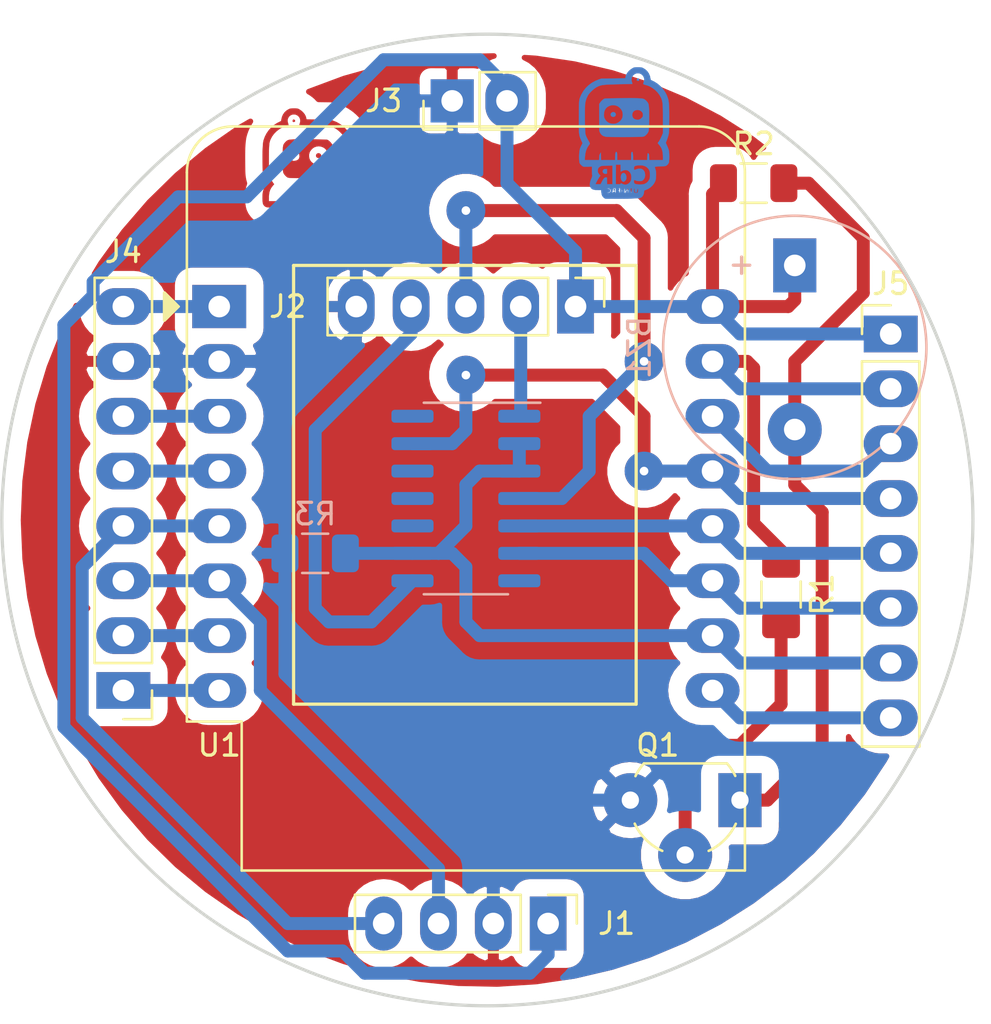
<source format=kicad_pcb>
(kicad_pcb (version 20171130) (host pcbnew "(5.1.5)-3")

  (general
    (thickness 1.6)
    (drawings 5)
    (tracks 142)
    (zones 0)
    (modules 14)
    (nets 24)
  )

  (page A4)
  (title_block
    (title "Mainboard Coheteria")
    (date 2019-10-20)
    (rev 1)
    (company CdR)
  )

  (layers
    (0 F.Cu signal)
    (31 B.Cu signal)
    (32 B.Adhes user)
    (33 F.Adhes user)
    (34 B.Paste user)
    (35 F.Paste user)
    (36 B.SilkS user)
    (37 F.SilkS user)
    (38 B.Mask user)
    (39 F.Mask user)
    (40 Dwgs.User user)
    (41 Cmts.User user)
    (42 Eco1.User user)
    (43 Eco2.User user)
    (44 Edge.Cuts user)
    (45 Margin user)
    (46 B.CrtYd user)
    (47 F.CrtYd user)
    (48 B.Fab user)
    (49 F.Fab user)
  )

  (setup
    (last_trace_width 0.6)
    (trace_clearance 0.25)
    (zone_clearance 0.8)
    (zone_45_only no)
    (trace_min 0.2)
    (via_size 0.6)
    (via_drill 0.4)
    (via_min_size 0.4)
    (via_min_drill 0.3)
    (uvia_size 0.3)
    (uvia_drill 0.1)
    (uvias_allowed no)
    (uvia_min_size 0.2)
    (uvia_min_drill 0.1)
    (edge_width 0.15)
    (segment_width 0.2)
    (pcb_text_width 0.3)
    (pcb_text_size 1.5 1.5)
    (mod_edge_width 0.15)
    (mod_text_size 1 1)
    (mod_text_width 0.15)
    (pad_size 2.5 1.7)
    (pad_drill 1)
    (pad_to_mask_clearance 0.2)
    (aux_axis_origin 0 0)
    (visible_elements 7FFFFFFF)
    (pcbplotparams
      (layerselection 0x00030_80000001)
      (usegerberextensions false)
      (usegerberattributes false)
      (usegerberadvancedattributes false)
      (creategerberjobfile false)
      (excludeedgelayer true)
      (linewidth 0.100000)
      (plotframeref false)
      (viasonmask false)
      (mode 1)
      (useauxorigin false)
      (hpglpennumber 1)
      (hpglpenspeed 20)
      (hpglpendiameter 15.000000)
      (psnegative false)
      (psa4output false)
      (plotreference true)
      (plotvalue true)
      (plotinvisibletext false)
      (padsonsilk false)
      (subtractmaskfromsilk false)
      (outputformat 1)
      (mirror false)
      (drillshape 1)
      (scaleselection 1)
      (outputdirectory "./PCB_print"))
  )

  (net 0 "")
  (net 1 3v3)
  (net 2 GND)
  (net 3 "Net-(BZ1-Pad2)")
  (net 4 SCL)
  (net 5 SDA)
  (net 6 "Net-(Q1-Pad2)")
  (net 7 Buzzer)
  (net 8 "Net-(J2-Pad2)")
  (net 9 "Net-(J2-Pad3)")
  (net 10 "Net-(J2-Pad4)")
  (net 11 Analog)
  (net 12 Y_Sel)
  (net 13 Z_Sel)
  (net 14 "Net-(U2-Pad7)")
  (net 15 X_Sel)
  (net 16 "Net-(U2-Pad14)")
  (net 17 "Net-(J4-Pad8)")
  (net 18 "Net-(J4-Pad6)")
  (net 19 "Net-(J4-Pad5)")
  (net 20 "Net-(J4-Pad2)")
  (net 21 "Net-(J4-Pad1)")
  (net 22 "Net-(J5-Pad3)")
  (net 23 "Net-(J5-Pad8)")

  (net_class Default "Esta es la clase de red por defecto."
    (clearance 0.25)
    (trace_width 0.6)
    (via_dia 0.6)
    (via_drill 0.4)
    (uvia_dia 0.3)
    (uvia_drill 0.1)
    (add_net 3v3)
    (add_net Analog)
    (add_net Buzzer)
    (add_net GND)
    (add_net "Net-(BZ1-Pad2)")
    (add_net "Net-(J2-Pad2)")
    (add_net "Net-(J2-Pad3)")
    (add_net "Net-(J2-Pad4)")
    (add_net "Net-(J4-Pad1)")
    (add_net "Net-(J4-Pad2)")
    (add_net "Net-(J4-Pad5)")
    (add_net "Net-(J4-Pad6)")
    (add_net "Net-(J4-Pad8)")
    (add_net "Net-(J5-Pad3)")
    (add_net "Net-(J5-Pad8)")
    (add_net "Net-(Q1-Pad2)")
    (add_net "Net-(U2-Pad14)")
    (add_net "Net-(U2-Pad7)")
    (add_net SCL)
    (add_net SDA)
    (add_net X_Sel)
    (add_net Y_Sel)
    (add_net Z_Sel)
  )

  (module Buzzer_Beeper:Buzzer_12x9.5RM7.6 (layer B.Cu) (tedit 5E8190AA) (tstamp 5E7C5B10)
    (at 182.245 93.98 270)
    (descr "Generic Buzzer, D12mm height 9.5mm with RM7.6mm")
    (tags buzzer)
    (path /5DAD1C13)
    (fp_text reference BZ1 (at 3.8 7.2 90) (layer B.SilkS)
      (effects (font (size 1 1) (thickness 0.15)) (justify mirror))
    )
    (fp_text value Buzzer (at 3.8 -7.4 90) (layer B.Fab)
      (effects (font (size 1 1) (thickness 0.15)) (justify mirror))
    )
    (fp_text user + (at -0.01 2.54 90) (layer B.Fab)
      (effects (font (size 1 1) (thickness 0.15)) (justify mirror))
    )
    (fp_text user + (at -0.01 2.54 90) (layer B.SilkS)
      (effects (font (size 1 1) (thickness 0.15)) (justify mirror))
    )
    (fp_text user %R (at 3.8 4 90) (layer B.Fab)
      (effects (font (size 1 1) (thickness 0.15)) (justify mirror))
    )
    (fp_circle (center 3.8 0) (end 10.05 0) (layer B.CrtYd) (width 0.05))
    (fp_circle (center 3.8 0) (end 9.8 0) (layer B.Fab) (width 0.1))
    (fp_circle (center 3.8 0) (end 4.8 0) (layer B.Fab) (width 0.1))
    (fp_circle (center 3.8 0) (end 9.9 0) (layer B.SilkS) (width 0.12))
    (pad 1 thru_hole rect (at 0 0 270) (size 2.5 2) (drill 1) (layers *.Cu *.Mask)
      (net 1 3v3))
    (pad 2 thru_hole circle (at 7.6 0 270) (size 2.5 2.5) (drill 1) (layers *.Cu *.Mask)
      (net 3 "Net-(BZ1-Pad2)"))
    (model ${KISYS3DMOD}/Buzzer_Beeper.3dshapes/Buzzer_12x9.5RM7.6.wrl
      (at (xyz 0 0 0))
      (scale (xyz 1 1 1))
      (rotate (xyz 0 0 0))
    )
  )

  (module Connector_PinHeader_2.54mm:PinHeader_1x04_P2.54mm_Vertical (layer F.Cu) (tedit 5E819421) (tstamp 5E7B0310)
    (at 170.815 124.46 270)
    (descr "Through hole straight pin header, 1x04, 2.54mm pitch, single row")
    (tags "Through hole pin header THT 1x04 2.54mm single row")
    (path /5DACB519)
    (fp_text reference J1 (at 0 -3.175 180) (layer F.SilkS)
      (effects (font (size 1 1) (thickness 0.15)))
    )
    (fp_text value Conn_01x04 (at 0 9.95 90) (layer F.Fab)
      (effects (font (size 1 1) (thickness 0.15)))
    )
    (fp_line (start -0.635 -1.27) (end 1.27 -1.27) (layer F.Fab) (width 0.1))
    (fp_line (start 1.27 -1.27) (end 1.27 8.89) (layer F.Fab) (width 0.1))
    (fp_line (start 1.27 8.89) (end -1.27 8.89) (layer F.Fab) (width 0.1))
    (fp_line (start -1.27 8.89) (end -1.27 -0.635) (layer F.Fab) (width 0.1))
    (fp_line (start -1.27 -0.635) (end -0.635 -1.27) (layer F.Fab) (width 0.1))
    (fp_line (start -1.33 8.95) (end 1.33 8.95) (layer F.SilkS) (width 0.12))
    (fp_line (start -1.33 1.27) (end -1.33 8.95) (layer F.SilkS) (width 0.12))
    (fp_line (start 1.33 1.27) (end 1.33 8.95) (layer F.SilkS) (width 0.12))
    (fp_line (start -1.33 1.27) (end 1.33 1.27) (layer F.SilkS) (width 0.12))
    (fp_line (start -1.33 0) (end -1.33 -1.33) (layer F.SilkS) (width 0.12))
    (fp_line (start -1.33 -1.33) (end 0 -1.33) (layer F.SilkS) (width 0.12))
    (fp_line (start -1.8 -1.8) (end -1.8 9.4) (layer F.CrtYd) (width 0.05))
    (fp_line (start -1.8 9.4) (end 1.8 9.4) (layer F.CrtYd) (width 0.05))
    (fp_line (start 1.8 9.4) (end 1.8 -1.8) (layer F.CrtYd) (width 0.05))
    (fp_line (start 1.8 -1.8) (end -1.8 -1.8) (layer F.CrtYd) (width 0.05))
    (fp_text user %R (at 0 3.81) (layer F.Fab)
      (effects (font (size 1 1) (thickness 0.15)))
    )
    (pad 1 thru_hole rect (at 0 0 270) (size 2.5 1.7) (drill 1) (layers *.Cu *.Mask)
      (net 1 3v3))
    (pad 2 thru_hole oval (at 0 2.54 270) (size 2.5 1.7) (drill 1) (layers *.Cu *.Mask)
      (net 2 GND))
    (pad 3 thru_hole oval (at 0 5.08 270) (size 2.5 1.7) (drill 1) (layers *.Cu *.Mask)
      (net 4 SCL))
    (pad 4 thru_hole oval (at 0 7.62 270) (size 2.5 1.7) (drill 1) (layers *.Cu *.Mask)
      (net 5 SDA))
    (model ${KISYS3DMOD}/Connector_PinHeader_2.54mm.3dshapes/PinHeader_1x04_P2.54mm_Vertical.wrl
      (at (xyz 0 0 0))
      (scale (xyz 1 1 1))
      (rotate (xyz 0 0 0))
    )
  )

  (module Connector_PinHeader_2.54mm:PinHeader_1x05_P2.54mm_Vertical (layer F.Cu) (tedit 5E81911B) (tstamp 5E7B0329)
    (at 172.085 95.885 270)
    (descr "Through hole straight pin header, 1x05, 2.54mm pitch, single row")
    (tags "Through hole pin header THT 1x05 2.54mm single row")
    (path /5DDDBA22)
    (fp_text reference J2 (at 0 13.335 180) (layer F.SilkS)
      (effects (font (size 1 1) (thickness 0.15)))
    )
    (fp_text value Conn_01x05 (at 0 12.49 90) (layer F.Fab)
      (effects (font (size 1 1) (thickness 0.15)))
    )
    (fp_line (start -0.635 -1.27) (end 1.27 -1.27) (layer F.Fab) (width 0.1))
    (fp_line (start 1.27 -1.27) (end 1.27 11.43) (layer F.Fab) (width 0.1))
    (fp_line (start 1.27 11.43) (end -1.27 11.43) (layer F.Fab) (width 0.1))
    (fp_line (start -1.27 11.43) (end -1.27 -0.635) (layer F.Fab) (width 0.1))
    (fp_line (start -1.27 -0.635) (end -0.635 -1.27) (layer F.Fab) (width 0.1))
    (fp_line (start -1.33 11.49) (end 1.33 11.49) (layer F.SilkS) (width 0.12))
    (fp_line (start -1.33 1.27) (end -1.33 11.49) (layer F.SilkS) (width 0.12))
    (fp_line (start 1.33 1.27) (end 1.33 11.49) (layer F.SilkS) (width 0.12))
    (fp_line (start -1.33 1.27) (end 1.33 1.27) (layer F.SilkS) (width 0.12))
    (fp_line (start -1.33 0) (end -1.33 -1.33) (layer F.SilkS) (width 0.12))
    (fp_line (start -1.33 -1.33) (end 0 -1.33) (layer F.SilkS) (width 0.12))
    (fp_line (start -1.8 -1.8) (end -1.8 11.95) (layer F.CrtYd) (width 0.05))
    (fp_line (start -1.8 11.95) (end 1.8 11.95) (layer F.CrtYd) (width 0.05))
    (fp_line (start 1.8 11.95) (end 1.8 -1.8) (layer F.CrtYd) (width 0.05))
    (fp_line (start 1.8 -1.8) (end -1.8 -1.8) (layer F.CrtYd) (width 0.05))
    (fp_text user %R (at 0 5.08) (layer F.Fab)
      (effects (font (size 1 1) (thickness 0.15)))
    )
    (pad 1 thru_hole rect (at 0 0 270) (size 2.5 1.7) (drill 1) (layers *.Cu *.Mask)
      (net 1 3v3))
    (pad 2 thru_hole oval (at 0 2.54 270) (size 2.5 1.7) (drill 1) (layers *.Cu *.Mask)
      (net 8 "Net-(J2-Pad2)"))
    (pad 3 thru_hole oval (at 0 5.08 270) (size 2.5 1.7) (drill 1) (layers *.Cu *.Mask)
      (net 9 "Net-(J2-Pad3)"))
    (pad 4 thru_hole oval (at 0 7.62 270) (size 2.5 1.7) (drill 1) (layers *.Cu *.Mask)
      (net 10 "Net-(J2-Pad4)"))
    (pad 5 thru_hole oval (at 0 10.16 270) (size 2.5 1.7) (drill 1) (layers *.Cu *.Mask)
      (net 2 GND))
    (model ${KISYS3DMOD}/Connector_PinHeader_2.54mm.3dshapes/PinHeader_1x05_P2.54mm_Vertical.wrl
      (at (xyz 0 0 0))
      (scale (xyz 1 1 1))
      (rotate (xyz 0 0 0))
    )
  )

  (module Package_TO_SOT_THT:TO-92L_Wide (layer F.Cu) (tedit 5E8193E5) (tstamp 5E7C44A0)
    (at 179.705 118.745 180)
    (descr "TO-92L leads in-line (large body variant of TO-92), also known as TO-226, wide, drill 0.75mm (see https://www.diodes.com/assets/Package-Files/TO92L.pdf and http://www.ti.com/lit/an/snoa059/snoa059.pdf)")
    (tags "TO-92L Molded Wide transistor")
    (path /5DACFE2E)
    (fp_text reference Q1 (at 3.81 2.54) (layer F.SilkS)
      (effects (font (size 1 1) (thickness 0.15)))
    )
    (fp_text value BC548 (at 2.54 2.79) (layer F.Fab)
      (effects (font (size 1 1) (thickness 0.15)))
    )
    (fp_line (start -1 -3.55) (end -1 1.85) (layer B.CrtYd) (width 0.05))
    (fp_line (start 6.1 -3.55) (end -1 -3.55) (layer B.CrtYd) (width 0.05))
    (fp_line (start 6.1 1.85) (end 6.1 -3.55) (layer B.CrtYd) (width 0.05))
    (fp_line (start -1 1.85) (end 6.1 1.85) (layer B.CrtYd) (width 0.05))
    (fp_text user %R (at 2.55 0.05) (layer F.Fab)
      (effects (font (size 1 1) (thickness 0.15)))
    )
    (fp_line (start 0.6 1.7) (end 4.45 1.7) (layer F.SilkS) (width 0.12))
    (fp_line (start 0.65 1.6) (end 4.4 1.6) (layer F.Fab) (width 0.1))
    (fp_arc (start 2.54 0) (end 0.6 1.7) (angle 15.44288892) (layer F.SilkS) (width 0.12))
    (fp_arc (start 2.54 0) (end 1.45 -2.35) (angle -40.11670855) (layer F.SilkS) (width 0.12))
    (fp_arc (start 2.54 0) (end 3.6 -2.35) (angle 40.72153779) (layer F.SilkS) (width 0.12))
    (fp_arc (start 2.54 0) (end 2.54 -2.48) (angle 129.9527847) (layer F.Fab) (width 0.1))
    (fp_arc (start 2.54 0) (end 2.54 -2.48) (angle -130.2499344) (layer F.Fab) (width 0.1))
    (fp_arc (start 2.54 0) (end 4.45 1.7) (angle -15.88591585) (layer F.SilkS) (width 0.12))
    (pad 2 thru_hole circle (at 2.54 -2.54 270) (size 2.5 2.5) (drill 0.8) (layers *.Cu *.Mask)
      (net 6 "Net-(Q1-Pad2)"))
    (pad 3 thru_hole circle (at 5.08 0 270) (size 2.5 2.5) (drill 0.8) (layers *.Cu *.Mask)
      (net 2 GND))
    (pad 1 thru_hole rect (at 0 0 270) (size 2.5 2) (drill 0.8) (layers *.Cu *.Mask)
      (net 3 "Net-(BZ1-Pad2)"))
    (model ${KISYS3DMOD}/Package_TO_SOT_THT.3dshapes/TO-92L_Wide.wrl
      (at (xyz 0 0 0))
      (scale (xyz 1 1 1))
      (rotate (xyz 0 0 0))
    )
  )

  (module Resistor_SMD:R_1206_3216Metric (layer F.Cu) (tedit 5B301BBD) (tstamp 5E7C452A)
    (at 181.61 109.22 90)
    (descr "Resistor SMD 1206 (3216 Metric), square (rectangular) end terminal, IPC_7351 nominal, (Body size source: http://www.tortai-tech.com/upload/download/2011102023233369053.pdf), generated with kicad-footprint-generator")
    (tags resistor)
    (path /5DAD005C)
    (attr smd)
    (fp_text reference R1 (at 0 1.905 90) (layer F.SilkS)
      (effects (font (size 1 1) (thickness 0.15)))
    )
    (fp_text value 10k (at 0 1.82 90) (layer F.Fab)
      (effects (font (size 1 1) (thickness 0.15)))
    )
    (fp_line (start -1.6 0.8) (end -1.6 -0.8) (layer F.Fab) (width 0.1))
    (fp_line (start -1.6 -0.8) (end 1.6 -0.8) (layer F.Fab) (width 0.1))
    (fp_line (start 1.6 -0.8) (end 1.6 0.8) (layer F.Fab) (width 0.1))
    (fp_line (start 1.6 0.8) (end -1.6 0.8) (layer F.Fab) (width 0.1))
    (fp_line (start -0.602064 -0.91) (end 0.602064 -0.91) (layer F.SilkS) (width 0.12))
    (fp_line (start -0.602064 0.91) (end 0.602064 0.91) (layer F.SilkS) (width 0.12))
    (fp_line (start -2.28 1.12) (end -2.28 -1.12) (layer F.CrtYd) (width 0.05))
    (fp_line (start -2.28 -1.12) (end 2.28 -1.12) (layer F.CrtYd) (width 0.05))
    (fp_line (start 2.28 -1.12) (end 2.28 1.12) (layer F.CrtYd) (width 0.05))
    (fp_line (start 2.28 1.12) (end -2.28 1.12) (layer F.CrtYd) (width 0.05))
    (fp_text user %R (at 0 0 90) (layer F.Fab)
      (effects (font (size 0.8 0.8) (thickness 0.12)))
    )
    (pad 1 smd roundrect (at -1.4 0 90) (size 1.25 1.75) (layers F.Cu F.Paste F.Mask) (roundrect_rratio 0.2)
      (net 6 "Net-(Q1-Pad2)"))
    (pad 2 smd roundrect (at 1.4 0 90) (size 1.25 1.75) (layers F.Cu F.Paste F.Mask) (roundrect_rratio 0.2)
      (net 7 Buzzer))
    (model ${KISYS3DMOD}/Resistor_SMD.3dshapes/R_1206_3216Metric.wrl
      (at (xyz 0 0 0))
      (scale (xyz 1 1 1))
      (rotate (xyz 0 0 0))
    )
  )

  (module Resistor_SMD:R_1206_3216Metric (layer F.Cu) (tedit 5B301BBD) (tstamp 5E7B035F)
    (at 180.34 90.17)
    (descr "Resistor SMD 1206 (3216 Metric), square (rectangular) end terminal, IPC_7351 nominal, (Body size source: http://www.tortai-tech.com/upload/download/2011102023233369053.pdf), generated with kicad-footprint-generator")
    (tags resistor)
    (path /5DAD510F)
    (attr smd)
    (fp_text reference R2 (at 0 -1.82) (layer F.SilkS)
      (effects (font (size 1 1) (thickness 0.15)))
    )
    (fp_text value 10k (at 0 1.82) (layer F.Fab)
      (effects (font (size 1 1) (thickness 0.15)))
    )
    (fp_text user %R (at 0 0) (layer F.Fab)
      (effects (font (size 0.8 0.8) (thickness 0.12)))
    )
    (fp_line (start 2.28 1.12) (end -2.28 1.12) (layer F.CrtYd) (width 0.05))
    (fp_line (start 2.28 -1.12) (end 2.28 1.12) (layer F.CrtYd) (width 0.05))
    (fp_line (start -2.28 -1.12) (end 2.28 -1.12) (layer F.CrtYd) (width 0.05))
    (fp_line (start -2.28 1.12) (end -2.28 -1.12) (layer F.CrtYd) (width 0.05))
    (fp_line (start -0.602064 0.91) (end 0.602064 0.91) (layer F.SilkS) (width 0.12))
    (fp_line (start -0.602064 -0.91) (end 0.602064 -0.91) (layer F.SilkS) (width 0.12))
    (fp_line (start 1.6 0.8) (end -1.6 0.8) (layer F.Fab) (width 0.1))
    (fp_line (start 1.6 -0.8) (end 1.6 0.8) (layer F.Fab) (width 0.1))
    (fp_line (start -1.6 -0.8) (end 1.6 -0.8) (layer F.Fab) (width 0.1))
    (fp_line (start -1.6 0.8) (end -1.6 -0.8) (layer F.Fab) (width 0.1))
    (pad 2 smd roundrect (at 1.4 0) (size 1.25 1.75) (layers F.Cu F.Paste F.Mask) (roundrect_rratio 0.2)
      (net 3 "Net-(BZ1-Pad2)"))
    (pad 1 smd roundrect (at -1.4 0) (size 1.25 1.75) (layers F.Cu F.Paste F.Mask) (roundrect_rratio 0.2)
      (net 1 3v3))
    (model ${KISYS3DMOD}/Resistor_SMD.3dshapes/R_1206_3216Metric.wrl
      (at (xyz 0 0 0))
      (scale (xyz 1 1 1))
      (rotate (xyz 0 0 0))
    )
  )

  (module Resistor_SMD:R_1206_3216Metric (layer B.Cu) (tedit 5B301BBD) (tstamp 5E7B0370)
    (at 160.02 107.315 180)
    (descr "Resistor SMD 1206 (3216 Metric), square (rectangular) end terminal, IPC_7351 nominal, (Body size source: http://www.tortai-tech.com/upload/download/2011102023233369053.pdf), generated with kicad-footprint-generator")
    (tags resistor)
    (path /5DDE9EDC)
    (attr smd)
    (fp_text reference R3 (at 0 1.82) (layer B.SilkS)
      (effects (font (size 1 1) (thickness 0.15)) (justify mirror))
    )
    (fp_text value 10K (at 0 -1.82) (layer B.Fab)
      (effects (font (size 1 1) (thickness 0.15)) (justify mirror))
    )
    (fp_line (start -1.6 -0.8) (end -1.6 0.8) (layer B.Fab) (width 0.1))
    (fp_line (start -1.6 0.8) (end 1.6 0.8) (layer B.Fab) (width 0.1))
    (fp_line (start 1.6 0.8) (end 1.6 -0.8) (layer B.Fab) (width 0.1))
    (fp_line (start 1.6 -0.8) (end -1.6 -0.8) (layer B.Fab) (width 0.1))
    (fp_line (start -0.602064 0.91) (end 0.602064 0.91) (layer B.SilkS) (width 0.12))
    (fp_line (start -0.602064 -0.91) (end 0.602064 -0.91) (layer B.SilkS) (width 0.12))
    (fp_line (start -2.28 -1.12) (end -2.28 1.12) (layer B.CrtYd) (width 0.05))
    (fp_line (start -2.28 1.12) (end 2.28 1.12) (layer B.CrtYd) (width 0.05))
    (fp_line (start 2.28 1.12) (end 2.28 -1.12) (layer B.CrtYd) (width 0.05))
    (fp_line (start 2.28 -1.12) (end -2.28 -1.12) (layer B.CrtYd) (width 0.05))
    (fp_text user %R (at 0 0) (layer B.Fab)
      (effects (font (size 0.8 0.8) (thickness 0.12)) (justify mirror))
    )
    (pad 1 smd roundrect (at -1.4 0 180) (size 1.25 1.75) (layers B.Cu B.Paste B.Mask) (roundrect_rratio 0.2)
      (net 11 Analog))
    (pad 2 smd roundrect (at 1.4 0 180) (size 1.25 1.75) (layers B.Cu B.Paste B.Mask) (roundrect_rratio 0.2)
      (net 2 GND))
    (model ${KISYS3DMOD}/Resistor_SMD.3dshapes/R_1206_3216Metric.wrl
      (at (xyz 0 0 0))
      (scale (xyz 1 1 1))
      (rotate (xyz 0 0 0))
    )
  )

  (module Module:WEMOS_D1_mini_light (layer F.Cu) (tedit 5E819167) (tstamp 5E7B03B3)
    (at 155.575 95.885)
    (descr "16-pin module, column spacing 22.86 mm (900 mils), https://wiki.wemos.cc/products:d1:d1_mini, https://c1.staticflickr.com/1/734/31400410271_f278b087db_z.jpg")
    (tags "ESP8266 WiFi microcontroller")
    (path /5DACB3F6)
    (fp_text reference U1 (at 0 20.32) (layer F.SilkS)
      (effects (font (size 1 1) (thickness 0.15)))
    )
    (fp_text value WeMos_mini (at 11.7 0) (layer F.Fab)
      (effects (font (size 1 1) (thickness 0.15)))
    )
    (fp_line (start 1.04 26.12) (end 24.36 26.12) (layer F.SilkS) (width 0.12))
    (fp_line (start -1.5 19.22) (end -1.5 -6.21) (layer F.SilkS) (width 0.12))
    (fp_line (start 24.36 26.12) (end 24.36 -6.21) (layer F.SilkS) (width 0.12))
    (fp_line (start 22.24 -8.34) (end 0.63 -8.34) (layer F.SilkS) (width 0.12))
    (fp_line (start 1.17 25.99) (end 24.23 25.99) (layer F.Fab) (width 0.1))
    (fp_line (start 24.23 25.99) (end 24.23 -6.21) (layer F.Fab) (width 0.1))
    (fp_line (start 22.23 -8.21) (end 0.63 -8.21) (layer F.Fab) (width 0.1))
    (fp_line (start -1.37 1) (end -1.37 19.09) (layer F.Fab) (width 0.1))
    (fp_text user %R (at 11.43 10) (layer F.Fab)
      (effects (font (size 1 1) (thickness 0.15)))
    )
    (fp_line (start -1.62 -8.46) (end 24.48 -8.46) (layer F.CrtYd) (width 0.05))
    (fp_line (start 24.48 -8.41) (end 24.48 26.24) (layer F.CrtYd) (width 0.05))
    (fp_line (start 24.48 26.24) (end -1.62 26.24) (layer F.CrtYd) (width 0.05))
    (fp_line (start -1.62 26.24) (end -1.62 -8.46) (layer F.CrtYd) (width 0.05))
    (fp_poly (pts (xy -2.54 -0.635) (xy -2.54 0.635) (xy -1.905 0)) (layer F.SilkS) (width 0.15))
    (fp_line (start -1.35 -1.4) (end 24.25 -1.4) (layer Dwgs.User) (width 0.1))
    (fp_line (start 24.25 -1.4) (end 24.25 -8.2) (layer Dwgs.User) (width 0.1))
    (fp_line (start 24.25 -8.2) (end -1.35 -8.2) (layer Dwgs.User) (width 0.1))
    (fp_line (start -1.35 -8.2) (end -1.35 -1.4) (layer Dwgs.User) (width 0.1))
    (fp_line (start -1.35 -1.4) (end 5.45 -8.2) (layer Dwgs.User) (width 0.1))
    (fp_line (start 0.65 -1.4) (end 7.45 -8.2) (layer Dwgs.User) (width 0.1))
    (fp_line (start 2.65 -1.4) (end 9.45 -8.2) (layer Dwgs.User) (width 0.1))
    (fp_line (start 4.65 -1.4) (end 11.45 -8.2) (layer Dwgs.User) (width 0.1))
    (fp_line (start 6.65 -1.4) (end 13.45 -8.2) (layer Dwgs.User) (width 0.1))
    (fp_line (start 8.65 -1.4) (end 15.45 -8.2) (layer Dwgs.User) (width 0.1))
    (fp_line (start 10.65 -1.4) (end 17.45 -8.2) (layer Dwgs.User) (width 0.1))
    (fp_line (start 12.65 -1.4) (end 19.45 -8.2) (layer Dwgs.User) (width 0.1))
    (fp_line (start 14.65 -1.4) (end 21.45 -8.2) (layer Dwgs.User) (width 0.1))
    (fp_line (start 16.65 -1.4) (end 23.45 -8.2) (layer Dwgs.User) (width 0.1))
    (fp_line (start 18.65 -1.4) (end 24.25 -7) (layer Dwgs.User) (width 0.1))
    (fp_line (start 20.65 -1.4) (end 24.25 -5) (layer Dwgs.User) (width 0.1))
    (fp_line (start 22.65 -1.4) (end 24.25 -3) (layer Dwgs.User) (width 0.1))
    (fp_line (start -1.35 -3.4) (end 3.45 -8.2) (layer Dwgs.User) (width 0.1))
    (fp_line (start -1.3 -5.45) (end 1.45 -8.2) (layer Dwgs.User) (width 0.1))
    (fp_line (start -1.35 -7.4) (end -0.55 -8.2) (layer Dwgs.User) (width 0.1))
    (fp_line (start -1.37 19.09) (end 1.17 19.09) (layer F.Fab) (width 0.1))
    (fp_line (start 1.17 19.09) (end 1.17 25.99) (layer F.Fab) (width 0.1))
    (fp_line (start -1.37 -6.21) (end -1.37 -1) (layer F.Fab) (width 0.1))
    (fp_line (start -1.37 1) (end -0.37 0) (layer F.Fab) (width 0.1))
    (fp_line (start -0.37 0) (end -1.37 -1) (layer F.Fab) (width 0.1))
    (fp_arc (start 0.63 -6.21) (end 0.63 -8.21) (angle -90) (layer F.Fab) (width 0.1))
    (fp_arc (start 22.23 -6.21) (end 24.23 -6.19) (angle -90) (layer F.Fab) (width 0.1))
    (fp_line (start -1.5 19.22) (end 1.04 19.22) (layer F.SilkS) (width 0.12))
    (fp_line (start 1.04 19.22) (end 1.04 26.12) (layer F.SilkS) (width 0.12))
    (fp_arc (start 0.63 -6.21) (end 0.63 -8.34) (angle -90) (layer F.SilkS) (width 0.12))
    (fp_arc (start 22.23 -6.21) (end 24.36 -6.21) (angle -90) (layer F.SilkS) (width 0.12))
    (fp_text user "KEEP OUT" (at 11.43 -6.35) (layer Cmts.User)
      (effects (font (size 1 1) (thickness 0.15)))
    )
    (fp_text user "No copper" (at 11.43 -3.81) (layer Cmts.User)
      (effects (font (size 1 1) (thickness 0.15)))
    )
    (pad 2 thru_hole oval (at 0 2.54) (size 2.5 1.6) (drill 1) (layers *.Cu *.Mask)
      (net 2 GND))
    (pad 1 thru_hole rect (at 0 0) (size 2.5 2) (drill 1) (layers *.Cu *.Mask)
      (net 17 "Net-(J4-Pad8)"))
    (pad 3 thru_hole oval (at 0 5.08) (size 2.5 1.6) (drill 1) (layers *.Cu *.Mask)
      (net 18 "Net-(J4-Pad6)"))
    (pad 4 thru_hole oval (at 0 7.62) (size 2.5 1.6) (drill 1) (layers *.Cu *.Mask)
      (net 19 "Net-(J4-Pad5)"))
    (pad 5 thru_hole oval (at 0 10.16) (size 2.5 1.6) (drill 1) (layers *.Cu *.Mask)
      (net 5 SDA))
    (pad 6 thru_hole oval (at 0 12.7) (size 2.5 1.6) (drill 1) (layers *.Cu *.Mask)
      (net 4 SCL))
    (pad 7 thru_hole oval (at 0 15.24) (size 2.5 1.6) (drill 1) (layers *.Cu *.Mask)
      (net 20 "Net-(J4-Pad2)"))
    (pad 8 thru_hole oval (at 0 17.78) (size 2.5 1.6) (drill 1) (layers *.Cu *.Mask)
      (net 21 "Net-(J4-Pad1)"))
    (pad 9 thru_hole oval (at 22.86 17.78) (size 2.5 1.6) (drill 1) (layers *.Cu *.Mask)
      (net 23 "Net-(J5-Pad8)"))
    (pad 10 thru_hole oval (at 22.86 15.24) (size 2.5 1.6) (drill 1) (layers *.Cu *.Mask)
      (net 11 Analog))
    (pad 11 thru_hole oval (at 22.86 12.7) (size 2.5 1.6) (drill 1) (layers *.Cu *.Mask)
      (net 15 X_Sel))
    (pad 12 thru_hole oval (at 22.86 10.16) (size 2.5 1.6) (drill 1) (layers *.Cu *.Mask)
      (net 12 Y_Sel))
    (pad 13 thru_hole oval (at 22.86 7.62) (size 2.5 1.6) (drill 1) (layers *.Cu *.Mask)
      (net 13 Z_Sel))
    (pad 14 thru_hole oval (at 22.86 5.08) (size 2.5 1.6) (drill 1) (layers *.Cu *.Mask)
      (net 22 "Net-(J5-Pad3)"))
    (pad 15 thru_hole oval (at 22.86 2.54) (size 2.5 1.6) (drill 1) (layers *.Cu *.Mask)
      (net 7 Buzzer))
    (pad 16 thru_hole oval (at 22.86 0) (size 2.5 1.6) (drill 1) (layers *.Cu *.Mask)
      (net 1 3v3))
    (model ${KISYS3DMOD}/Module.3dshapes/WEMOS_D1_mini_light.wrl
      (at (xyz 0 0 0))
      (scale (xyz 1 1 1))
      (rotate (xyz 0 0 0))
    )
    (model ${KISYS3DMOD}/Connector_PinHeader_2.54mm.3dshapes/PinHeader_1x08_P2.54mm_Vertical.wrl
      (offset (xyz 0 0 9.5))
      (scale (xyz 1 1 1))
      (rotate (xyz 0 -180 0))
    )
    (model ${KISYS3DMOD}/Connector_PinHeader_2.54mm.3dshapes/PinHeader_1x08_P2.54mm_Vertical.wrl
      (offset (xyz 22.86 0 9.5))
      (scale (xyz 1 1 1))
      (rotate (xyz 0 -180 0))
    )
    (model ${KISYS3DMOD}/Connector_PinSocket_2.54mm.3dshapes/PinSocket_1x08_P2.54mm_Vertical.wrl
      (at (xyz 0 0 0))
      (scale (xyz 1 1 1))
      (rotate (xyz 0 0 0))
    )
    (model ${KISYS3DMOD}/Connector_PinSocket_2.54mm.3dshapes/PinSocket_1x08_P2.54mm_Vertical.wrl
      (offset (xyz 22.86 0 0))
      (scale (xyz 1 1 1))
      (rotate (xyz 0 0 0))
    )
  )

  (module Package_SO:SOIC-14_3.9x8.7mm_P1.27mm (layer B.Cu) (tedit 5C97300E) (tstamp 5E7B03D3)
    (at 167.005 104.775 180)
    (descr "SOIC, 14 Pin (JEDEC MS-012AB, https://www.analog.com/media/en/package-pcb-resources/package/pkg_pdf/soic_narrow-r/r_14.pdf), generated with kicad-footprint-generator ipc_gullwing_generator.py")
    (tags "SOIC SO")
    (path /5DDE2D81)
    (attr smd)
    (fp_text reference U2 (at 2.54 5.28) (layer B.SilkS) hide
      (effects (font (size 1 1) (thickness 0.15)) (justify mirror))
    )
    (fp_text value 4066 (at 0 -5.28) (layer B.Fab)
      (effects (font (size 1 1) (thickness 0.15)) (justify mirror))
    )
    (fp_line (start 0 -4.435) (end 1.95 -4.435) (layer B.SilkS) (width 0.12))
    (fp_line (start 0 -4.435) (end -1.95 -4.435) (layer B.SilkS) (width 0.12))
    (fp_line (start 0 4.435) (end 1.95 4.435) (layer B.SilkS) (width 0.12))
    (fp_line (start 0 4.435) (end -3.45 4.435) (layer B.SilkS) (width 0.12))
    (fp_line (start -0.975 4.325) (end 1.95 4.325) (layer B.Fab) (width 0.1))
    (fp_line (start 1.95 4.325) (end 1.95 -4.325) (layer B.Fab) (width 0.1))
    (fp_line (start 1.95 -4.325) (end -1.95 -4.325) (layer B.Fab) (width 0.1))
    (fp_line (start -1.95 -4.325) (end -1.95 3.35) (layer B.Fab) (width 0.1))
    (fp_line (start -1.95 3.35) (end -0.975 4.325) (layer B.Fab) (width 0.1))
    (fp_line (start -3.7 4.58) (end -3.7 -4.58) (layer B.CrtYd) (width 0.05))
    (fp_line (start -3.7 -4.58) (end 3.7 -4.58) (layer B.CrtYd) (width 0.05))
    (fp_line (start 3.7 -4.58) (end 3.7 4.58) (layer B.CrtYd) (width 0.05))
    (fp_line (start 3.7 4.58) (end -3.7 4.58) (layer B.CrtYd) (width 0.05))
    (fp_text user %R (at 0 0 180) (layer B.Fab)
      (effects (font (size 0.98 0.98) (thickness 0.15)) (justify mirror))
    )
    (pad 1 smd roundrect (at -2.475 3.81 180) (size 1.95 0.6) (layers B.Cu B.Paste B.Mask) (roundrect_rratio 0.25)
      (net 8 "Net-(J2-Pad2)"))
    (pad 2 smd roundrect (at -2.475 2.54 180) (size 1.95 0.6) (layers B.Cu B.Paste B.Mask) (roundrect_rratio 0.25)
      (net 11 Analog))
    (pad 3 smd roundrect (at -2.475 1.27 180) (size 1.95 0.6) (layers B.Cu B.Paste B.Mask) (roundrect_rratio 0.25)
      (net 11 Analog))
    (pad 4 smd roundrect (at -2.475 0 180) (size 1.95 0.6) (layers B.Cu B.Paste B.Mask) (roundrect_rratio 0.25)
      (net 9 "Net-(J2-Pad3)"))
    (pad 5 smd roundrect (at -2.475 -1.27 180) (size 1.95 0.6) (layers B.Cu B.Paste B.Mask) (roundrect_rratio 0.25)
      (net 12 Y_Sel))
    (pad 6 smd roundrect (at -2.475 -2.54 180) (size 1.95 0.6) (layers B.Cu B.Paste B.Mask) (roundrect_rratio 0.25)
      (net 15 X_Sel))
    (pad 7 smd roundrect (at -2.475 -3.81 180) (size 1.95 0.6) (layers B.Cu B.Paste B.Mask) (roundrect_rratio 0.25)
      (net 14 "Net-(U2-Pad7)"))
    (pad 8 smd roundrect (at 2.475 -3.81 180) (size 1.95 0.6) (layers B.Cu B.Paste B.Mask) (roundrect_rratio 0.25)
      (net 10 "Net-(J2-Pad4)"))
    (pad 9 smd roundrect (at 2.475 -2.54 180) (size 1.95 0.6) (layers B.Cu B.Paste B.Mask) (roundrect_rratio 0.25)
      (net 11 Analog))
    (pad 10 smd roundrect (at 2.475 -1.27 180) (size 1.95 0.6) (layers B.Cu B.Paste B.Mask) (roundrect_rratio 0.25))
    (pad 11 smd roundrect (at 2.475 0 180) (size 1.95 0.6) (layers B.Cu B.Paste B.Mask) (roundrect_rratio 0.25))
    (pad 12 smd roundrect (at 2.475 1.27 180) (size 1.95 0.6) (layers B.Cu B.Paste B.Mask) (roundrect_rratio 0.25))
    (pad 13 smd roundrect (at 2.475 2.54 180) (size 1.95 0.6) (layers B.Cu B.Paste B.Mask) (roundrect_rratio 0.25)
      (net 13 Z_Sel))
    (pad 14 smd roundrect (at 2.475 3.81 180) (size 1.95 0.6) (layers B.Cu B.Paste B.Mask) (roundrect_rratio 0.25)
      (net 16 "Net-(U2-Pad14)"))
    (model ${KISYS3DMOD}/Package_SO.3dshapes/SOIC-14_3.9x8.7mm_P1.27mm.wrl
      (at (xyz 0 0 0))
      (scale (xyz 1 1 1))
      (rotate (xyz 0 0 0))
    )
  )

  (module Connector_PinHeader_2.54mm:PinHeader_1x02_P2.54mm_Vertical (layer F.Cu) (tedit 5E819360) (tstamp 5E7B3068)
    (at 166.37 86.36 90)
    (descr "Through hole straight pin header, 1x02, 2.54mm pitch, single row")
    (tags "Through hole pin header THT 1x02 2.54mm single row")
    (path /5E7DB476)
    (fp_text reference J3 (at 0 -3.175 180) (layer F.SilkS)
      (effects (font (size 1 1) (thickness 0.15)))
    )
    (fp_text value Conn_01x02 (at 0 4.87 90) (layer F.Fab)
      (effects (font (size 1 1) (thickness 0.15)))
    )
    (fp_line (start -0.635 -1.27) (end 1.27 -1.27) (layer F.Fab) (width 0.1))
    (fp_line (start 1.27 -1.27) (end 1.27 3.81) (layer F.Fab) (width 0.1))
    (fp_line (start 1.27 3.81) (end -1.27 3.81) (layer F.Fab) (width 0.1))
    (fp_line (start -1.27 3.81) (end -1.27 -0.635) (layer F.Fab) (width 0.1))
    (fp_line (start -1.27 -0.635) (end -0.635 -1.27) (layer F.Fab) (width 0.1))
    (fp_line (start -1.33 3.87) (end 1.33 3.87) (layer F.SilkS) (width 0.12))
    (fp_line (start -1.33 1.27) (end -1.33 3.87) (layer F.SilkS) (width 0.12))
    (fp_line (start 1.33 1.27) (end 1.33 3.87) (layer F.SilkS) (width 0.12))
    (fp_line (start -1.33 1.27) (end 1.33 1.27) (layer F.SilkS) (width 0.12))
    (fp_line (start -1.33 0) (end -1.33 -1.33) (layer F.SilkS) (width 0.12))
    (fp_line (start -1.33 -1.33) (end 0 -1.33) (layer F.SilkS) (width 0.12))
    (fp_line (start -1.8 -1.8) (end -1.8 4.35) (layer F.CrtYd) (width 0.05))
    (fp_line (start -1.8 4.35) (end 1.8 4.35) (layer F.CrtYd) (width 0.05))
    (fp_line (start 1.8 4.35) (end 1.8 -1.8) (layer F.CrtYd) (width 0.05))
    (fp_line (start 1.8 -1.8) (end -1.8 -1.8) (layer F.CrtYd) (width 0.05))
    (fp_text user %R (at 0 1.27) (layer F.Fab)
      (effects (font (size 1 1) (thickness 0.15)))
    )
    (pad 1 thru_hole rect (at 0 0 90) (size 2 2) (drill 1) (layers *.Cu *.Mask)
      (net 2 GND))
    (pad 2 thru_hole oval (at 0 2.54 90) (size 2.5 2) (drill 1) (layers *.Cu *.Mask)
      (net 1 3v3))
    (model ${KISYS3DMOD}/Connector_PinHeader_2.54mm.3dshapes/PinHeader_1x02_P2.54mm_Vertical.wrl
      (at (xyz 0 0 0))
      (scale (xyz 1 1 1))
      (rotate (xyz 0 0 0))
    )
  )

  (module Connector_PinHeader_2.54mm:PinHeader_1x08_P2.54mm_Vertical (layer F.Cu) (tedit 5E819190) (tstamp 5E7C4E8C)
    (at 151.13 113.665 180)
    (descr "Through hole straight pin header, 1x08, 2.54mm pitch, single row")
    (tags "Through hole pin header THT 1x08 2.54mm single row")
    (path /5E7F5201)
    (fp_text reference J4 (at 0 20.32) (layer F.SilkS)
      (effects (font (size 1 1) (thickness 0.15)))
    )
    (fp_text value Conn_01x08 (at 0 20.11) (layer F.Fab)
      (effects (font (size 1 1) (thickness 0.15)))
    )
    (fp_text user %R (at 0 8.89 90) (layer F.Fab)
      (effects (font (size 1 1) (thickness 0.15)))
    )
    (fp_line (start 1.8 -1.8) (end -1.8 -1.8) (layer F.CrtYd) (width 0.05))
    (fp_line (start 1.8 19.55) (end 1.8 -1.8) (layer F.CrtYd) (width 0.05))
    (fp_line (start -1.8 19.55) (end 1.8 19.55) (layer F.CrtYd) (width 0.05))
    (fp_line (start -1.8 -1.8) (end -1.8 19.55) (layer F.CrtYd) (width 0.05))
    (fp_line (start -1.33 -1.33) (end 0 -1.33) (layer F.SilkS) (width 0.12))
    (fp_line (start -1.33 0) (end -1.33 -1.33) (layer F.SilkS) (width 0.12))
    (fp_line (start -1.33 1.27) (end 1.33 1.27) (layer F.SilkS) (width 0.12))
    (fp_line (start 1.33 1.27) (end 1.33 19.11) (layer F.SilkS) (width 0.12))
    (fp_line (start -1.33 1.27) (end -1.33 19.11) (layer F.SilkS) (width 0.12))
    (fp_line (start -1.33 19.11) (end 1.33 19.11) (layer F.SilkS) (width 0.12))
    (fp_line (start -1.27 -0.635) (end -0.635 -1.27) (layer F.Fab) (width 0.1))
    (fp_line (start -1.27 19.05) (end -1.27 -0.635) (layer F.Fab) (width 0.1))
    (fp_line (start 1.27 19.05) (end -1.27 19.05) (layer F.Fab) (width 0.1))
    (fp_line (start 1.27 -1.27) (end 1.27 19.05) (layer F.Fab) (width 0.1))
    (fp_line (start -0.635 -1.27) (end 1.27 -1.27) (layer F.Fab) (width 0.1))
    (pad 8 thru_hole oval (at 0 17.78 180) (size 2.5 1.7) (drill 1) (layers *.Cu *.Mask)
      (net 17 "Net-(J4-Pad8)"))
    (pad 7 thru_hole oval (at 0 15.24 180) (size 2.5 1.7) (drill 1) (layers *.Cu *.Mask)
      (net 2 GND))
    (pad 6 thru_hole oval (at 0 12.7 180) (size 2.5 1.7) (drill 1) (layers *.Cu *.Mask)
      (net 18 "Net-(J4-Pad6)"))
    (pad 5 thru_hole oval (at 0 10.16 180) (size 2.5 1.7) (drill 1) (layers *.Cu *.Mask)
      (net 19 "Net-(J4-Pad5)"))
    (pad 4 thru_hole oval (at 0 7.62 180) (size 2.5 1.7) (drill 1) (layers *.Cu *.Mask)
      (net 5 SDA))
    (pad 3 thru_hole oval (at 0 5.08 180) (size 2.5 1.7) (drill 1) (layers *.Cu *.Mask)
      (net 4 SCL))
    (pad 2 thru_hole oval (at 0 2.54 180) (size 2.5 1.7) (drill 1) (layers *.Cu *.Mask)
      (net 20 "Net-(J4-Pad2)"))
    (pad 1 thru_hole rect (at 0 0 180) (size 2.5 1.7) (drill 1) (layers *.Cu *.Mask)
      (net 21 "Net-(J4-Pad1)"))
    (model ${KISYS3DMOD}/Connector_PinHeader_2.54mm.3dshapes/PinHeader_1x08_P2.54mm_Vertical.wrl
      (at (xyz 0 0 0))
      (scale (xyz 1 1 1))
      (rotate (xyz 0 0 0))
    )
  )

  (module Connector_PinHeader_2.54mm:PinHeader_1x08_P2.54mm_Vertical (layer F.Cu) (tedit 5E819077) (tstamp 5E7C6037)
    (at 186.69 97.155)
    (descr "Through hole straight pin header, 1x08, 2.54mm pitch, single row")
    (tags "Through hole pin header THT 1x08 2.54mm single row")
    (path /5E7F3EC8)
    (fp_text reference J5 (at 0 -2.33) (layer F.SilkS)
      (effects (font (size 1 1) (thickness 0.15)))
    )
    (fp_text value Conn_01x08 (at 0 20.11) (layer F.Fab)
      (effects (font (size 1 1) (thickness 0.15)))
    )
    (fp_line (start -0.635 -1.27) (end 1.27 -1.27) (layer F.Fab) (width 0.1))
    (fp_line (start 1.27 -1.27) (end 1.27 19.05) (layer F.Fab) (width 0.1))
    (fp_line (start 1.27 19.05) (end -1.27 19.05) (layer F.Fab) (width 0.1))
    (fp_line (start -1.27 19.05) (end -1.27 -0.635) (layer F.Fab) (width 0.1))
    (fp_line (start -1.27 -0.635) (end -0.635 -1.27) (layer F.Fab) (width 0.1))
    (fp_line (start -1.33 19.11) (end 1.33 19.11) (layer F.SilkS) (width 0.12))
    (fp_line (start -1.33 1.27) (end -1.33 19.11) (layer F.SilkS) (width 0.12))
    (fp_line (start 1.33 1.27) (end 1.33 19.11) (layer F.SilkS) (width 0.12))
    (fp_line (start -1.33 1.27) (end 1.33 1.27) (layer F.SilkS) (width 0.12))
    (fp_line (start -1.33 0) (end -1.33 -1.33) (layer F.SilkS) (width 0.12))
    (fp_line (start -1.33 -1.33) (end 0 -1.33) (layer F.SilkS) (width 0.12))
    (fp_line (start -1.8 -1.8) (end -1.8 19.55) (layer F.CrtYd) (width 0.05))
    (fp_line (start -1.8 19.55) (end 1.8 19.55) (layer F.CrtYd) (width 0.05))
    (fp_line (start 1.8 19.55) (end 1.8 -1.8) (layer F.CrtYd) (width 0.05))
    (fp_line (start 1.8 -1.8) (end -1.8 -1.8) (layer F.CrtYd) (width 0.05))
    (fp_text user %R (at 0 8.89 90) (layer F.Fab)
      (effects (font (size 1 1) (thickness 0.15)))
    )
    (pad 1 thru_hole rect (at 0 0) (size 2.5 1.7) (drill 1) (layers *.Cu *.Mask)
      (net 1 3v3))
    (pad 2 thru_hole oval (at 0 2.54) (size 2.5 1.7) (drill 1) (layers *.Cu *.Mask)
      (net 7 Buzzer))
    (pad 3 thru_hole oval (at 0 5.08) (size 2.5 1.7) (drill 1) (layers *.Cu *.Mask)
      (net 22 "Net-(J5-Pad3)"))
    (pad 4 thru_hole oval (at 0 7.62) (size 2.5 1.7) (drill 1) (layers *.Cu *.Mask)
      (net 13 Z_Sel))
    (pad 5 thru_hole oval (at 0 10.16) (size 2.5 1.7) (drill 1) (layers *.Cu *.Mask)
      (net 12 Y_Sel))
    (pad 6 thru_hole oval (at 0 12.7) (size 2.5 1.7) (drill 1) (layers *.Cu *.Mask)
      (net 15 X_Sel))
    (pad 7 thru_hole oval (at 0 15.24) (size 2.5 1.7) (drill 1) (layers *.Cu *.Mask)
      (net 11 Analog))
    (pad 8 thru_hole oval (at 0 17.78) (size 2.5 1.7) (drill 1) (layers *.Cu *.Mask)
      (net 23 "Net-(J5-Pad8)"))
    (model ${KISYS3DMOD}/Connector_PinHeader_2.54mm.3dshapes/PinHeader_1x08_P2.54mm_Vertical.wrl
      (at (xyz 0 0 0))
      (scale (xyz 1 1 1))
      (rotate (xyz 0 0 0))
    )
  )

  (module kicad:logo (layer F.Cu) (tedit 5E7F4D67) (tstamp 5E80574D)
    (at 173.99 87.63)
    (fp_text reference "" (at 0 5.08) (layer F.SilkS) hide
      (effects (font (size 1.524 1.524) (thickness 0.3)))
    )
    (fp_text value "" (at 0.75 5.08) (layer F.SilkS) hide
      (effects (font (size 1.524 1.524) (thickness 0.3)))
    )
    (fp_poly (pts (xy 0.916076 -2.825494) (xy 0.867245 -2.824056) (xy 0.831702 -2.820429) (xy 0.803392 -2.81361)
      (xy 0.776258 -2.802592) (xy 0.744245 -2.786369) (xy 0.74295 -2.785689) (xy 0.649109 -2.725985)
      (xy 0.566138 -2.652863) (xy 0.49755 -2.570575) (xy 0.446863 -2.483373) (xy 0.417592 -2.395512)
      (xy 0.416728 -2.391043) (xy 0.402508 -2.314575) (xy -0.151171 -2.308637) (xy -0.70485 -2.3027)
      (xy -0.80645 -2.268412) (xy -0.98688 -2.195261) (xy -1.151747 -2.103259) (xy -1.299954 -1.993398)
      (xy -1.430404 -1.866668) (xy -1.542 -1.724061) (xy -1.633645 -1.566567) (xy -1.668934 -1.489073)
      (xy -1.684626 -1.45135) (xy -1.697944 -1.417651) (xy -1.709103 -1.385574) (xy -1.718318 -1.352715)
      (xy -1.725801 -1.31667) (xy -1.731767 -1.275037) (xy -1.73643 -1.225411) (xy -1.740005 -1.165389)
      (xy -1.742704 -1.092568) (xy -1.744743 -1.004544) (xy -1.746334 -0.898913) (xy -1.747693 -0.773273)
      (xy -1.749033 -0.62522) (xy -1.749379 -0.585717) (xy -1.750766 -0.412002) (xy -1.751508 -0.261353)
      (xy -1.751361 -0.13144) (xy -1.750083 -0.019934) (xy -1.747433 0.075495) (xy -1.743168 0.157178)
      (xy -1.737045 0.227444) (xy -1.728823 0.288624) (xy -1.71826 0.343048) (xy -1.705112 0.393045)
      (xy -1.689138 0.440946) (xy -1.670096 0.489081) (xy -1.647743 0.53978) (xy -1.627941 0.582419)
      (xy -1.578025 0.688589) (xy -1.640369 0.811019) (xy -1.671533 0.875264) (xy -1.692778 0.928793)
      (xy -1.707585 0.982464) (xy -1.71944 1.047137) (xy -1.722425 1.0668) (xy -1.730647 1.139703)
      (xy -1.735769 1.2222) (xy -1.73789 1.308999) (xy -1.737112 1.394807) (xy -1.733536 1.474333)
      (xy -1.727263 1.542285) (xy -1.718394 1.59337) (xy -1.71198 1.613465) (xy -1.690097 1.648481)
      (xy -1.655251 1.688393) (xy -1.614311 1.726766) (xy -1.574143 1.757162) (xy -1.541616 1.773144)
      (xy -1.518859 1.775458) (xy -1.47615 1.776846) (xy -1.418925 1.777232) (xy -1.352617 1.776545)
      (xy -1.327961 1.77603) (xy -1.143257 1.77165) (xy -1.143563 1.9431) (xy -1.14287 2.010043)
      (xy -1.140757 2.070885) (xy -1.137536 2.119525) (xy -1.133522 2.149862) (xy -1.132815 2.15265)
      (xy -1.127881 2.180536) (xy -1.129836 2.212237) (xy -1.139852 2.25242) (xy -1.1591 2.305752)
      (xy -1.188752 2.376901) (xy -1.189587 2.378833) (xy -1.227295 2.485373) (xy -1.242922 2.579938)
      (xy -1.236452 2.663138) (xy -1.207867 2.735583) (xy -1.17856 2.775902) (xy -1.14251 2.807946)
      (xy -1.096456 2.831159) (xy -1.036652 2.846509) (xy -0.959351 2.854966) (xy -0.863177 2.8575)
      (xy -0.714964 2.8575) (xy -0.706897 2.962112) (xy -0.693368 3.053962) (xy -0.66744 3.126519)
      (xy -0.627331 3.183563) (xy -0.585607 3.219333) (xy -0.531253 3.25755) (xy -0.021151 3.259084)
      (xy 0.103557 3.259168) (xy 0.231667 3.258727) (xy 0.358325 3.257814) (xy 0.478676 3.256481)
      (xy 0.587868 3.254782) (xy 0.681046 3.25277) (xy 0.7493 3.250656) (xy 0.832502 3.246984)
      (xy 0.911031 3.242619) (xy 0.979861 3.237909) (xy 1.033968 3.233203) (xy 1.068326 3.228849)
      (xy 1.07093 3.228358) (xy 1.138409 3.202472) (xy 1.193652 3.155611) (xy 1.235138 3.089827)
      (xy 1.261349 3.007172) (xy 1.26806 2.962088) (xy 1.27635 2.880004) (xy 1.353975 2.851934)
      (xy 1.391953 2.834537) (xy 0.999241 2.834537) (xy 0.998775 2.875558) (xy 0.991837 2.919983)
      (xy 0.979763 2.957666) (xy 0.969974 2.973541) (xy 0.939651 2.990952) (xy 0.897713 2.997023)
      (xy 0.855536 2.991218) (xy 0.832306 2.980053) (xy 0.818165 2.957736) (xy 0.807156 2.919151)
      (xy 0.800607 2.873366) (xy 0.799849 2.829449) (xy 0.805599 2.797989) (xy 0.808808 2.794)
      (xy 0.71755 2.794) (xy 0.716544 2.805702) (xy 0.71195 2.8067) (xy 0.702335 2.81769)
      (xy 0.6985 2.843027) (xy 0.69665 2.885565) (xy 0.691873 2.927714) (xy 0.685327 2.963028)
      (xy 0.678175 2.985059) (xy 0.672346 2.98839) (xy 0.666326 2.971046) (xy 0.660743 2.936552)
      (xy 0.659961 2.92813) (xy 0.544242 2.92813) (xy 0.541664 2.966684) (xy 0.536512 2.988258)
      (xy 0.529483 2.990157) (xy 0.521276 2.969688) (xy 0.520208 2.96545) (xy 0.513574 2.926375)
      (xy 0.509575 2.881458) (xy 0.509384 2.87655) (xy 0.507762 2.82575) (xy 0.471254 2.88925)
      (xy 0.437386 2.941722) (xy 0.406661 2.977041) (xy 0.381484 2.992804) (xy 0.369101 2.991344)
      (xy 0.362325 2.975121) (xy 0.357927 2.941545) (xy 0.355951 2.898515) (xy 0.355994 2.894541)
      (xy 0.2794 2.894541) (xy 0.268854 2.90955) (xy 0.245142 2.915723) (xy 0.230737 2.913643)
      (xy 0.206501 2.908604) (xy 0.201412 2.9083) (xy 0.194797 2.900458) (xy 0.19685 2.8956)
      (xy 0.212752 2.886797) (xy 0.239062 2.883238) (xy 0.264785 2.885064) (xy 0.278929 2.892416)
      (xy 0.2794 2.894541) (xy 0.355994 2.894541) (xy 0.356444 2.85393) (xy 0.35945 2.81569)
      (xy 0.365015 2.791695) (xy 0.367928 2.78788) (xy 0.379695 2.792434) (xy 0.389019 2.821645)
      (xy 0.395716 2.87487) (xy 0.396665 2.88749) (xy 0.40005 2.936531) (xy 0.451063 2.86209)
      (xy 0.485497 2.815529) (xy 0.510335 2.792008) (xy 0.527137 2.791753) (xy 0.537463 2.814984)
      (xy 0.542872 2.861925) (xy 0.543549 2.875289) (xy 0.544242 2.92813) (xy 0.659961 2.92813)
      (xy 0.657529 2.90195) (xy 0.653176 2.856993) (xy 0.647138 2.820054) (xy 0.6424 2.803525)
      (xy 0.639416 2.78794) (xy 0.653631 2.781947) (xy 0.670992 2.7813) (xy 0.1651 2.7813)
      (xy 0.1651 2.869161) (xy 0.163166 2.932104) (xy 0.157542 2.973261) (xy 0.148497 2.991401)
      (xy 0.138991 2.988528) (xy 0.130494 2.969355) (xy 0.124803 2.94005) (xy 0.117061 2.911716)
      (xy 0.096535 2.899401) (xy 0.08255 2.896915) (xy 0.05766 2.893014) (xy 0.056443 2.889374)
      (xy 0.074999 2.883926) (xy 0.105086 2.869161) (xy -0.0381 2.869161) (xy -0.039167 2.916486)
      (xy -0.041962 2.955384) (xy -0.04578 2.977038) (xy -0.057741 2.990747) (xy -0.069978 2.983905)
      (xy -0.076157 2.960487) (xy -0.0762 2.957951) (xy -0.083715 2.931544) (xy -0.103282 2.924354)
      (xy -0.130433 2.936308) (xy -0.154339 2.959275) (xy -0.17676 2.983853) (xy -0.191883 2.996214)
      (xy -0.194708 2.996404) (xy -0.195418 2.982068) (xy -0.193023 2.949101) (xy -0.188031 2.904019)
      (xy -0.186671 2.893396) (xy -0.183209 2.871) (xy -0.265598 2.871) (xy -0.268178 2.91463)
      (xy -0.289825 2.955061) (xy -0.32385 2.982534) (xy -0.352342 2.9923) (xy -0.385697 2.996317)
      (xy -0.414892 2.994498) (xy -0.430906 2.986755) (xy -0.4318 2.983591) (xy -0.421221 2.974253)
      (xy -0.403225 2.973259) (xy -0.35541 2.968424) (xy -0.319282 2.945135) (xy -0.299313 2.90817)
      (xy -0.299851 2.862787) (xy -0.320128 2.827972) (xy -0.359457 2.80974) (xy -0.392865 2.8067)
      (xy -0.419975 2.803094) (xy -0.431782 2.794379) (xy -0.4318 2.794) (xy -0.421053 2.784254)
      (xy -0.394287 2.781706) (xy -0.359708 2.785932) (xy -0.325526 2.796505) (xy -0.318408 2.79988)
      (xy -0.282278 2.830605) (xy -0.265598 2.871) (xy -0.183209 2.871) (xy -0.178427 2.840066)
      (xy -0.167629 2.807126) (xy -0.149563 2.789656) (xy -0.119515 2.782738) (xy -0.079375 2.781473)
      (xy -0.0381 2.7813) (xy -0.0381 2.869161) (xy 0.105086 2.869161) (xy 0.109761 2.866867)
      (xy 0.123028 2.841789) (xy 0.113013 2.812751) (xy 0.108623 2.807443) (xy 0.093771 2.789374)
      (xy 0.097442 2.782438) (xy 0.122985 2.7813) (xy 0.1651 2.7813) (xy 0.670992 2.7813)
      (xy 0.700825 2.785082) (xy 0.71755 2.794) (xy 0.808808 2.794) (xy 0.815838 2.785263)
      (xy 0.826136 2.793565) (xy 0.834257 2.818628) (xy 0.837966 2.856184) (xy 0.838006 2.859848)
      (xy 0.843934 2.918215) (xy 0.86072 2.955846) (xy 0.887716 2.971435) (xy 0.893481 2.9718)
      (xy 0.920911 2.966842) (xy 0.938968 2.948977) (xy 0.950487 2.913717) (xy 0.956711 2.871652)
      (xy 0.963587 2.823704) (xy 0.971408 2.799038) (xy 0.981327 2.795536) (xy 0.991898 2.807067)
      (xy 0.999241 2.834537) (xy 1.391953 2.834537) (xy 1.469134 2.799182) (xy 1.572966 2.729655)
      (xy 1.662546 2.646438) (xy 1.734947 2.552618) (xy 1.787245 2.451279) (xy 1.812256 2.368725)
      (xy 1.818868 2.323973) (xy 1.824205 2.262785) (xy 1.827621 2.194117) (xy 1.828245 2.159)
      (xy 1.54305 2.159) (xy 1.542352 2.226447) (xy 1.539632 2.275235) (xy 1.533955 2.31208)
      (xy 1.524385 2.3437) (xy 1.513849 2.36855) (xy 1.461358 2.454424) (xy 1.391295 2.521962)
      (xy 1.303646 2.571175) (xy 1.26365 2.585734) (xy 1.218794 2.594681) (xy 1.156865 2.600197)
      (xy 1.085973 2.602198) (xy 1.014224 2.600596) (xy 0.949726 2.595306) (xy 0.913686 2.58946)
      (xy 0.857392 2.572481) (xy 0.822338 2.547914) (xy 0.804573 2.511412) (xy 0.8001 2.464549)
      (xy 0.802209 2.426881) (xy 0.807581 2.400912) (xy 0.81142 2.394803) (xy 0.828495 2.395658)
      (xy 0.860104 2.405393) (xy 0.884445 2.415345) (xy 0.928659 2.431226) (xy 0.978352 2.440158)
      (xy 1.042614 2.443658) (xy 1.055044 2.443816) (xy 1.10939 2.443616) (xy 1.145911 2.44074)
      (xy 1.172161 2.433466) (xy 1.195699 2.420072) (xy 1.212153 2.408008) (xy 1.266417 2.351084)
      (xy 1.302215 2.278322) (xy 1.30998 2.23728) (xy 0.684433 2.23728) (xy 0.680279 2.339177)
      (xy 0.671584 2.38914) (xy 0.65585 2.43893) (xy 0.628626 2.483468) (xy 0.599838 2.516934)
      (xy 0.533176 2.571969) (xy 0.459889 2.603196) (xy 0.382565 2.610209) (xy 0.303787 2.592606)
      (xy 0.257499 2.570409) (xy 0.225173 2.552329) (xy 0.207331 2.546463) (xy 0.196509 2.55224)
      (xy 0.187769 2.565054) (xy 0.176669 2.577939) (xy 0.159278 2.585687) (xy 0.129725 2.589545)
      (xy 0.082143 2.590762) (xy 0.066635 2.5908) (xy -0.03842 2.5908) (xy -0.1905 2.5908)
      (xy -0.443718 2.5908) (xy -0.45085 2.27965) (xy -0.496342 2.275835) (xy -0.531982 2.279712)
      (xy -0.566311 2.299033) (xy -0.601439 2.336024) (xy -0.639473 2.392911) (xy -0.682524 2.47192)
      (xy -0.683034 2.472921) (xy -0.74295 2.590683) (xy -0.860425 2.590741) (xy -0.91152 2.589982)
      (xy -0.951382 2.587897) (xy -0.974421 2.584856) (xy -0.9779 2.582969) (xy -0.971825 2.564869)
      (xy -0.955431 2.529962) (xy -0.931466 2.48322) (xy -0.902675 2.429618) (xy -0.871806 2.374129)
      (xy -0.841604 2.321728) (xy -0.814817 2.277389) (xy -0.794191 2.246085) (xy -0.78637 2.236119)
      (xy -0.748824 2.195011) (xy -0.80581 2.131628) (xy -0.848266 2.075729) (xy -0.870574 2.020898)
      (xy -0.875699 1.957863) (xy -0.872908 1.921805) (xy -0.858065 1.861618) (xy -0.826462 1.814583)
      (xy -0.77435 1.775726) (xy -0.754989 1.76534) (xy -0.732042 1.754404) (xy -0.709825 1.746215)
      (xy -0.684143 1.740287) (xy -0.650795 1.736135) (xy -0.605585 1.733274) (xy -0.544312 1.731218)
      (xy -0.462779 1.729483) (xy -0.441325 1.729089) (xy -0.1905 1.724549) (xy -0.1905 2.5908)
      (xy -0.03842 2.5908) (xy -0.03175 1.68275) (xy 0.18415 1.68275) (xy 0.1877 1.843958)
      (xy 0.191249 2.005167) (xy 0.27025 1.967793) (xy 0.351352 1.938439) (xy 0.425007 1.931709)
      (xy 0.494971 1.947432) (xy 0.516133 1.956662) (xy 0.584251 2.003058) (xy 0.635572 2.066864)
      (xy 0.669248 2.145723) (xy 0.684433 2.23728) (xy 1.30998 2.23728) (xy 1.318475 2.19239)
      (xy 1.318795 2.142225) (xy 1.307065 2.056557) (xy 1.28028 1.987979) (xy 1.236262 1.931688)
      (xy 1.214659 1.912598) (xy 1.155736 1.880654) (xy 1.083619 1.867379) (xy 1.002675 1.873094)
      (xy 0.93345 1.891934) (xy 0.877505 1.911279) (xy 0.840794 1.920505) (xy 0.819017 1.919039)
      (xy 0.807869 1.906307) (xy 0.803049 1.881736) (xy 0.802392 1.87446) (xy 0.801888 1.82239)
      (xy 0.812209 1.78377) (xy 0.83646 1.756027) (xy 0.877744 1.736591) (xy 0.939164 1.722891)
      (xy 0.994286 1.715509) (xy 1.11878 1.71059) (xy 1.230343 1.725106) (xy 1.327671 1.758479)
      (xy 1.409461 1.810126) (xy 1.474408 1.879467) (xy 1.513037 1.946566) (xy 1.52656 1.97982)
      (xy 1.535355 2.012437) (xy 1.540388 2.051255) (xy 1.542625 2.10311) (xy 1.54305 2.159)
      (xy 1.828245 2.159) (xy 1.828536 2.142681) (xy 1.827804 2.071563) (xy 1.824574 2.017373)
      (xy 1.817727 1.971675) (xy 1.806145 1.926036) (xy 1.79526 1.89153) (xy 1.78097 1.84419)
      (xy 1.772039 1.806241) (xy 1.769829 1.783862) (xy 1.770898 1.780848) (xy 1.785965 1.777515)
      (xy 1.822223 1.773866) (xy 1.875471 1.770193) (xy 1.941508 1.766791) (xy 2.010813 1.764123)
      (xy 2.087141 1.760946) (xy 2.156652 1.756773) (xy 2.214547 1.751991) (xy 2.256031 1.746989)
      (xy 2.275065 1.742748) (xy 2.332336 1.707692) (xy 2.382001 1.656575) (xy 2.415727 1.598215)
      (xy 2.418287 1.591206) (xy 2.426389 1.552887) (xy 2.432526 1.494885) (xy 2.436628 1.422841)
      (xy 2.438625 1.342403) (xy 2.438448 1.259212) (xy 2.436026 1.178915) (xy 2.431291 1.107155)
      (xy 2.424923 1.0541) (xy 2.412657 1.002865) (xy 2.390805 0.936477) (xy 2.36186 0.862127)
      (xy 2.344032 0.820915) (xy 2.276428 0.67028) (xy 2.320764 0.560565) (xy 2.345421 0.49471)
      (xy 2.371104 0.418321) (xy 2.393093 0.345605) (xy 2.397317 0.3302) (xy 2.405167 0.300175)
      (xy 2.411659 0.272533) (xy 2.416951 0.244502) (xy 2.419522 0.225646) (xy 2.1463 0.225646)
      (xy 2.096197 0.346033) (xy 2.033632 0.482071) (xy 1.969355 0.593776) (xy 1.935054 0.642445)
      (xy 1.903106 0.684331) (xy 1.9756 0.769786) (xy 2.036685 0.851457) (xy 2.082812 0.936743)
      (xy 2.115355 1.030138) (xy 2.135688 1.13614) (xy 2.145186 1.259243) (xy 2.1463 1.328267)
      (xy 2.1463 1.4732) (xy 1.51463 1.4732) (xy 1.508185 1.343025) (xy 1.504629 1.286091)
      (xy 1.500222 1.237235) (xy 1.495626 1.20298) (xy 1.492839 1.191606) (xy 1.476625 1.171189)
      (xy 1.454384 1.159511) (xy 1.437138 1.162129) (xy 1.433981 1.176854) (xy 1.430582 1.211751)
      (xy 1.427349 1.261602) (xy 1.42469 1.321178) (xy 1.41927 1.4732) (xy 0.762 1.4732)
      (xy 0.762 1.386216) (xy 0.760411 1.298841) (xy 0.755913 1.222925) (xy 0.748908 1.161766)
      (xy 0.7398 1.118663) (xy 0.728991 1.096916) (xy 0.726453 1.095335) (xy 0.706818 1.093643)
      (xy 0.692266 1.107224) (xy 0.682224 1.138317) (xy 0.676122 1.189161) (xy 0.673386 1.261995)
      (xy 0.6731 1.304177) (xy 0.6731 1.4732) (xy 0.0254 1.4732) (xy 0.0254 1.304177)
      (xy 0.024081 1.220604) (xy 0.01972 1.160002) (xy 0.011715 1.120062) (xy -0.000539 1.098472)
      (xy -0.017644 1.092921) (xy -0.029024 1.095746) (xy -0.044635 1.1142) (xy -0.056332 1.156349)
      (xy -0.064181 1.222623) (xy -0.06825 1.313453) (xy -0.06878 1.349367) (xy -0.06985 1.473184)
      (xy -0.396516 1.473192) (xy -0.723183 1.4732) (xy -0.726716 1.298575) (xy -0.73025 1.12395)
      (xy -0.765175 1.174523) (xy -0.791918 1.22581) (xy -0.800199 1.28046) (xy -0.80021 1.282473)
      (xy -0.801942 1.331252) (xy -0.806172 1.386481) (xy -0.808329 1.406525) (xy -0.816337 1.4732)
      (xy -1.47708 1.4732) (xy -1.469 1.331973) (xy -1.451321 1.172211) (xy -1.417311 1.030655)
      (xy -1.366433 0.905617) (xy -1.298148 0.79541) (xy -1.297471 0.794506) (xy -1.270708 0.758297)
      (xy -1.249653 0.728947) (xy -1.240147 0.714819) (xy -1.242441 0.697645) (xy -1.256688 0.663803)
      (xy -1.280811 0.617803) (xy -1.300012 0.58483) (xy -1.335321 0.523066) (xy -1.370842 0.455606)
      (xy -1.400801 0.393599) (xy -1.410422 0.371661) (xy -1.425527 0.334448) (xy -1.436689 0.302103)
      (xy -1.444742 0.269402) (xy -1.450522 0.231116) (xy -1.454863 0.182019) (xy -1.458599 0.116886)
      (xy -1.461666 0.0508) (xy -1.4649 -0.037605) (xy -1.467496 -0.140709) (xy -1.469458 -0.254698)
      (xy -1.470789 -0.375754) (xy -1.47149 -0.500062) (xy -1.471565 -0.623804) (xy -1.471016 -0.743165)
      (xy -1.469845 -0.854327) (xy -1.468056 -0.953475) (xy -1.46565 -1.036791) (xy -1.462631 -1.100461)
      (xy -1.460872 -1.12395) (xy -1.439141 -1.250723) (xy -1.398304 -1.379897) (xy -1.341722 -1.502023)
      (xy -1.304473 -1.563719) (xy -1.258594 -1.62327) (xy -1.197295 -1.689701) (xy -1.127031 -1.756985)
      (xy -1.054259 -1.819097) (xy -0.985437 -1.870011) (xy -0.957256 -1.887791) (xy -0.910906 -1.914387)
      (xy -0.867294 -1.93739) (xy -0.824183 -1.957108) (xy -0.779337 -1.973848) (xy -0.730519 -1.987918)
      (xy -0.675492 -1.999625) (xy -0.612017 -2.009276) (xy -0.53786 -2.017178) (xy -0.450782 -2.02364)
      (xy -0.348547 -2.028969) (xy -0.228917 -2.033471) (xy -0.089655 -2.037454) (xy 0.071475 -2.041226)
      (xy 0.175454 -2.04343) (xy 0.291123 -2.04594) (xy 0.398763 -2.048496) (xy 0.495758 -2.05102)
      (xy 0.579493 -2.053434) (xy 0.647351 -2.055659) (xy 0.696718 -2.057617) (xy 0.724977 -2.05923)
      (xy 0.730777 -2.060044) (xy 0.72944 -2.073707) (xy 0.720613 -2.103737) (xy 0.709669 -2.134357)
      (xy 0.689121 -2.220368) (xy 0.691951 -2.304428) (xy 0.716909 -2.382654) (xy 0.762745 -2.451161)
      (xy 0.828209 -2.506067) (xy 0.829576 -2.506917) (xy 0.906346 -2.540954) (xy 0.984921 -2.552035)
      (xy 1.061497 -2.541974) (xy 1.13227 -2.512589) (xy 1.193438 -2.465694) (xy 1.241196 -2.403106)
      (xy 1.271742 -2.32664) (xy 1.278274 -2.292683) (xy 1.279599 -2.244875) (xy 1.269874 -2.189563)
      (xy 1.257164 -2.145875) (xy 1.241329 -2.08946) (xy 1.237179 -2.05479) (xy 1.241107 -2.043114)
      (xy 1.258949 -2.033983) (xy 1.294477 -2.021503) (xy 1.340641 -2.008101) (xy 1.349991 -2.005661)
      (xy 1.433385 -1.981783) (xy 1.505036 -1.954647) (xy 1.574503 -1.919951) (xy 1.651344 -1.873388)
      (xy 1.668439 -1.862273) (xy 1.794434 -1.766133) (xy 1.904747 -1.654319) (xy 1.996348 -1.530397)
      (xy 2.066206 -1.397935) (xy 2.069505 -1.390118) (xy 2.085428 -1.349817) (xy 2.099009 -1.309779)
      (xy 2.110431 -1.267669) (xy 2.119876 -1.221154) (xy 2.127528 -1.167901) (xy 2.133569 -1.105577)
      (xy 2.138181 -1.031847) (xy 2.141549 -0.944378) (xy 2.143855 -0.840838) (xy 2.145281 -0.718892)
      (xy 2.14601 -0.576207) (xy 2.146226 -0.411052) (xy 2.1463 0.225646) (xy 2.419522 0.225646)
      (xy 2.421204 0.213314) (xy 2.424575 0.176197) (xy 2.427225 0.130381) (xy 2.429312 0.073096)
      (xy 2.430995 0.001571) (xy 2.432435 -0.086963) (xy 2.433789 -0.195277) (xy 2.435218 -0.326141)
      (xy 2.435261 -0.3302) (xy 2.436674 -0.52386) (xy 2.436487 -0.693922) (xy 2.434617 -0.842143)
      (xy 2.430982 -0.97028) (xy 2.425499 -1.080089) (xy 2.418086 -1.173327) (xy 2.408661 -1.251751)
      (xy 2.397141 -1.317118) (xy 2.387001 -1.3589) (xy 2.33056 -1.516989) (xy 2.252042 -1.668448)
      (xy 2.154131 -1.810151) (xy 2.039512 -1.938972) (xy 1.910869 -2.051788) (xy 1.770887 -2.145472)
      (xy 1.665353 -2.198986) (xy 1.620239 -2.21942) (xy 1.593111 -2.234913) (xy 1.578717 -2.250772)
      (xy 1.571801 -2.272304) (xy 1.568121 -2.297182) (xy 1.539812 -2.425941) (xy 1.491114 -2.540349)
      (xy 1.422711 -2.639435) (xy 1.335286 -2.72223) (xy 1.229523 -2.787762) (xy 1.2192 -2.792745)
      (xy 1.188053 -2.806503) (xy 1.159397 -2.815816) (xy 1.127148 -2.821538) (xy 1.085219 -2.824526)
      (xy 1.027526 -2.825633) (xy 0.98425 -2.82575) (xy 0.916076 -2.825494)) (layer B.Cu) (width 0.01))
    (fp_poly (pts (xy -0.128281 2.817221) (xy -0.142647 2.842264) (xy -0.138873 2.872048) (xy -0.137992 2.873702)
      (xy -0.117097 2.892958) (xy -0.092731 2.892845) (xy -0.084666 2.887133) (xy -0.078462 2.869369)
      (xy -0.0762 2.842683) (xy -0.0808 2.815672) (xy -0.097375 2.80683) (xy -0.101153 2.8067)
      (xy -0.128281 2.817221)) (layer B.Cu) (width 0.01))
    (fp_poly (pts (xy 0.278981 2.078122) (xy 0.242912 2.10453) (xy 0.2151 2.150499) (xy 0.195416 2.216637)
      (xy 0.191754 2.286934) (xy 0.203114 2.354394) (xy 0.228498 2.412025) (xy 0.257211 2.445502)
      (xy 0.295126 2.470224) (xy 0.329131 2.473275) (xy 0.366169 2.454468) (xy 0.381753 2.442167)
      (xy 0.413025 2.409121) (xy 0.437199 2.37222) (xy 0.439877 2.366375) (xy 0.454548 2.308894)
      (xy 0.454703 2.247996) (xy 0.442306 2.188844) (xy 0.419323 2.136601) (xy 0.387716 2.096432)
      (xy 0.349452 2.0735) (xy 0.327152 2.0701) (xy 0.278981 2.078122)) (layer B.Cu) (width 0.01))
    (fp_poly (pts (xy -0.517725 1.886503) (xy -0.575326 1.893912) (xy -0.614047 1.916574) (xy -0.636883 1.956823)
      (xy -0.643322 1.984545) (xy -0.64543 2.017619) (xy -0.635544 2.042909) (xy -0.612143 2.06951)
      (xy -0.581017 2.09524) (xy -0.5484 2.106316) (xy -0.514928 2.1082) (xy -0.472716 2.104415)
      (xy -0.451226 2.093654) (xy -0.449854 2.091136) (xy -0.447136 2.070681) (xy -0.446082 2.0327)
      (xy -0.446887 1.985024) (xy -0.447078 1.980011) (xy -0.45085 1.88595) (xy -0.517725 1.886503)) (layer B.Cu) (width 0.01))
    (fp_poly (pts (xy 0.464855 -1.395233) (xy 0.289338 -1.394116) (xy 0.238419 -1.39372) (xy 0.055958 -1.39202)
      (xy -0.103612 -1.390028) (xy -0.239911 -1.387756) (xy -0.352563 -1.385212) (xy -0.44119 -1.382406)
      (xy -0.505412 -1.379347) (xy -0.544853 -1.376045) (xy -0.556832 -1.373835) (xy -0.611489 -1.34624)
      (xy -0.66984 -1.299956) (xy -0.726234 -1.239913) (xy -0.756619 -1.199569) (xy -0.80645 -1.127223)
      (xy -0.80645 -0.503287) (xy -0.806418 -0.361148) (xy -0.806266 -0.242119) (xy -0.805902 -0.143909)
      (xy -0.805238 -0.064229) (xy -0.804184 -0.000788) (xy -0.802652 0.048705) (xy -0.800551 0.086539)
      (xy -0.797792 0.115004) (xy -0.794287 0.136391) (xy -0.789945 0.152991) (xy -0.784677 0.167092)
      (xy -0.779883 0.1778) (xy -0.733313 0.258216) (xy -0.676352 0.318206) (xy -0.60569 0.360018)
      (xy -0.518019 0.385897) (xy -0.461256 0.394164) (xy -0.426415 0.396398) (xy -0.369174 0.398334)
      (xy -0.292532 0.399972) (xy -0.199486 0.401312) (xy -0.093036 0.402352) (xy 0.023821 0.403092)
      (xy 0.148086 0.403531) (xy 0.276761 0.40367) (xy 0.406848 0.403506) (xy 0.535347 0.40304)
      (xy 0.659262 0.40227) (xy 0.775592 0.401197) (xy 0.881341 0.399819) (xy 0.97351 0.398137)
      (xy 1.049099 0.396148) (xy 1.0922 0.394498) (xy 1.167028 0.389672) (xy 1.226854 0.383033)
      (xy 1.267678 0.375099) (xy 1.281358 0.36995) (xy 1.332673 0.332947) (xy 1.385761 0.28179)
      (xy 1.432034 0.225515) (xy 1.457474 0.184659) (xy 1.466489 0.166505) (xy 1.473772 0.148985)
      (xy 1.479605 0.129123) (xy 1.484267 0.10394) (xy 1.488039 0.07046) (xy 1.491202 0.025703)
      (xy 1.494036 -0.033307) (xy 1.496822 -0.109548) (xy 1.49984 -0.205999) (xy 1.502386 -0.2921)
      (xy 1.506269 -0.465519) (xy 1.507338 -0.620111) (xy 1.2192 -0.620111) (xy 1.217733 -0.576019)
      (xy 1.210389 -0.545756) (xy 1.192754 -0.518091) (xy 1.16812 -0.490117) (xy 1.116694 -0.44084)
      (xy 1.068422 -0.41124) (xy 1.015752 -0.397961) (xy 0.95885 -0.397164) (xy 0.907454 -0.403665)
      (xy 0.858104 -0.415691) (xy 0.83425 -0.424793) (xy 0.777673 -0.46435) (xy 0.741387 -0.518897)
      (xy 0.725126 -0.5889) (xy 0.724229 -0.612573) (xy 0.284024 -0.612573) (xy 0.272908 -0.524235)
      (xy 0.262417 -0.486785) (xy 0.22295 -0.408201) (xy 0.163058 -0.336799) (xy 0.087549 -0.276862)
      (xy 0.001235 -0.232677) (xy -0.037202 -0.219813) (xy -0.107327 -0.208381) (xy -0.187647 -0.208231)
      (xy -0.266952 -0.218624) (xy -0.33403 -0.238822) (xy -0.335538 -0.239483) (xy -0.42435 -0.290048)
      (xy -0.493923 -0.355544) (xy -0.547461 -0.439005) (xy -0.548622 -0.44135) (xy -0.569859 -0.487247)
      (xy -0.582379 -0.52481) (xy -0.588371 -0.564271) (xy -0.590026 -0.615866) (xy -0.590007 -0.634693)
      (xy -0.579074 -0.746683) (xy -0.547704 -0.843717) (xy -0.496386 -0.925203) (xy -0.425606 -0.990545)
      (xy -0.335851 -1.039149) (xy -0.233865 -1.069197) (xy -0.150872 -1.074877) (xy -0.061119 -1.062191)
      (xy 0.026421 -1.032714) (xy 0.055496 -1.018387) (xy 0.11831 -0.974418) (xy 0.178397 -0.914857)
      (xy 0.228579 -0.847882) (xy 0.260591 -0.784694) (xy 0.279896 -0.703173) (xy 0.284024 -0.612573)
      (xy 0.724229 -0.612573) (xy 0.724109 -0.615724) (xy 0.73297 -0.693413) (xy 0.760102 -0.754691)
      (xy 0.807041 -0.802252) (xy 0.842788 -0.824022) (xy 0.917456 -0.84919) (xy 0.994692 -0.851852)
      (xy 1.069129 -0.833249) (xy 1.135403 -0.794625) (xy 1.182516 -0.745331) (xy 1.204898 -0.709402)
      (xy 1.215929 -0.674258) (xy 1.219166 -0.627749) (xy 1.2192 -0.620111) (xy 1.507338 -0.620111)
      (xy 1.507363 -0.623712) (xy 1.50573 -0.765042) (xy 1.501431 -0.887874) (xy 1.494525 -0.990572)
      (xy 1.485074 -1.071499) (xy 1.473138 -1.12902) (xy 1.471164 -1.135445) (xy 1.44945 -1.178635)
      (xy 1.4129 -1.228657) (xy 1.367904 -1.278385) (xy 1.320848 -1.320697) (xy 1.281717 -1.346702)
      (xy 1.257887 -1.357252) (xy 1.229527 -1.366323) (xy 1.194785 -1.374) (xy 1.151808 -1.380366)
      (xy 1.098745 -1.385505) (xy 1.033743 -1.389499) (xy 0.954952 -1.392434) (xy 0.86052 -1.39439)
      (xy 0.748594 -1.395454) (xy 0.617323 -1.395707) (xy 0.464855 -1.395233)) (layer B.Cu) (width 0.01))
    (fp_poly (pts (xy 0.955133 -2.296823) (xy 0.934487 -2.271848) (xy 0.928876 -2.24161) (xy 0.940381 -2.215451)
      (xy 0.962998 -2.202574) (xy 0.995327 -2.197101) (xy 1.024193 -2.200438) (xy 1.032934 -2.205567)
      (xy 1.04134 -2.227458) (xy 1.041339 -2.259339) (xy 1.034296 -2.289712) (xy 1.021574 -2.307077)
      (xy 1.020864 -2.307378) (xy 0.985648 -2.310633) (xy 0.955133 -2.296823)) (layer B.Cu) (width 0.01))
    (fp_poly (pts (xy -0.202022 -0.741743) (xy -0.24209 -0.717453) (xy -0.269894 -0.680488) (xy -0.2794 -0.636903)
      (xy -0.26836 -0.589199) (xy -0.237288 -0.554684) (xy -0.189252 -0.535993) (xy -0.15875 -0.5334)
      (xy -0.114102 -0.537609) (xy -0.08246 -0.552878) (xy -0.069272 -0.564573) (xy -0.042987 -0.606943)
      (xy -0.039094 -0.654666) (xy -0.057592 -0.701101) (xy -0.069243 -0.715696) (xy -0.109499 -0.743152)
      (xy -0.155792 -0.751072) (xy -0.202022 -0.741743)) (layer B.Cu) (width 0.01))
  )

  (module kicad:logo (layer B.Cu) (tedit 5E7F4D67) (tstamp 5E81C99D)
    (at 160.02 89.535 180)
    (fp_text reference "" (at 0 -5.08 180) (layer B.SilkS) hide
      (effects (font (size 1.524 1.524) (thickness 0.3)) (justify mirror))
    )
    (fp_text value "" (at 0.75 -5.08 180) (layer B.SilkS) hide
      (effects (font (size 1.524 1.524) (thickness 0.3)) (justify mirror))
    )
    (fp_poly (pts (xy 0.916076 2.825494) (xy 0.867245 2.824056) (xy 0.831702 2.820429) (xy 0.803392 2.81361)
      (xy 0.776258 2.802592) (xy 0.744245 2.786369) (xy 0.74295 2.785689) (xy 0.649109 2.725985)
      (xy 0.566138 2.652863) (xy 0.49755 2.570575) (xy 0.446863 2.483373) (xy 0.417592 2.395512)
      (xy 0.416728 2.391043) (xy 0.402508 2.314575) (xy -0.151171 2.308637) (xy -0.70485 2.3027)
      (xy -0.80645 2.268412) (xy -0.98688 2.195261) (xy -1.151747 2.103259) (xy -1.299954 1.993398)
      (xy -1.430404 1.866668) (xy -1.542 1.724061) (xy -1.633645 1.566567) (xy -1.668934 1.489073)
      (xy -1.684626 1.45135) (xy -1.697944 1.417651) (xy -1.709103 1.385574) (xy -1.718318 1.352715)
      (xy -1.725801 1.31667) (xy -1.731767 1.275037) (xy -1.73643 1.225411) (xy -1.740005 1.165389)
      (xy -1.742704 1.092568) (xy -1.744743 1.004544) (xy -1.746334 0.898913) (xy -1.747693 0.773273)
      (xy -1.749033 0.62522) (xy -1.749379 0.585717) (xy -1.750766 0.412002) (xy -1.751508 0.261353)
      (xy -1.751361 0.13144) (xy -1.750083 0.019934) (xy -1.747433 -0.075495) (xy -1.743168 -0.157178)
      (xy -1.737045 -0.227444) (xy -1.728823 -0.288624) (xy -1.71826 -0.343048) (xy -1.705112 -0.393045)
      (xy -1.689138 -0.440946) (xy -1.670096 -0.489081) (xy -1.647743 -0.53978) (xy -1.627941 -0.582419)
      (xy -1.578025 -0.688589) (xy -1.640369 -0.811019) (xy -1.671533 -0.875264) (xy -1.692778 -0.928793)
      (xy -1.707585 -0.982464) (xy -1.71944 -1.047137) (xy -1.722425 -1.0668) (xy -1.730647 -1.139703)
      (xy -1.735769 -1.2222) (xy -1.73789 -1.308999) (xy -1.737112 -1.394807) (xy -1.733536 -1.474333)
      (xy -1.727263 -1.542285) (xy -1.718394 -1.59337) (xy -1.71198 -1.613465) (xy -1.690097 -1.648481)
      (xy -1.655251 -1.688393) (xy -1.614311 -1.726766) (xy -1.574143 -1.757162) (xy -1.541616 -1.773144)
      (xy -1.518859 -1.775458) (xy -1.47615 -1.776846) (xy -1.418925 -1.777232) (xy -1.352617 -1.776545)
      (xy -1.327961 -1.77603) (xy -1.143257 -1.77165) (xy -1.143563 -1.9431) (xy -1.14287 -2.010043)
      (xy -1.140757 -2.070885) (xy -1.137536 -2.119525) (xy -1.133522 -2.149862) (xy -1.132815 -2.15265)
      (xy -1.127881 -2.180536) (xy -1.129836 -2.212237) (xy -1.139852 -2.25242) (xy -1.1591 -2.305752)
      (xy -1.188752 -2.376901) (xy -1.189587 -2.378833) (xy -1.227295 -2.485373) (xy -1.242922 -2.579938)
      (xy -1.236452 -2.663138) (xy -1.207867 -2.735583) (xy -1.17856 -2.775902) (xy -1.14251 -2.807946)
      (xy -1.096456 -2.831159) (xy -1.036652 -2.846509) (xy -0.959351 -2.854966) (xy -0.863177 -2.8575)
      (xy -0.714964 -2.8575) (xy -0.706897 -2.962112) (xy -0.693368 -3.053962) (xy -0.66744 -3.126519)
      (xy -0.627331 -3.183563) (xy -0.585607 -3.219333) (xy -0.531253 -3.25755) (xy -0.021151 -3.259084)
      (xy 0.103557 -3.259168) (xy 0.231667 -3.258727) (xy 0.358325 -3.257814) (xy 0.478676 -3.256481)
      (xy 0.587868 -3.254782) (xy 0.681046 -3.25277) (xy 0.7493 -3.250656) (xy 0.832502 -3.246984)
      (xy 0.911031 -3.242619) (xy 0.979861 -3.237909) (xy 1.033968 -3.233203) (xy 1.068326 -3.228849)
      (xy 1.07093 -3.228358) (xy 1.138409 -3.202472) (xy 1.193652 -3.155611) (xy 1.235138 -3.089827)
      (xy 1.261349 -3.007172) (xy 1.26806 -2.962088) (xy 1.27635 -2.880004) (xy 1.353975 -2.851934)
      (xy 1.391953 -2.834537) (xy 0.999241 -2.834537) (xy 0.998775 -2.875558) (xy 0.991837 -2.919983)
      (xy 0.979763 -2.957666) (xy 0.969974 -2.973541) (xy 0.939651 -2.990952) (xy 0.897713 -2.997023)
      (xy 0.855536 -2.991218) (xy 0.832306 -2.980053) (xy 0.818165 -2.957736) (xy 0.807156 -2.919151)
      (xy 0.800607 -2.873366) (xy 0.799849 -2.829449) (xy 0.805599 -2.797989) (xy 0.808808 -2.794)
      (xy 0.71755 -2.794) (xy 0.716544 -2.805702) (xy 0.71195 -2.8067) (xy 0.702335 -2.81769)
      (xy 0.6985 -2.843027) (xy 0.69665 -2.885565) (xy 0.691873 -2.927714) (xy 0.685327 -2.963028)
      (xy 0.678175 -2.985059) (xy 0.672346 -2.98839) (xy 0.666326 -2.971046) (xy 0.660743 -2.936552)
      (xy 0.659961 -2.92813) (xy 0.544242 -2.92813) (xy 0.541664 -2.966684) (xy 0.536512 -2.988258)
      (xy 0.529483 -2.990157) (xy 0.521276 -2.969688) (xy 0.520208 -2.96545) (xy 0.513574 -2.926375)
      (xy 0.509575 -2.881458) (xy 0.509384 -2.87655) (xy 0.507762 -2.82575) (xy 0.471254 -2.88925)
      (xy 0.437386 -2.941722) (xy 0.406661 -2.977041) (xy 0.381484 -2.992804) (xy 0.369101 -2.991344)
      (xy 0.362325 -2.975121) (xy 0.357927 -2.941545) (xy 0.355951 -2.898515) (xy 0.355994 -2.894541)
      (xy 0.2794 -2.894541) (xy 0.268854 -2.90955) (xy 0.245142 -2.915723) (xy 0.230737 -2.913643)
      (xy 0.206501 -2.908604) (xy 0.201412 -2.9083) (xy 0.194797 -2.900458) (xy 0.19685 -2.8956)
      (xy 0.212752 -2.886797) (xy 0.239062 -2.883238) (xy 0.264785 -2.885064) (xy 0.278929 -2.892416)
      (xy 0.2794 -2.894541) (xy 0.355994 -2.894541) (xy 0.356444 -2.85393) (xy 0.35945 -2.81569)
      (xy 0.365015 -2.791695) (xy 0.367928 -2.78788) (xy 0.379695 -2.792434) (xy 0.389019 -2.821645)
      (xy 0.395716 -2.87487) (xy 0.396665 -2.88749) (xy 0.40005 -2.936531) (xy 0.451063 -2.86209)
      (xy 0.485497 -2.815529) (xy 0.510335 -2.792008) (xy 0.527137 -2.791753) (xy 0.537463 -2.814984)
      (xy 0.542872 -2.861925) (xy 0.543549 -2.875289) (xy 0.544242 -2.92813) (xy 0.659961 -2.92813)
      (xy 0.657529 -2.90195) (xy 0.653176 -2.856993) (xy 0.647138 -2.820054) (xy 0.6424 -2.803525)
      (xy 0.639416 -2.78794) (xy 0.653631 -2.781947) (xy 0.670992 -2.7813) (xy 0.1651 -2.7813)
      (xy 0.1651 -2.869161) (xy 0.163166 -2.932104) (xy 0.157542 -2.973261) (xy 0.148497 -2.991401)
      (xy 0.138991 -2.988528) (xy 0.130494 -2.969355) (xy 0.124803 -2.94005) (xy 0.117061 -2.911716)
      (xy 0.096535 -2.899401) (xy 0.08255 -2.896915) (xy 0.05766 -2.893014) (xy 0.056443 -2.889374)
      (xy 0.074999 -2.883926) (xy 0.105086 -2.869161) (xy -0.0381 -2.869161) (xy -0.039167 -2.916486)
      (xy -0.041962 -2.955384) (xy -0.04578 -2.977038) (xy -0.057741 -2.990747) (xy -0.069978 -2.983905)
      (xy -0.076157 -2.960487) (xy -0.0762 -2.957951) (xy -0.083715 -2.931544) (xy -0.103282 -2.924354)
      (xy -0.130433 -2.936308) (xy -0.154339 -2.959275) (xy -0.17676 -2.983853) (xy -0.191883 -2.996214)
      (xy -0.194708 -2.996404) (xy -0.195418 -2.982068) (xy -0.193023 -2.949101) (xy -0.188031 -2.904019)
      (xy -0.186671 -2.893396) (xy -0.183209 -2.871) (xy -0.265598 -2.871) (xy -0.268178 -2.91463)
      (xy -0.289825 -2.955061) (xy -0.32385 -2.982534) (xy -0.352342 -2.9923) (xy -0.385697 -2.996317)
      (xy -0.414892 -2.994498) (xy -0.430906 -2.986755) (xy -0.4318 -2.983591) (xy -0.421221 -2.974253)
      (xy -0.403225 -2.973259) (xy -0.35541 -2.968424) (xy -0.319282 -2.945135) (xy -0.299313 -2.90817)
      (xy -0.299851 -2.862787) (xy -0.320128 -2.827972) (xy -0.359457 -2.80974) (xy -0.392865 -2.8067)
      (xy -0.419975 -2.803094) (xy -0.431782 -2.794379) (xy -0.4318 -2.794) (xy -0.421053 -2.784254)
      (xy -0.394287 -2.781706) (xy -0.359708 -2.785932) (xy -0.325526 -2.796505) (xy -0.318408 -2.79988)
      (xy -0.282278 -2.830605) (xy -0.265598 -2.871) (xy -0.183209 -2.871) (xy -0.178427 -2.840066)
      (xy -0.167629 -2.807126) (xy -0.149563 -2.789656) (xy -0.119515 -2.782738) (xy -0.079375 -2.781473)
      (xy -0.0381 -2.7813) (xy -0.0381 -2.869161) (xy 0.105086 -2.869161) (xy 0.109761 -2.866867)
      (xy 0.123028 -2.841789) (xy 0.113013 -2.812751) (xy 0.108623 -2.807443) (xy 0.093771 -2.789374)
      (xy 0.097442 -2.782438) (xy 0.122985 -2.7813) (xy 0.1651 -2.7813) (xy 0.670992 -2.7813)
      (xy 0.700825 -2.785082) (xy 0.71755 -2.794) (xy 0.808808 -2.794) (xy 0.815838 -2.785263)
      (xy 0.826136 -2.793565) (xy 0.834257 -2.818628) (xy 0.837966 -2.856184) (xy 0.838006 -2.859848)
      (xy 0.843934 -2.918215) (xy 0.86072 -2.955846) (xy 0.887716 -2.971435) (xy 0.893481 -2.9718)
      (xy 0.920911 -2.966842) (xy 0.938968 -2.948977) (xy 0.950487 -2.913717) (xy 0.956711 -2.871652)
      (xy 0.963587 -2.823704) (xy 0.971408 -2.799038) (xy 0.981327 -2.795536) (xy 0.991898 -2.807067)
      (xy 0.999241 -2.834537) (xy 1.391953 -2.834537) (xy 1.469134 -2.799182) (xy 1.572966 -2.729655)
      (xy 1.662546 -2.646438) (xy 1.734947 -2.552618) (xy 1.787245 -2.451279) (xy 1.812256 -2.368725)
      (xy 1.818868 -2.323973) (xy 1.824205 -2.262785) (xy 1.827621 -2.194117) (xy 1.828245 -2.159)
      (xy 1.54305 -2.159) (xy 1.542352 -2.226447) (xy 1.539632 -2.275235) (xy 1.533955 -2.31208)
      (xy 1.524385 -2.3437) (xy 1.513849 -2.36855) (xy 1.461358 -2.454424) (xy 1.391295 -2.521962)
      (xy 1.303646 -2.571175) (xy 1.26365 -2.585734) (xy 1.218794 -2.594681) (xy 1.156865 -2.600197)
      (xy 1.085973 -2.602198) (xy 1.014224 -2.600596) (xy 0.949726 -2.595306) (xy 0.913686 -2.58946)
      (xy 0.857392 -2.572481) (xy 0.822338 -2.547914) (xy 0.804573 -2.511412) (xy 0.8001 -2.464549)
      (xy 0.802209 -2.426881) (xy 0.807581 -2.400912) (xy 0.81142 -2.394803) (xy 0.828495 -2.395658)
      (xy 0.860104 -2.405393) (xy 0.884445 -2.415345) (xy 0.928659 -2.431226) (xy 0.978352 -2.440158)
      (xy 1.042614 -2.443658) (xy 1.055044 -2.443816) (xy 1.10939 -2.443616) (xy 1.145911 -2.44074)
      (xy 1.172161 -2.433466) (xy 1.195699 -2.420072) (xy 1.212153 -2.408008) (xy 1.266417 -2.351084)
      (xy 1.302215 -2.278322) (xy 1.30998 -2.23728) (xy 0.684433 -2.23728) (xy 0.680279 -2.339177)
      (xy 0.671584 -2.38914) (xy 0.65585 -2.43893) (xy 0.628626 -2.483468) (xy 0.599838 -2.516934)
      (xy 0.533176 -2.571969) (xy 0.459889 -2.603196) (xy 0.382565 -2.610209) (xy 0.303787 -2.592606)
      (xy 0.257499 -2.570409) (xy 0.225173 -2.552329) (xy 0.207331 -2.546463) (xy 0.196509 -2.55224)
      (xy 0.187769 -2.565054) (xy 0.176669 -2.577939) (xy 0.159278 -2.585687) (xy 0.129725 -2.589545)
      (xy 0.082143 -2.590762) (xy 0.066635 -2.5908) (xy -0.03842 -2.5908) (xy -0.1905 -2.5908)
      (xy -0.443718 -2.5908) (xy -0.45085 -2.27965) (xy -0.496342 -2.275835) (xy -0.531982 -2.279712)
      (xy -0.566311 -2.299033) (xy -0.601439 -2.336024) (xy -0.639473 -2.392911) (xy -0.682524 -2.47192)
      (xy -0.683034 -2.472921) (xy -0.74295 -2.590683) (xy -0.860425 -2.590741) (xy -0.91152 -2.589982)
      (xy -0.951382 -2.587897) (xy -0.974421 -2.584856) (xy -0.9779 -2.582969) (xy -0.971825 -2.564869)
      (xy -0.955431 -2.529962) (xy -0.931466 -2.48322) (xy -0.902675 -2.429618) (xy -0.871806 -2.374129)
      (xy -0.841604 -2.321728) (xy -0.814817 -2.277389) (xy -0.794191 -2.246085) (xy -0.78637 -2.236119)
      (xy -0.748824 -2.195011) (xy -0.80581 -2.131628) (xy -0.848266 -2.075729) (xy -0.870574 -2.020898)
      (xy -0.875699 -1.957863) (xy -0.872908 -1.921805) (xy -0.858065 -1.861618) (xy -0.826462 -1.814583)
      (xy -0.77435 -1.775726) (xy -0.754989 -1.76534) (xy -0.732042 -1.754404) (xy -0.709825 -1.746215)
      (xy -0.684143 -1.740287) (xy -0.650795 -1.736135) (xy -0.605585 -1.733274) (xy -0.544312 -1.731218)
      (xy -0.462779 -1.729483) (xy -0.441325 -1.729089) (xy -0.1905 -1.724549) (xy -0.1905 -2.5908)
      (xy -0.03842 -2.5908) (xy -0.03175 -1.68275) (xy 0.18415 -1.68275) (xy 0.1877 -1.843958)
      (xy 0.191249 -2.005167) (xy 0.27025 -1.967793) (xy 0.351352 -1.938439) (xy 0.425007 -1.931709)
      (xy 0.494971 -1.947432) (xy 0.516133 -1.956662) (xy 0.584251 -2.003058) (xy 0.635572 -2.066864)
      (xy 0.669248 -2.145723) (xy 0.684433 -2.23728) (xy 1.30998 -2.23728) (xy 1.318475 -2.19239)
      (xy 1.318795 -2.142225) (xy 1.307065 -2.056557) (xy 1.28028 -1.987979) (xy 1.236262 -1.931688)
      (xy 1.214659 -1.912598) (xy 1.155736 -1.880654) (xy 1.083619 -1.867379) (xy 1.002675 -1.873094)
      (xy 0.93345 -1.891934) (xy 0.877505 -1.911279) (xy 0.840794 -1.920505) (xy 0.819017 -1.919039)
      (xy 0.807869 -1.906307) (xy 0.803049 -1.881736) (xy 0.802392 -1.87446) (xy 0.801888 -1.82239)
      (xy 0.812209 -1.78377) (xy 0.83646 -1.756027) (xy 0.877744 -1.736591) (xy 0.939164 -1.722891)
      (xy 0.994286 -1.715509) (xy 1.11878 -1.71059) (xy 1.230343 -1.725106) (xy 1.327671 -1.758479)
      (xy 1.409461 -1.810126) (xy 1.474408 -1.879467) (xy 1.513037 -1.946566) (xy 1.52656 -1.97982)
      (xy 1.535355 -2.012437) (xy 1.540388 -2.051255) (xy 1.542625 -2.10311) (xy 1.54305 -2.159)
      (xy 1.828245 -2.159) (xy 1.828536 -2.142681) (xy 1.827804 -2.071563) (xy 1.824574 -2.017373)
      (xy 1.817727 -1.971675) (xy 1.806145 -1.926036) (xy 1.79526 -1.89153) (xy 1.78097 -1.84419)
      (xy 1.772039 -1.806241) (xy 1.769829 -1.783862) (xy 1.770898 -1.780848) (xy 1.785965 -1.777515)
      (xy 1.822223 -1.773866) (xy 1.875471 -1.770193) (xy 1.941508 -1.766791) (xy 2.010813 -1.764123)
      (xy 2.087141 -1.760946) (xy 2.156652 -1.756773) (xy 2.214547 -1.751991) (xy 2.256031 -1.746989)
      (xy 2.275065 -1.742748) (xy 2.332336 -1.707692) (xy 2.382001 -1.656575) (xy 2.415727 -1.598215)
      (xy 2.418287 -1.591206) (xy 2.426389 -1.552887) (xy 2.432526 -1.494885) (xy 2.436628 -1.422841)
      (xy 2.438625 -1.342403) (xy 2.438448 -1.259212) (xy 2.436026 -1.178915) (xy 2.431291 -1.107155)
      (xy 2.424923 -1.0541) (xy 2.412657 -1.002865) (xy 2.390805 -0.936477) (xy 2.36186 -0.862127)
      (xy 2.344032 -0.820915) (xy 2.276428 -0.67028) (xy 2.320764 -0.560565) (xy 2.345421 -0.49471)
      (xy 2.371104 -0.418321) (xy 2.393093 -0.345605) (xy 2.397317 -0.3302) (xy 2.405167 -0.300175)
      (xy 2.411659 -0.272533) (xy 2.416951 -0.244502) (xy 2.419522 -0.225646) (xy 2.1463 -0.225646)
      (xy 2.096197 -0.346033) (xy 2.033632 -0.482071) (xy 1.969355 -0.593776) (xy 1.935054 -0.642445)
      (xy 1.903106 -0.684331) (xy 1.9756 -0.769786) (xy 2.036685 -0.851457) (xy 2.082812 -0.936743)
      (xy 2.115355 -1.030138) (xy 2.135688 -1.13614) (xy 2.145186 -1.259243) (xy 2.1463 -1.328267)
      (xy 2.1463 -1.4732) (xy 1.51463 -1.4732) (xy 1.508185 -1.343025) (xy 1.504629 -1.286091)
      (xy 1.500222 -1.237235) (xy 1.495626 -1.20298) (xy 1.492839 -1.191606) (xy 1.476625 -1.171189)
      (xy 1.454384 -1.159511) (xy 1.437138 -1.162129) (xy 1.433981 -1.176854) (xy 1.430582 -1.211751)
      (xy 1.427349 -1.261602) (xy 1.42469 -1.321178) (xy 1.41927 -1.4732) (xy 0.762 -1.4732)
      (xy 0.762 -1.386216) (xy 0.760411 -1.298841) (xy 0.755913 -1.222925) (xy 0.748908 -1.161766)
      (xy 0.7398 -1.118663) (xy 0.728991 -1.096916) (xy 0.726453 -1.095335) (xy 0.706818 -1.093643)
      (xy 0.692266 -1.107224) (xy 0.682224 -1.138317) (xy 0.676122 -1.189161) (xy 0.673386 -1.261995)
      (xy 0.6731 -1.304177) (xy 0.6731 -1.4732) (xy 0.0254 -1.4732) (xy 0.0254 -1.304177)
      (xy 0.024081 -1.220604) (xy 0.01972 -1.160002) (xy 0.011715 -1.120062) (xy -0.000539 -1.098472)
      (xy -0.017644 -1.092921) (xy -0.029024 -1.095746) (xy -0.044635 -1.1142) (xy -0.056332 -1.156349)
      (xy -0.064181 -1.222623) (xy -0.06825 -1.313453) (xy -0.06878 -1.349367) (xy -0.06985 -1.473184)
      (xy -0.396516 -1.473192) (xy -0.723183 -1.4732) (xy -0.726716 -1.298575) (xy -0.73025 -1.12395)
      (xy -0.765175 -1.174523) (xy -0.791918 -1.22581) (xy -0.800199 -1.28046) (xy -0.80021 -1.282473)
      (xy -0.801942 -1.331252) (xy -0.806172 -1.386481) (xy -0.808329 -1.406525) (xy -0.816337 -1.4732)
      (xy -1.47708 -1.4732) (xy -1.469 -1.331973) (xy -1.451321 -1.172211) (xy -1.417311 -1.030655)
      (xy -1.366433 -0.905617) (xy -1.298148 -0.79541) (xy -1.297471 -0.794506) (xy -1.270708 -0.758297)
      (xy -1.249653 -0.728947) (xy -1.240147 -0.714819) (xy -1.242441 -0.697645) (xy -1.256688 -0.663803)
      (xy -1.280811 -0.617803) (xy -1.300012 -0.58483) (xy -1.335321 -0.523066) (xy -1.370842 -0.455606)
      (xy -1.400801 -0.393599) (xy -1.410422 -0.371661) (xy -1.425527 -0.334448) (xy -1.436689 -0.302103)
      (xy -1.444742 -0.269402) (xy -1.450522 -0.231116) (xy -1.454863 -0.182019) (xy -1.458599 -0.116886)
      (xy -1.461666 -0.0508) (xy -1.4649 0.037605) (xy -1.467496 0.140709) (xy -1.469458 0.254698)
      (xy -1.470789 0.375754) (xy -1.47149 0.500062) (xy -1.471565 0.623804) (xy -1.471016 0.743165)
      (xy -1.469845 0.854327) (xy -1.468056 0.953475) (xy -1.46565 1.036791) (xy -1.462631 1.100461)
      (xy -1.460872 1.12395) (xy -1.439141 1.250723) (xy -1.398304 1.379897) (xy -1.341722 1.502023)
      (xy -1.304473 1.563719) (xy -1.258594 1.62327) (xy -1.197295 1.689701) (xy -1.127031 1.756985)
      (xy -1.054259 1.819097) (xy -0.985437 1.870011) (xy -0.957256 1.887791) (xy -0.910906 1.914387)
      (xy -0.867294 1.93739) (xy -0.824183 1.957108) (xy -0.779337 1.973848) (xy -0.730519 1.987918)
      (xy -0.675492 1.999625) (xy -0.612017 2.009276) (xy -0.53786 2.017178) (xy -0.450782 2.02364)
      (xy -0.348547 2.028969) (xy -0.228917 2.033471) (xy -0.089655 2.037454) (xy 0.071475 2.041226)
      (xy 0.175454 2.04343) (xy 0.291123 2.04594) (xy 0.398763 2.048496) (xy 0.495758 2.05102)
      (xy 0.579493 2.053434) (xy 0.647351 2.055659) (xy 0.696718 2.057617) (xy 0.724977 2.05923)
      (xy 0.730777 2.060044) (xy 0.72944 2.073707) (xy 0.720613 2.103737) (xy 0.709669 2.134357)
      (xy 0.689121 2.220368) (xy 0.691951 2.304428) (xy 0.716909 2.382654) (xy 0.762745 2.451161)
      (xy 0.828209 2.506067) (xy 0.829576 2.506917) (xy 0.906346 2.540954) (xy 0.984921 2.552035)
      (xy 1.061497 2.541974) (xy 1.13227 2.512589) (xy 1.193438 2.465694) (xy 1.241196 2.403106)
      (xy 1.271742 2.32664) (xy 1.278274 2.292683) (xy 1.279599 2.244875) (xy 1.269874 2.189563)
      (xy 1.257164 2.145875) (xy 1.241329 2.08946) (xy 1.237179 2.05479) (xy 1.241107 2.043114)
      (xy 1.258949 2.033983) (xy 1.294477 2.021503) (xy 1.340641 2.008101) (xy 1.349991 2.005661)
      (xy 1.433385 1.981783) (xy 1.505036 1.954647) (xy 1.574503 1.919951) (xy 1.651344 1.873388)
      (xy 1.668439 1.862273) (xy 1.794434 1.766133) (xy 1.904747 1.654319) (xy 1.996348 1.530397)
      (xy 2.066206 1.397935) (xy 2.069505 1.390118) (xy 2.085428 1.349817) (xy 2.099009 1.309779)
      (xy 2.110431 1.267669) (xy 2.119876 1.221154) (xy 2.127528 1.167901) (xy 2.133569 1.105577)
      (xy 2.138181 1.031847) (xy 2.141549 0.944378) (xy 2.143855 0.840838) (xy 2.145281 0.718892)
      (xy 2.14601 0.576207) (xy 2.146226 0.411052) (xy 2.1463 -0.225646) (xy 2.419522 -0.225646)
      (xy 2.421204 -0.213314) (xy 2.424575 -0.176197) (xy 2.427225 -0.130381) (xy 2.429312 -0.073096)
      (xy 2.430995 -0.001571) (xy 2.432435 0.086963) (xy 2.433789 0.195277) (xy 2.435218 0.326141)
      (xy 2.435261 0.3302) (xy 2.436674 0.52386) (xy 2.436487 0.693922) (xy 2.434617 0.842143)
      (xy 2.430982 0.97028) (xy 2.425499 1.080089) (xy 2.418086 1.173327) (xy 2.408661 1.251751)
      (xy 2.397141 1.317118) (xy 2.387001 1.3589) (xy 2.33056 1.516989) (xy 2.252042 1.668448)
      (xy 2.154131 1.810151) (xy 2.039512 1.938972) (xy 1.910869 2.051788) (xy 1.770887 2.145472)
      (xy 1.665353 2.198986) (xy 1.620239 2.21942) (xy 1.593111 2.234913) (xy 1.578717 2.250772)
      (xy 1.571801 2.272304) (xy 1.568121 2.297182) (xy 1.539812 2.425941) (xy 1.491114 2.540349)
      (xy 1.422711 2.639435) (xy 1.335286 2.72223) (xy 1.229523 2.787762) (xy 1.2192 2.792745)
      (xy 1.188053 2.806503) (xy 1.159397 2.815816) (xy 1.127148 2.821538) (xy 1.085219 2.824526)
      (xy 1.027526 2.825633) (xy 0.98425 2.82575) (xy 0.916076 2.825494)) (layer F.Cu) (width 0.01))
    (fp_poly (pts (xy -0.128281 -2.817221) (xy -0.142647 -2.842264) (xy -0.138873 -2.872048) (xy -0.137992 -2.873702)
      (xy -0.117097 -2.892958) (xy -0.092731 -2.892845) (xy -0.084666 -2.887133) (xy -0.078462 -2.869369)
      (xy -0.0762 -2.842683) (xy -0.0808 -2.815672) (xy -0.097375 -2.80683) (xy -0.101153 -2.8067)
      (xy -0.128281 -2.817221)) (layer F.Cu) (width 0.01))
    (fp_poly (pts (xy 0.278981 -2.078122) (xy 0.242912 -2.10453) (xy 0.2151 -2.150499) (xy 0.195416 -2.216637)
      (xy 0.191754 -2.286934) (xy 0.203114 -2.354394) (xy 0.228498 -2.412025) (xy 0.257211 -2.445502)
      (xy 0.295126 -2.470224) (xy 0.329131 -2.473275) (xy 0.366169 -2.454468) (xy 0.381753 -2.442167)
      (xy 0.413025 -2.409121) (xy 0.437199 -2.37222) (xy 0.439877 -2.366375) (xy 0.454548 -2.308894)
      (xy 0.454703 -2.247996) (xy 0.442306 -2.188844) (xy 0.419323 -2.136601) (xy 0.387716 -2.096432)
      (xy 0.349452 -2.0735) (xy 0.327152 -2.0701) (xy 0.278981 -2.078122)) (layer F.Cu) (width 0.01))
    (fp_poly (pts (xy -0.517725 -1.886503) (xy -0.575326 -1.893912) (xy -0.614047 -1.916574) (xy -0.636883 -1.956823)
      (xy -0.643322 -1.984545) (xy -0.64543 -2.017619) (xy -0.635544 -2.042909) (xy -0.612143 -2.06951)
      (xy -0.581017 -2.09524) (xy -0.5484 -2.106316) (xy -0.514928 -2.1082) (xy -0.472716 -2.104415)
      (xy -0.451226 -2.093654) (xy -0.449854 -2.091136) (xy -0.447136 -2.070681) (xy -0.446082 -2.0327)
      (xy -0.446887 -1.985024) (xy -0.447078 -1.980011) (xy -0.45085 -1.88595) (xy -0.517725 -1.886503)) (layer F.Cu) (width 0.01))
    (fp_poly (pts (xy 0.464855 1.395233) (xy 0.289338 1.394116) (xy 0.238419 1.39372) (xy 0.055958 1.39202)
      (xy -0.103612 1.390028) (xy -0.239911 1.387756) (xy -0.352563 1.385212) (xy -0.44119 1.382406)
      (xy -0.505412 1.379347) (xy -0.544853 1.376045) (xy -0.556832 1.373835) (xy -0.611489 1.34624)
      (xy -0.66984 1.299956) (xy -0.726234 1.239913) (xy -0.756619 1.199569) (xy -0.80645 1.127223)
      (xy -0.80645 0.503287) (xy -0.806418 0.361148) (xy -0.806266 0.242119) (xy -0.805902 0.143909)
      (xy -0.805238 0.064229) (xy -0.804184 0.000788) (xy -0.802652 -0.048705) (xy -0.800551 -0.086539)
      (xy -0.797792 -0.115004) (xy -0.794287 -0.136391) (xy -0.789945 -0.152991) (xy -0.784677 -0.167092)
      (xy -0.779883 -0.1778) (xy -0.733313 -0.258216) (xy -0.676352 -0.318206) (xy -0.60569 -0.360018)
      (xy -0.518019 -0.385897) (xy -0.461256 -0.394164) (xy -0.426415 -0.396398) (xy -0.369174 -0.398334)
      (xy -0.292532 -0.399972) (xy -0.199486 -0.401312) (xy -0.093036 -0.402352) (xy 0.023821 -0.403092)
      (xy 0.148086 -0.403531) (xy 0.276761 -0.40367) (xy 0.406848 -0.403506) (xy 0.535347 -0.40304)
      (xy 0.659262 -0.40227) (xy 0.775592 -0.401197) (xy 0.881341 -0.399819) (xy 0.97351 -0.398137)
      (xy 1.049099 -0.396148) (xy 1.0922 -0.394498) (xy 1.167028 -0.389672) (xy 1.226854 -0.383033)
      (xy 1.267678 -0.375099) (xy 1.281358 -0.36995) (xy 1.332673 -0.332947) (xy 1.385761 -0.28179)
      (xy 1.432034 -0.225515) (xy 1.457474 -0.184659) (xy 1.466489 -0.166505) (xy 1.473772 -0.148985)
      (xy 1.479605 -0.129123) (xy 1.484267 -0.10394) (xy 1.488039 -0.07046) (xy 1.491202 -0.025703)
      (xy 1.494036 0.033307) (xy 1.496822 0.109548) (xy 1.49984 0.205999) (xy 1.502386 0.2921)
      (xy 1.506269 0.465519) (xy 1.507338 0.620111) (xy 1.2192 0.620111) (xy 1.217733 0.576019)
      (xy 1.210389 0.545756) (xy 1.192754 0.518091) (xy 1.16812 0.490117) (xy 1.116694 0.44084)
      (xy 1.068422 0.41124) (xy 1.015752 0.397961) (xy 0.95885 0.397164) (xy 0.907454 0.403665)
      (xy 0.858104 0.415691) (xy 0.83425 0.424793) (xy 0.777673 0.46435) (xy 0.741387 0.518897)
      (xy 0.725126 0.5889) (xy 0.724229 0.612573) (xy 0.284024 0.612573) (xy 0.272908 0.524235)
      (xy 0.262417 0.486785) (xy 0.22295 0.408201) (xy 0.163058 0.336799) (xy 0.087549 0.276862)
      (xy 0.001235 0.232677) (xy -0.037202 0.219813) (xy -0.107327 0.208381) (xy -0.187647 0.208231)
      (xy -0.266952 0.218624) (xy -0.33403 0.238822) (xy -0.335538 0.239483) (xy -0.42435 0.290048)
      (xy -0.493923 0.355544) (xy -0.547461 0.439005) (xy -0.548622 0.44135) (xy -0.569859 0.487247)
      (xy -0.582379 0.52481) (xy -0.588371 0.564271) (xy -0.590026 0.615866) (xy -0.590007 0.634693)
      (xy -0.579074 0.746683) (xy -0.547704 0.843717) (xy -0.496386 0.925203) (xy -0.425606 0.990545)
      (xy -0.335851 1.039149) (xy -0.233865 1.069197) (xy -0.150872 1.074877) (xy -0.061119 1.062191)
      (xy 0.026421 1.032714) (xy 0.055496 1.018387) (xy 0.11831 0.974418) (xy 0.178397 0.914857)
      (xy 0.228579 0.847882) (xy 0.260591 0.784694) (xy 0.279896 0.703173) (xy 0.284024 0.612573)
      (xy 0.724229 0.612573) (xy 0.724109 0.615724) (xy 0.73297 0.693413) (xy 0.760102 0.754691)
      (xy 0.807041 0.802252) (xy 0.842788 0.824022) (xy 0.917456 0.84919) (xy 0.994692 0.851852)
      (xy 1.069129 0.833249) (xy 1.135403 0.794625) (xy 1.182516 0.745331) (xy 1.204898 0.709402)
      (xy 1.215929 0.674258) (xy 1.219166 0.627749) (xy 1.2192 0.620111) (xy 1.507338 0.620111)
      (xy 1.507363 0.623712) (xy 1.50573 0.765042) (xy 1.501431 0.887874) (xy 1.494525 0.990572)
      (xy 1.485074 1.071499) (xy 1.473138 1.12902) (xy 1.471164 1.135445) (xy 1.44945 1.178635)
      (xy 1.4129 1.228657) (xy 1.367904 1.278385) (xy 1.320848 1.320697) (xy 1.281717 1.346702)
      (xy 1.257887 1.357252) (xy 1.229527 1.366323) (xy 1.194785 1.374) (xy 1.151808 1.380366)
      (xy 1.098745 1.385505) (xy 1.033743 1.389499) (xy 0.954952 1.392434) (xy 0.86052 1.39439)
      (xy 0.748594 1.395454) (xy 0.617323 1.395707) (xy 0.464855 1.395233)) (layer F.Cu) (width 0.01))
    (fp_poly (pts (xy 0.955133 2.296823) (xy 0.934487 2.271848) (xy 0.928876 2.24161) (xy 0.940381 2.215451)
      (xy 0.962998 2.202574) (xy 0.995327 2.197101) (xy 1.024193 2.200438) (xy 1.032934 2.205567)
      (xy 1.04134 2.227458) (xy 1.041339 2.259339) (xy 1.034296 2.289712) (xy 1.021574 2.307077)
      (xy 1.020864 2.307378) (xy 0.985648 2.310633) (xy 0.955133 2.296823)) (layer F.Cu) (width 0.01))
    (fp_poly (pts (xy -0.202022 0.741743) (xy -0.24209 0.717453) (xy -0.269894 0.680488) (xy -0.2794 0.636903)
      (xy -0.26836 0.589199) (xy -0.237288 0.554684) (xy -0.189252 0.535993) (xy -0.15875 0.5334)
      (xy -0.114102 0.537609) (xy -0.08246 0.552878) (xy -0.069272 0.564573) (xy -0.042987 0.606943)
      (xy -0.039094 0.654666) (xy -0.057592 0.701101) (xy -0.069243 0.715696) (xy -0.109499 0.743152)
      (xy -0.155792 0.751072) (xy -0.202022 0.741743)) (layer F.Cu) (width 0.01))
  )

  (gr_line (start 174.895 114.3) (end 159.02 114.3) (layer F.SilkS) (width 0.15) (tstamp 5E7C615F))
  (gr_line (start 174.895 93.98) (end 174.895 114.3) (layer F.SilkS) (width 0.15))
  (gr_line (start 159.02 93.98) (end 174.895 93.98) (layer F.SilkS) (width 0.15))
  (gr_line (start 159.02 114.3) (end 159.02 93.98) (layer F.SilkS) (width 0.15))
  (gr_circle (center 168 105.77) (end 190.5 105.77) (layer Edge.Cuts) (width 0.15) (tstamp 5E7C44FD))

  (segment (start 178.435 95.885) (end 172.085 95.885) (width 0.6) (layer B.Cu) (net 1))
  (segment (start 178.435 90.675) (end 178.94 90.17) (width 0.6) (layer F.Cu) (net 1))
  (segment (start 178.435 95.885) (end 178.435 90.675) (width 0.6) (layer F.Cu) (net 1))
  (segment (start 179.705 97.155) (end 186.69 97.155) (width 0.6) (layer B.Cu) (net 1))
  (segment (start 178.435 95.885) (end 179.705 97.155) (width 0.6) (layer B.Cu) (net 1))
  (segment (start 181.94 95.885) (end 182.245 95.58) (width 0.6) (layer F.Cu) (net 1))
  (segment (start 182.245 95.58) (end 182.245 93.98) (width 0.6) (layer F.Cu) (net 1))
  (segment (start 178.435 95.885) (end 181.94 95.885) (width 0.6) (layer F.Cu) (net 1))
  (segment (start 161.29 125.73) (end 158.75 125.73) (width 0.6) (layer B.Cu) (net 1))
  (segment (start 168.91 86.36) (end 168.91 85.725) (width 0.6) (layer B.Cu) (net 1) (tstamp 5E81C450) (status C00000))
  (segment (start 167.64 84.455) (end 168.91 85.725) (width 0.6) (layer B.Cu) (net 1) (tstamp 5E81C44F) (status 800000))
  (segment (start 163.195 84.455) (end 167.64 84.455) (width 0.6) (layer B.Cu) (net 1))
  (segment (start 170.815 125.91) (end 170.815 124.46) (width 0.6) (layer B.Cu) (net 1))
  (segment (start 153.67 90.805) (end 156.845 90.805) (width 0.6) (layer B.Cu) (net 1))
  (segment (start 162.32001 126.76001) (end 161.29 125.73) (width 0.6) (layer B.Cu) (net 1))
  (segment (start 158.75 125.73) (end 148.37499 115.35499) (width 0.6) (layer B.Cu) (net 1))
  (segment (start 170.815 125.91) (end 169.96499 126.76001) (width 0.6) (layer B.Cu) (net 1))
  (segment (start 148.37499 115.35499) (end 148.37499 96.73501) (width 0.6) (layer B.Cu) (net 1))
  (segment (start 169.96499 126.76001) (end 162.32001 126.76001) (width 0.6) (layer B.Cu) (net 1))
  (segment (start 148.37499 96.73501) (end 149.729999 95.380001) (width 0.6) (layer B.Cu) (net 1))
  (segment (start 149.729999 95.380001) (end 149.729999 94.745001) (width 0.6) (layer B.Cu) (net 1))
  (segment (start 149.729999 94.745001) (end 153.67 90.805) (width 0.6) (layer B.Cu) (net 1))
  (segment (start 156.845 90.805) (end 163.195 84.455) (width 0.6) (layer B.Cu) (net 1))
  (segment (start 172.085 95.885) (end 172.085 93.345) (width 0.6) (layer B.Cu) (net 1) (tstamp 5E81A627) (status 400000))
  (segment (start 168.91 90.17) (end 168.91 86.36) (width 0.6) (layer B.Cu) (net 1) (status 800000))
  (segment (start 168.91 90.17) (end 172.085 93.345) (width 0.6) (layer B.Cu) (net 1) (tstamp 5E81A626))
  (segment (start 157.175 98.425) (end 155.575 98.425) (width 0.6) (layer B.Cu) (net 2))
  (segment (start 158.62 102.365) (end 158.62 107.315) (width 0.6) (layer B.Cu) (net 2))
  (segment (start 158.62 100.46) (end 158.62 102.365) (width 0.6) (layer B.Cu) (net 2))
  (segment (start 161.925 95.885) (end 161.925 97.155) (width 0.6) (layer B.Cu) (net 2))
  (segment (start 157.175 98.425) (end 160.655 98.425) (width 0.6) (layer B.Cu) (net 2))
  (segment (start 161.925 97.155) (end 160.655 98.425) (width 0.6) (layer B.Cu) (net 2))
  (segment (start 160.655 98.425) (end 158.62 100.46) (width 0.6) (layer B.Cu) (net 2))
  (segment (start 158.62 107.315) (end 158.62 112.9) (width 0.6) (layer B.Cu) (net 2))
  (segment (start 168.275 122.555) (end 168.275 124.46) (width 0.6) (layer B.Cu) (net 2))
  (segment (start 158.62 112.9) (end 168.275 122.555) (width 0.6) (layer B.Cu) (net 2))
  (segment (start 172.085 118.745) (end 174.625 118.745) (width 0.6) (layer B.Cu) (net 2))
  (segment (start 168.275 122.555) (end 172.085 118.745) (width 0.6) (layer B.Cu) (net 2))
  (segment (start 155.575 98.425) (end 151.13 98.425) (width 0.6) (layer B.Cu) (net 2))
  (segment (start 161.925 95.885) (end 161.925 89.535) (width 0.6) (layer B.Cu) (net 2) (tstamp 5E81A62B) (status 400000))
  (segment (start 164.465 86.36) (end 166.37 86.36) (width 0.6) (layer B.Cu) (net 2) (tstamp 5E81C454) (status 800000))
  (segment (start 161.925 88.9) (end 164.465 86.36) (width 0.6) (layer B.Cu) (net 2) (tstamp 5E81C453))
  (segment (start 161.925 89.535) (end 161.925 88.9) (width 0.6) (layer B.Cu) (net 2))
  (segment (start 182.365 90.17) (end 181.74 90.17) (width 0.6) (layer F.Cu) (net 3))
  (segment (start 185.42 95.25) (end 182.245 98.425) (width 0.6) (layer F.Cu) (net 3))
  (segment (start 185.42 92.71) (end 185.42 95.25) (width 0.6) (layer F.Cu) (net 3))
  (segment (start 182.245 98.425) (end 182.245 101.58) (width 0.6) (layer F.Cu) (net 3))
  (segment (start 181.74 90.17) (end 182.88 90.17) (width 0.6) (layer F.Cu) (net 3))
  (segment (start 182.88 90.17) (end 185.42 92.71) (width 0.6) (layer F.Cu) (net 3))
  (segment (start 180.975 118.745) (end 179.705 118.745) (width 0.6) (layer F.Cu) (net 3))
  (segment (start 182.245 104.14) (end 183.515 105.41) (width 0.6) (layer F.Cu) (net 3))
  (segment (start 183.515 116.205) (end 180.975 118.745) (width 0.6) (layer F.Cu) (net 3))
  (segment (start 182.245 101.58) (end 182.245 104.14) (width 0.6) (layer F.Cu) (net 3))
  (segment (start 183.515 105.41) (end 183.515 116.205) (width 0.6) (layer F.Cu) (net 3))
  (segment (start 165.735 121.92) (end 165.735 124.46) (width 0.6) (layer B.Cu) (net 4))
  (segment (start 157.48 113.665) (end 165.735 121.92) (width 0.6) (layer B.Cu) (net 4))
  (segment (start 155.575 108.585) (end 157.48 110.49) (width 0.6) (layer B.Cu) (net 4))
  (segment (start 157.48 110.49) (end 157.48 113.665) (width 0.6) (layer B.Cu) (net 4))
  (segment (start 155.575 108.585) (end 151.13 108.585) (width 0.6) (layer B.Cu) (net 4))
  (segment (start 155.575 106.045) (end 151.13 106.045) (width 0.6) (layer B.Cu) (net 5))
  (segment (start 158.75 124.46) (end 159.385 124.46) (width 0.6) (layer B.Cu) (net 5))
  (segment (start 159.385 124.46) (end 163.195 124.46) (width 0.6) (layer B.Cu) (net 5))
  (segment (start 149.225 114.935) (end 158.75 124.46) (width 0.6) (layer B.Cu) (net 5))
  (segment (start 151.13 106.045) (end 149.225 107.95) (width 0.6) (layer B.Cu) (net 5))
  (segment (start 149.225 107.95) (end 149.225 114.935) (width 0.6) (layer B.Cu) (net 5))
  (segment (start 177.165 117.475) (end 177.165 121.285) (width 0.6) (layer F.Cu) (net 6))
  (segment (start 181.61 114.3) (end 179.705 116.205) (width 0.6) (layer F.Cu) (net 6))
  (segment (start 178.435 116.205) (end 177.165 117.475) (width 0.6) (layer F.Cu) (net 6))
  (segment (start 179.705 116.205) (end 178.435 116.205) (width 0.6) (layer F.Cu) (net 6))
  (segment (start 181.61 114.3) (end 181.61 110.62) (width 0.6) (layer F.Cu) (net 6))
  (segment (start 179.705 99.695) (end 178.435 98.425) (width 0.6) (layer B.Cu) (net 7))
  (segment (start 186.69 99.695) (end 179.705 99.695) (width 0.6) (layer B.Cu) (net 7))
  (segment (start 181.61 107.195) (end 180.34 105.925) (width 0.6) (layer F.Cu) (net 7))
  (segment (start 181.61 107.82) (end 181.61 107.195) (width 0.6) (layer F.Cu) (net 7))
  (segment (start 180.035 98.425) (end 178.435 98.425) (width 0.6) (layer F.Cu) (net 7))
  (segment (start 180.34 98.73) (end 180.035 98.425) (width 0.6) (layer F.Cu) (net 7))
  (segment (start 180.34 105.925) (end 180.34 98.73) (width 0.6) (layer F.Cu) (net 7))
  (segment (start 169.545 100.9) (end 169.48 100.965) (width 0.6) (layer B.Cu) (net 8))
  (segment (start 169.545 95.885) (end 169.545 100.9) (width 0.6) (layer B.Cu) (net 8))
  (segment (start 167.005 95.885) (end 167.005 91.44) (width 0.6) (layer B.Cu) (net 9))
  (segment (start 167.005 91.44) (end 167.005 91.44) (width 0.6) (layer B.Cu) (net 9) (tstamp 5E7C4317))
  (via (at 167.005 91.44) (size 1.8) (drill 0.4) (layers F.Cu B.Cu) (net 9))
  (via (at 175.26 98.425) (size 1.8) (drill 0.4) (layers F.Cu B.Cu) (net 9))
  (segment (start 172.72 100.965) (end 175.26 98.425) (width 0.6) (layer B.Cu) (net 9))
  (segment (start 169.48 104.775) (end 171.45 104.775) (width 0.6) (layer B.Cu) (net 9))
  (segment (start 172.72 103.505) (end 172.72 100.965) (width 0.6) (layer B.Cu) (net 9))
  (segment (start 171.45 104.775) (end 172.72 103.505) (width 0.6) (layer B.Cu) (net 9))
  (segment (start 167.005 91.44) (end 173.99 91.44) (width 0.6) (layer F.Cu) (net 9))
  (segment (start 175.26 92.71) (end 175.26 98.425) (width 0.6) (layer F.Cu) (net 9))
  (segment (start 173.99 91.44) (end 175.26 92.71) (width 0.6) (layer F.Cu) (net 9))
  (segment (start 164.465 97.155) (end 164.465 95.885) (width 0.6) (layer B.Cu) (net 10))
  (segment (start 162.625 110.49) (end 160.655 110.49) (width 0.6) (layer B.Cu) (net 10))
  (segment (start 164.53 108.585) (end 162.625 110.49) (width 0.6) (layer B.Cu) (net 10))
  (segment (start 160.655 110.49) (end 160.02 109.855) (width 0.6) (layer B.Cu) (net 10))
  (segment (start 160.02 109.855) (end 160.02 101.6) (width 0.6) (layer B.Cu) (net 10))
  (segment (start 160.02 101.6) (end 164.465 97.155) (width 0.6) (layer B.Cu) (net 10))
  (segment (start 161.42 107.315) (end 164.53 107.315) (width 0.6) (layer B.Cu) (net 11))
  (segment (start 169.48 103.505) (end 167.64 103.505) (width 0.6) (layer B.Cu) (net 11))
  (segment (start 167.64 103.505) (end 167.005 104.14) (width 0.6) (layer B.Cu) (net 11))
  (segment (start 167.005 104.14) (end 167.005 106.045) (width 0.6) (layer B.Cu) (net 11))
  (segment (start 165.735 107.315) (end 164.53 107.315) (width 0.6) (layer B.Cu) (net 11))
  (segment (start 167.005 106.045) (end 165.735 107.315) (width 0.6) (layer B.Cu) (net 11))
  (segment (start 169.48 102.235) (end 169.48 103.505) (width 0.6) (layer B.Cu) (net 11))
  (segment (start 165.735 107.315) (end 166.37 107.315) (width 0.6) (layer B.Cu) (net 11))
  (segment (start 166.37 107.315) (end 167.005 107.95) (width 0.6) (layer B.Cu) (net 11))
  (segment (start 167.005 107.95) (end 167.005 110.49) (width 0.6) (layer B.Cu) (net 11))
  (segment (start 167.64 111.125) (end 178.435 111.125) (width 0.6) (layer B.Cu) (net 11))
  (segment (start 167.005 110.49) (end 167.64 111.125) (width 0.6) (layer B.Cu) (net 11))
  (segment (start 179.705 112.395) (end 178.435 111.125) (width 0.6) (layer B.Cu) (net 11))
  (segment (start 186.69 112.395) (end 179.705 112.395) (width 0.6) (layer B.Cu) (net 11))
  (segment (start 178.435 106.045) (end 169.48 106.045) (width 0.6) (layer B.Cu) (net 12))
  (segment (start 179.705 107.315) (end 178.435 106.045) (width 0.6) (layer B.Cu) (net 12))
  (segment (start 186.69 107.315) (end 179.705 107.315) (width 0.6) (layer B.Cu) (net 12))
  (segment (start 164.53 102.235) (end 166.37 102.235) (width 0.6) (layer B.Cu) (net 13))
  (segment (start 166.37 102.235) (end 167.005 101.6) (width 0.6) (layer B.Cu) (net 13))
  (segment (start 167.005 101.6) (end 167.005 99.06) (width 0.6) (layer B.Cu) (net 13))
  (segment (start 167.005 99.06) (end 167.005 99.06) (width 0.6) (layer B.Cu) (net 13) (tstamp 5E7C425C))
  (via (at 167.005 99.06) (size 1.8) (drill 0.4) (layers F.Cu B.Cu) (net 13))
  (segment (start 167.005 99.06) (end 173.355 99.06) (width 0.6) (layer F.Cu) (net 13))
  (segment (start 173.355 99.06) (end 175.26 100.965) (width 0.6) (layer F.Cu) (net 13))
  (segment (start 175.26 100.965) (end 175.26 103.505) (width 0.6) (layer F.Cu) (net 13))
  (segment (start 175.26 103.505) (end 175.26 103.505) (width 0.6) (layer F.Cu) (net 13) (tstamp 5E7C4279))
  (via (at 175.26 103.505) (size 1.8) (drill 0.4) (layers F.Cu B.Cu) (net 13))
  (segment (start 175.26 103.505) (end 178.435 103.505) (width 0.6) (layer B.Cu) (net 13))
  (segment (start 179.705 104.775) (end 178.435 103.505) (width 0.6) (layer B.Cu) (net 13))
  (segment (start 186.69 104.775) (end 179.705 104.775) (width 0.6) (layer B.Cu) (net 13))
  (segment (start 178.435 108.585) (end 176.53 108.585) (width 0.6) (layer B.Cu) (net 15))
  (segment (start 175.26 107.315) (end 169.48 107.315) (width 0.6) (layer B.Cu) (net 15))
  (segment (start 176.53 108.585) (end 175.26 107.315) (width 0.6) (layer B.Cu) (net 15))
  (segment (start 179.705 109.855) (end 178.435 108.585) (width 0.6) (layer B.Cu) (net 15))
  (segment (start 186.69 109.855) (end 179.705 109.855) (width 0.6) (layer B.Cu) (net 15))
  (segment (start 155.575 95.885) (end 151.13 95.885) (width 0.6) (layer B.Cu) (net 17))
  (segment (start 155.575 100.965) (end 151.13 100.965) (width 0.6) (layer B.Cu) (net 18))
  (segment (start 155.575 103.505) (end 151.13 103.505) (width 0.6) (layer B.Cu) (net 19))
  (segment (start 155.575 111.125) (end 151.13 111.125) (width 0.6) (layer B.Cu) (net 20))
  (segment (start 155.575 113.665) (end 151.13 113.665) (width 0.6) (layer B.Cu) (net 21))
  (segment (start 178.435 100.965) (end 178.635 100.965) (width 0.6) (layer B.Cu) (net 22))
  (segment (start 185.42 103.505) (end 186.69 102.235) (width 0.6) (layer B.Cu) (net 22))
  (segment (start 178.435 100.965) (end 180.975 103.505) (width 0.6) (layer B.Cu) (net 22))
  (segment (start 180.975 103.505) (end 185.42 103.505) (width 0.6) (layer B.Cu) (net 22))
  (segment (start 179.705 114.935) (end 178.435 113.665) (width 0.6) (layer B.Cu) (net 23))
  (segment (start 186.69 114.935) (end 179.705 114.935) (width 0.6) (layer B.Cu) (net 23))

  (zone (net 2) (net_name GND) (layer B.Cu) (tstamp 5E7D3F48) (hatch edge 0.508)
    (connect_pads (clearance 0.8))
    (min_thickness 0.254)
    (fill yes (arc_segments 32) (thermal_gap 0.508) (thermal_bridge_width 0.508) (smoothing fillet) (radius 45))
    (polygon
      (pts
        (xy 190.5 128.27) (xy 145.415 128.27) (xy 145.415 83.185) (xy 190.5 83.185)
      )
    )
    (filled_polygon
      (pts
        (xy 164.735 86.07425) (xy 164.89375 86.233) (xy 166.243 86.233) (xy 166.243 86.213) (xy 166.497 86.213)
        (xy 166.497 86.233) (xy 166.517 86.233) (xy 166.517 86.487) (xy 166.497 86.487) (xy 166.497 87.83625)
        (xy 166.65575 87.995) (xy 167.37 87.998072) (xy 167.494482 87.985812) (xy 167.535931 87.973239) (xy 167.540813 87.979187)
        (xy 167.683001 88.095877) (xy 167.683 89.743307) (xy 167.537916 89.683211) (xy 167.184944 89.613) (xy 166.825056 89.613)
        (xy 166.472084 89.683211) (xy 166.139591 89.820934) (xy 165.840355 90.020876) (xy 165.585876 90.275355) (xy 165.385934 90.574591)
        (xy 165.248211 90.907084) (xy 165.178 91.260056) (xy 165.178 91.619944) (xy 165.248211 91.972916) (xy 165.385934 92.305409)
        (xy 165.585876 92.604645) (xy 165.778001 92.79677) (xy 165.778 94.19317) (xy 165.742393 94.222392) (xy 165.735 94.2314)
        (xy 165.727608 94.222392) (xy 165.457025 94.00033) (xy 165.148319 93.835323) (xy 164.813353 93.733712) (xy 164.465 93.699402)
        (xy 164.116648 93.733712) (xy 163.781682 93.835323) (xy 163.472976 94.00033) (xy 163.202393 94.222392) (xy 163.002729 94.465682)
        (xy 162.885252 94.345143) (xy 162.644426 94.179709) (xy 162.375953 94.064437) (xy 162.28189 94.043524) (xy 162.052 94.164845)
        (xy 162.052 95.758) (xy 162.072 95.758) (xy 162.072 96.012) (xy 162.052 96.012) (xy 162.052 97.605155)
        (xy 162.200982 97.683778) (xy 159.194997 100.689764) (xy 159.148184 100.728183) (xy 158.994852 100.915017) (xy 158.945152 101.008)
        (xy 158.880917 101.128176) (xy 158.810755 101.359467) (xy 158.787065 101.6) (xy 158.793001 101.660267) (xy 158.793 105.91775)
        (xy 158.747 105.96375) (xy 158.747 107.188) (xy 158.767 107.188) (xy 158.767 107.442) (xy 158.747 107.442)
        (xy 158.747 108.66625) (xy 158.793 108.71225) (xy 158.793 109.79474) (xy 158.787065 109.855) (xy 158.793 109.91526)
        (xy 158.793 109.915267) (xy 158.810755 110.095533) (xy 158.880916 110.326823) (xy 158.994851 110.539982) (xy 159.148183 110.726817)
        (xy 159.195 110.765239) (xy 159.744761 111.315) (xy 159.783183 111.361817) (xy 159.970017 111.515149) (xy 160.16559 111.619684)
        (xy 160.183176 111.629084) (xy 160.414466 111.699246) (xy 160.534946 111.711111) (xy 160.594732 111.717) (xy 160.594737 111.717)
        (xy 160.655 111.722935) (xy 160.715263 111.717) (xy 162.56474 111.717) (xy 162.625 111.722935) (xy 162.68526 111.717)
        (xy 162.685268 111.717) (xy 162.865534 111.699245) (xy 163.096824 111.629084) (xy 163.309983 111.515149) (xy 163.496817 111.361817)
        (xy 163.535239 111.315) (xy 165.033755 109.816485) (xy 165.355 109.816485) (xy 165.565987 109.795705) (xy 165.768866 109.734162)
        (xy 165.778001 109.729279) (xy 165.778001 110.42973) (xy 165.772065 110.49) (xy 165.795755 110.730533) (xy 165.842451 110.884467)
        (xy 165.865917 110.961824) (xy 165.979852 111.174983) (xy 166.133184 111.361817) (xy 166.179996 111.400235) (xy 166.729761 111.95)
        (xy 166.768183 111.996817) (xy 166.955017 112.150149) (xy 167.168176 112.264084) (xy 167.399466 112.334246) (xy 167.519946 112.346111)
        (xy 167.579732 112.352) (xy 167.579737 112.352) (xy 167.64 112.357935) (xy 167.700263 112.352) (xy 176.757851 112.352)
        (xy 176.757918 112.352082) (xy 176.810214 112.395) (xy 176.757918 112.437918) (xy 176.542104 112.700888) (xy 176.38174 113.000908)
        (xy 176.282988 113.326449) (xy 176.249644 113.665) (xy 176.282988 114.003551) (xy 176.38174 114.329092) (xy 176.542104 114.629112)
        (xy 176.757918 114.892082) (xy 177.020888 115.107896) (xy 177.320908 115.26826) (xy 177.646449 115.367012) (xy 177.900159 115.392)
        (xy 178.42676 115.392) (xy 178.794764 115.760004) (xy 178.833183 115.806817) (xy 179.020017 115.960149) (xy 179.233176 116.074084)
        (xy 179.464466 116.144245) (xy 179.644732 116.162) (xy 179.644739 116.162) (xy 179.704999 116.167935) (xy 179.765259 116.162)
        (xy 184.998169 116.162) (xy 185.027392 116.197608) (xy 185.297975 116.41967) (xy 185.606681 116.584677) (xy 185.941647 116.686288)
        (xy 186.202704 116.712) (xy 186.495573 116.712) (xy 186.388621 116.906545) (xy 185.392247 118.406207) (xy 184.27388 119.817236)
        (xy 183.041362 121.129734) (xy 181.703341 122.334494) (xy 180.2692 123.423066) (xy 178.749 124.387814) (xy 177.153403 125.221972)
        (xy 175.493602 125.919688) (xy 173.781238 126.476069) (xy 172.028324 126.887211) (xy 171.494148 126.966091) (xy 171.640006 126.820234)
        (xy 171.686817 126.781817) (xy 171.814032 126.626807) (xy 171.846724 126.623587) (xy 172.021464 126.57058) (xy 172.182505 126.484501)
        (xy 172.323659 126.368659) (xy 172.439501 126.227505) (xy 172.52558 126.066464) (xy 172.578587 125.891724) (xy 172.596485 125.71)
        (xy 172.596485 123.21) (xy 172.578587 123.028276) (xy 172.52558 122.853536) (xy 172.439501 122.692495) (xy 172.323659 122.551341)
        (xy 172.182505 122.435499) (xy 172.021464 122.34942) (xy 171.846724 122.296413) (xy 171.665 122.278515) (xy 169.965 122.278515)
        (xy 169.783276 122.296413) (xy 169.608536 122.34942) (xy 169.447495 122.435499) (xy 169.306341 122.551341) (xy 169.190499 122.692495)
        (xy 169.113517 122.836518) (xy 168.994426 122.754709) (xy 168.725953 122.639437) (xy 168.63189 122.618524) (xy 168.402 122.739845)
        (xy 168.402 124.333) (xy 168.422 124.333) (xy 168.422 124.587) (xy 168.402 124.587) (xy 168.402 124.607)
        (xy 168.148 124.607) (xy 168.148 124.587) (xy 168.128 124.587) (xy 168.128 124.333) (xy 168.148 124.333)
        (xy 168.148 122.739845) (xy 167.91811 122.618524) (xy 167.824047 122.639437) (xy 167.555574 122.754709) (xy 167.314748 122.920143)
        (xy 167.197271 123.040682) (xy 166.997608 122.797392) (xy 166.962 122.768169) (xy 166.962 121.98026) (xy 166.967935 121.92)
        (xy 166.962 121.85974) (xy 166.962 121.859732) (xy 166.944245 121.679466) (xy 166.874084 121.448175) (xy 166.834397 121.373927)
        (xy 166.760149 121.235017) (xy 166.606817 121.048183) (xy 166.560006 121.009766) (xy 165.608845 120.058605) (xy 173.491 120.058605)
        (xy 173.616914 120.348577) (xy 173.949126 120.514433) (xy 174.307312 120.61229) (xy 174.677706 120.638389) (xy 175.046075 120.591725)
        (xy 175.103778 120.572452) (xy 175.07166 120.649992) (xy 174.988 121.070584) (xy 174.988 121.499416) (xy 175.07166 121.920008)
        (xy 175.235767 122.316196) (xy 175.474013 122.672757) (xy 175.777243 122.975987) (xy 176.133804 123.214233) (xy 176.529992 123.37834)
        (xy 176.950584 123.462) (xy 177.379416 123.462) (xy 177.800008 123.37834) (xy 178.196196 123.214233) (xy 178.552757 122.975987)
        (xy 178.855987 122.672757) (xy 179.094233 122.316196) (xy 179.25834 121.920008) (xy 179.342 121.499416) (xy 179.342 121.070584)
        (xy 179.313337 120.926485) (xy 180.705 120.926485) (xy 180.886724 120.908587) (xy 181.061464 120.85558) (xy 181.222505 120.769501)
        (xy 181.363659 120.653659) (xy 181.479501 120.512505) (xy 181.56558 120.351464) (xy 181.618587 120.176724) (xy 181.636485 119.995)
        (xy 181.636485 117.495) (xy 181.618587 117.313276) (xy 181.56558 117.138536) (xy 181.479501 116.977495) (xy 181.363659 116.836341)
        (xy 181.222505 116.720499) (xy 181.061464 116.63442) (xy 180.886724 116.581413) (xy 180.705 116.563515) (xy 178.705 116.563515)
        (xy 178.523276 116.581413) (xy 178.348536 116.63442) (xy 178.187495 116.720499) (xy 178.046341 116.836341) (xy 177.930499 116.977495)
        (xy 177.84442 117.138536) (xy 177.791413 117.313276) (xy 177.773515 117.495) (xy 177.773515 119.18639) (xy 177.379416 119.108)
        (xy 176.950584 119.108) (xy 176.529992 119.19166) (xy 176.447748 119.225727) (xy 176.49229 119.062688) (xy 176.518389 118.692294)
        (xy 176.471725 118.323925) (xy 176.354094 117.971738) (xy 176.228577 117.736914) (xy 175.938605 117.611) (xy 174.804605 118.745)
        (xy 174.818748 118.759143) (xy 174.639143 118.938748) (xy 174.625 118.924605) (xy 173.491 120.058605) (xy 165.608845 120.058605)
        (xy 164.347946 118.797706) (xy 172.731611 118.797706) (xy 172.778275 119.166075) (xy 172.895906 119.518262) (xy 173.021423 119.753086)
        (xy 173.311395 119.879) (xy 174.445395 118.745) (xy 173.311395 117.611) (xy 173.021423 117.736914) (xy 172.855567 118.069126)
        (xy 172.75771 118.427312) (xy 172.731611 118.797706) (xy 164.347946 118.797706) (xy 162.981635 117.431395) (xy 173.491 117.431395)
        (xy 174.625 118.565395) (xy 175.759 117.431395) (xy 175.633086 117.141423) (xy 175.300874 116.975567) (xy 174.942688 116.87771)
        (xy 174.572294 116.851611) (xy 174.203925 116.898275) (xy 173.851738 117.015906) (xy 173.616914 117.141423) (xy 173.491 117.431395)
        (xy 162.981635 117.431395) (xy 158.707 113.156761) (xy 158.707 110.550263) (xy 158.712935 110.49) (xy 158.689246 110.249466)
        (xy 158.619084 110.018176) (xy 158.564339 109.915755) (xy 158.505149 109.805017) (xy 158.351817 109.618183) (xy 158.305005 109.579765)
        (xy 157.708806 108.983567) (xy 157.727012 108.923551) (xy 157.741681 108.774617) (xy 157.75082 108.779502) (xy 157.870518 108.815812)
        (xy 157.995 108.828072) (xy 158.33425 108.825) (xy 158.493 108.66625) (xy 158.493 107.442) (xy 157.51875 107.442)
        (xy 157.410184 107.550566) (xy 157.252082 107.357918) (xy 157.199786 107.315) (xy 157.252082 107.272082) (xy 157.410184 107.079434)
        (xy 157.51875 107.188) (xy 158.493 107.188) (xy 158.493 105.96375) (xy 158.33425 105.805) (xy 157.995 105.801928)
        (xy 157.870518 105.814188) (xy 157.75082 105.850498) (xy 157.741681 105.855383) (xy 157.727012 105.706449) (xy 157.62826 105.380908)
        (xy 157.467896 105.080888) (xy 157.252082 104.817918) (xy 157.199786 104.775) (xy 157.252082 104.732082) (xy 157.467896 104.469112)
        (xy 157.62826 104.169092) (xy 157.727012 103.843551) (xy 157.760356 103.505) (xy 157.727012 103.166449) (xy 157.62826 102.840908)
        (xy 157.467896 102.540888) (xy 157.252082 102.277918) (xy 157.199786 102.235) (xy 157.252082 102.192082) (xy 157.467896 101.929112)
        (xy 157.62826 101.629092) (xy 157.727012 101.303551) (xy 157.760356 100.965) (xy 157.727012 100.626449) (xy 157.62826 100.300908)
        (xy 157.467896 100.000888) (xy 157.252082 99.737918) (xy 156.989112 99.522104) (xy 156.966289 99.509905) (xy 157.1295 99.349895)
        (xy 157.288715 99.116646) (xy 157.399367 98.856818) (xy 157.416904 98.774039) (xy 157.294915 98.552) (xy 155.702 98.552)
        (xy 155.702 98.572) (xy 155.448 98.572) (xy 155.448 98.552) (xy 153.855085 98.552) (xy 153.733096 98.774039)
        (xy 153.750633 98.856818) (xy 153.861285 99.116646) (xy 154.0205 99.349895) (xy 154.183711 99.509905) (xy 154.160888 99.522104)
        (xy 153.897918 99.737918) (xy 153.897851 99.738) (xy 152.821831 99.738) (xy 152.792608 99.702392) (xy 152.549318 99.502729)
        (xy 152.669857 99.385252) (xy 152.835291 99.144426) (xy 152.950563 98.875953) (xy 152.971476 98.78189) (xy 152.850155 98.552)
        (xy 151.257 98.552) (xy 151.257 98.572) (xy 151.003 98.572) (xy 151.003 98.552) (xy 150.983 98.552)
        (xy 150.983 98.298) (xy 151.003 98.298) (xy 151.003 98.278) (xy 151.257 98.278) (xy 151.257 98.298)
        (xy 152.850155 98.298) (xy 152.971476 98.06811) (xy 152.950563 97.974047) (xy 152.835291 97.705574) (xy 152.669857 97.464748)
        (xy 152.549318 97.347271) (xy 152.792608 97.147608) (xy 152.821831 97.112) (xy 153.425147 97.112) (xy 153.46442 97.241464)
        (xy 153.550499 97.402505) (xy 153.666341 97.543659) (xy 153.807495 97.659501) (xy 153.883841 97.700309) (xy 153.861285 97.733354)
        (xy 153.750633 97.993182) (xy 153.733096 98.075961) (xy 153.855085 98.298) (xy 155.448 98.298) (xy 155.448 98.278)
        (xy 155.702 98.278) (xy 155.702 98.298) (xy 157.294915 98.298) (xy 157.416904 98.075961) (xy 157.399367 97.993182)
        (xy 157.288715 97.733354) (xy 157.266159 97.700309) (xy 157.342505 97.659501) (xy 157.483659 97.543659) (xy 157.599501 97.402505)
        (xy 157.68558 97.241464) (xy 157.738587 97.066724) (xy 157.756485 96.885) (xy 157.756485 96.012) (xy 160.44 96.012)
        (xy 160.44 96.412) (xy 160.49331 96.699269) (xy 160.601639 96.970618) (xy 160.760824 97.215619) (xy 160.964748 97.424857)
        (xy 161.205574 97.590291) (xy 161.474047 97.705563) (xy 161.56811 97.726476) (xy 161.798 97.605155) (xy 161.798 96.012)
        (xy 160.44 96.012) (xy 157.756485 96.012) (xy 157.756485 95.358) (xy 160.44 95.358) (xy 160.44 95.758)
        (xy 161.798 95.758) (xy 161.798 94.164845) (xy 161.56811 94.043524) (xy 161.474047 94.064437) (xy 161.205574 94.179709)
        (xy 160.964748 94.345143) (xy 160.760824 94.554381) (xy 160.601639 94.799382) (xy 160.49331 95.070731) (xy 160.44 95.358)
        (xy 157.756485 95.358) (xy 157.756485 94.885) (xy 157.738587 94.703276) (xy 157.68558 94.528536) (xy 157.599501 94.367495)
        (xy 157.483659 94.226341) (xy 157.342505 94.110499) (xy 157.181464 94.02442) (xy 157.006724 93.971413) (xy 156.825 93.953515)
        (xy 154.325 93.953515) (xy 154.143276 93.971413) (xy 153.968536 94.02442) (xy 153.807495 94.110499) (xy 153.666341 94.226341)
        (xy 153.550499 94.367495) (xy 153.46442 94.528536) (xy 153.425147 94.658) (xy 152.821831 94.658) (xy 152.792608 94.622392)
        (xy 152.522025 94.40033) (xy 152.213319 94.235323) (xy 152.030404 94.179836) (xy 154.178241 92.032) (xy 156.78474 92.032)
        (xy 156.845 92.037935) (xy 156.90526 92.032) (xy 156.905268 92.032) (xy 157.085534 92.014245) (xy 157.316824 91.944084)
        (xy 157.529983 91.830149) (xy 157.716817 91.676817) (xy 157.755239 91.63) (xy 162.025239 87.36) (xy 164.731928 87.36)
        (xy 164.744188 87.484482) (xy 164.780498 87.60418) (xy 164.839463 87.714494) (xy 164.918815 87.811185) (xy 165.015506 87.890537)
        (xy 165.12582 87.949502) (xy 165.245518 87.985812) (xy 165.37 87.998072) (xy 166.08425 87.995) (xy 166.243 87.83625)
        (xy 166.243 86.487) (xy 164.89375 86.487) (xy 164.735 86.64575) (xy 164.731928 87.36) (xy 162.025239 87.36)
        (xy 163.70324 85.682) (xy 164.733313 85.682)
      )
    )
  )
  (zone (net 2) (net_name GND) (layer F.Cu) (tstamp 5E7D3F45) (hatch edge 0.508)
    (connect_pads (clearance 0.8))
    (min_thickness 0.254)
    (fill yes (arc_segments 32) (thermal_gap 0.508) (thermal_bridge_width 0.508) (smoothing fillet) (radius 45))
    (polygon
      (pts
        (xy 190.5 128.27) (xy 145.415 128.27) (xy 145.415 83.185) (xy 190.5 83.185)
      )
    )
    (filled_polygon
      (pts
        (xy 168.169001 84.321071) (xy 167.834237 84.500006) (xy 167.540813 84.740813) (xy 167.535931 84.746761) (xy 167.494482 84.734188)
        (xy 167.37 84.721928) (xy 166.65575 84.725) (xy 166.497 84.88375) (xy 166.497 86.233) (xy 166.517 86.233)
        (xy 166.517 86.487) (xy 166.497 86.487) (xy 166.497 87.83625) (xy 166.65575 87.995) (xy 167.37 87.998072)
        (xy 167.494482 87.985812) (xy 167.535931 87.973239) (xy 167.540813 87.979187) (xy 167.834238 88.219994) (xy 168.169002 88.398929)
        (xy 168.532243 88.509117) (xy 168.91 88.546323) (xy 169.287758 88.509117) (xy 169.650999 88.398929) (xy 169.985763 88.219994)
        (xy 170.279187 87.979187) (xy 170.519994 87.685763) (xy 170.698929 87.350999) (xy 170.809117 86.987757) (xy 170.837 86.704657)
        (xy 170.837 86.015342) (xy 170.809117 85.732242) (xy 170.698929 85.369001) (xy 170.519994 85.034237) (xy 170.279187 84.740813)
        (xy 169.985763 84.500006) (xy 169.717136 84.356422) (xy 170.247153 84.389768) (xy 172.028324 84.652789) (xy 173.781238 85.063931)
        (xy 175.493602 85.620312) (xy 177.153403 86.318028) (xy 178.749 87.152186) (xy 180.2692 88.116934) (xy 180.795319 88.51628)
        (xy 180.708602 88.562631) (xy 180.529564 88.709564) (xy 180.382631 88.888602) (xy 180.34 88.968359) (xy 180.297369 88.888602)
        (xy 180.150436 88.709564) (xy 179.971398 88.562631) (xy 179.767135 88.45345) (xy 179.545496 88.386217) (xy 179.315 88.363515)
        (xy 178.565 88.363515) (xy 178.334504 88.386217) (xy 178.112865 88.45345) (xy 177.908602 88.562631) (xy 177.729564 88.709564)
        (xy 177.582631 88.888602) (xy 177.47345 89.092865) (xy 177.406217 89.314504) (xy 177.383515 89.545) (xy 177.383515 90.03929)
        (xy 177.297961 90.199352) (xy 177.295917 90.203176) (xy 177.225755 90.434467) (xy 177.202065 90.675) (xy 177.208001 90.73527)
        (xy 177.208 94.34209) (xy 177.020888 94.442104) (xy 176.757918 94.657918) (xy 176.542104 94.920888) (xy 176.487 95.02398)
        (xy 176.487 92.770259) (xy 176.492935 92.709999) (xy 176.487 92.649739) (xy 176.487 92.649732) (xy 176.469245 92.469466)
        (xy 176.399084 92.238176) (xy 176.285149 92.025017) (xy 176.17516 91.890996) (xy 176.170235 91.884995) (xy 176.131817 91.838183)
        (xy 176.085006 91.799766) (xy 174.900239 90.615) (xy 174.861817 90.568183) (xy 174.674983 90.414851) (xy 174.461824 90.300916)
        (xy 174.230534 90.230755) (xy 174.050268 90.213) (xy 174.05026 90.213) (xy 173.99 90.207065) (xy 173.92974 90.213)
        (xy 168.361769 90.213) (xy 168.169645 90.020876) (xy 167.870409 89.820934) (xy 167.537916 89.683211) (xy 167.184944 89.613)
        (xy 166.825056 89.613) (xy 166.472084 89.683211) (xy 166.139591 89.820934) (xy 165.840355 90.020876) (xy 165.585876 90.275355)
        (xy 165.385934 90.574591) (xy 165.248211 90.907084) (xy 165.178 91.260056) (xy 165.178 91.619944) (xy 165.248211 91.972916)
        (xy 165.385934 92.305409) (xy 165.585876 92.604645) (xy 165.840355 92.859124) (xy 166.139591 93.059066) (xy 166.472084 93.196789)
        (xy 166.825056 93.267) (xy 167.184944 93.267) (xy 167.537916 93.196789) (xy 167.870409 93.059066) (xy 168.169645 92.859124)
        (xy 168.361769 92.667) (xy 173.481761 92.667) (xy 174.033 93.21824) (xy 174.033001 97.06823) (xy 173.855588 97.245643)
        (xy 173.866485 97.135) (xy 173.866485 94.635) (xy 173.848587 94.453276) (xy 173.79558 94.278536) (xy 173.709501 94.117495)
        (xy 173.593659 93.976341) (xy 173.452505 93.860499) (xy 173.291464 93.77442) (xy 173.116724 93.721413) (xy 172.935 93.703515)
        (xy 171.235 93.703515) (xy 171.053276 93.721413) (xy 170.878536 93.77442) (xy 170.717495 93.860499) (xy 170.576341 93.976341)
        (xy 170.548754 94.009956) (xy 170.537025 94.00033) (xy 170.228319 93.835323) (xy 169.893353 93.733712) (xy 169.545 93.699402)
        (xy 169.196648 93.733712) (xy 168.861682 93.835323) (xy 168.552976 94.00033) (xy 168.282393 94.222392) (xy 168.275 94.2314)
        (xy 168.267608 94.222392) (xy 167.997025 94.00033) (xy 167.688319 93.835323) (xy 167.353353 93.733712) (xy 167.005 93.699402)
        (xy 166.656648 93.733712) (xy 166.321682 93.835323) (xy 166.012976 94.00033) (xy 165.742393 94.222392) (xy 165.735 94.2314)
        (xy 165.727608 94.222392) (xy 165.457025 94.00033) (xy 165.148319 93.835323) (xy 164.813353 93.733712) (xy 164.465 93.699402)
        (xy 164.116648 93.733712) (xy 163.781682 93.835323) (xy 163.472976 94.00033) (xy 163.202393 94.222392) (xy 163.002729 94.465682)
        (xy 162.885252 94.345143) (xy 162.644426 94.179709) (xy 162.375953 94.064437) (xy 162.28189 94.043524) (xy 162.052 94.164845)
        (xy 162.052 95.758) (xy 162.072 95.758) (xy 162.072 96.012) (xy 162.052 96.012) (xy 162.052 97.605155)
        (xy 162.28189 97.726476) (xy 162.375953 97.705563) (xy 162.644426 97.590291) (xy 162.885252 97.424857) (xy 163.00273 97.304318)
        (xy 163.202392 97.547608) (xy 163.472975 97.76967) (xy 163.781681 97.934677) (xy 164.116647 98.036288) (xy 164.465 98.070598)
        (xy 164.813352 98.036288) (xy 165.148318 97.934677) (xy 165.457024 97.76967) (xy 165.727608 97.547608) (xy 165.735 97.538601)
        (xy 165.742392 97.547608) (xy 165.849 97.635099) (xy 165.840355 97.640876) (xy 165.585876 97.895355) (xy 165.385934 98.194591)
        (xy 165.248211 98.527084) (xy 165.178 98.880056) (xy 165.178 99.239944) (xy 165.248211 99.592916) (xy 165.385934 99.925409)
        (xy 165.585876 100.224645) (xy 165.840355 100.479124) (xy 166.139591 100.679066) (xy 166.472084 100.816789) (xy 166.825056 100.887)
        (xy 167.184944 100.887) (xy 167.537916 100.816789) (xy 167.870409 100.679066) (xy 168.169645 100.479124) (xy 168.361769 100.287)
        (xy 172.846761 100.287) (xy 174.033 101.47324) (xy 174.033 102.148231) (xy 173.840876 102.340355) (xy 173.640934 102.639591)
        (xy 173.503211 102.972084) (xy 173.433 103.325056) (xy 173.433 103.684944) (xy 173.503211 104.037916) (xy 173.640934 104.370409)
        (xy 173.840876 104.669645) (xy 174.095355 104.924124) (xy 174.394591 105.124066) (xy 174.727084 105.261789) (xy 175.080056 105.332)
        (xy 175.439944 105.332) (xy 175.792916 105.261789) (xy 176.125409 105.124066) (xy 176.424645 104.924124) (xy 176.679124 104.669645)
        (xy 176.691489 104.651139) (xy 176.757918 104.732082) (xy 176.810214 104.775) (xy 176.757918 104.817918) (xy 176.542104 105.080888)
        (xy 176.38174 105.380908) (xy 176.282988 105.706449) (xy 176.249644 106.045) (xy 176.282988 106.383551) (xy 176.38174 106.709092)
        (xy 176.542104 107.009112) (xy 176.757918 107.272082) (xy 176.810214 107.315) (xy 176.757918 107.357918) (xy 176.542104 107.620888)
        (xy 176.38174 107.920908) (xy 176.282988 108.246449) (xy 176.249644 108.585) (xy 176.282988 108.923551) (xy 176.38174 109.249092)
        (xy 176.542104 109.549112) (xy 176.757918 109.812082) (xy 176.810214 109.855) (xy 176.757918 109.897918) (xy 176.542104 110.160888)
        (xy 176.38174 110.460908) (xy 176.282988 110.786449) (xy 176.249644 111.125) (xy 176.282988 111.463551) (xy 176.38174 111.789092)
        (xy 176.542104 112.089112) (xy 176.757918 112.352082) (xy 176.810214 112.395) (xy 176.757918 112.437918) (xy 176.542104 112.700888)
        (xy 176.38174 113.000908) (xy 176.282988 113.326449) (xy 176.249644 113.665) (xy 176.282988 114.003551) (xy 176.38174 114.329092)
        (xy 176.542104 114.629112) (xy 176.757918 114.892082) (xy 177.020888 115.107896) (xy 177.320908 115.26826) (xy 177.557551 115.340045)
        (xy 177.524765 115.379995) (xy 176.34 116.564761) (xy 176.293183 116.603183) (xy 176.139851 116.790018) (xy 176.025916 117.003177)
        (xy 175.955755 117.234467) (xy 175.941098 117.383276) (xy 175.874107 117.316285) (xy 175.758999 117.431393) (xy 175.633086 117.141423)
        (xy 175.300874 116.975567) (xy 174.942688 116.87771) (xy 174.572294 116.851611) (xy 174.203925 116.898275) (xy 173.851738 117.015906)
        (xy 173.616914 117.141423) (xy 173.491 117.431395) (xy 174.625 118.565395) (xy 174.639143 118.551253) (xy 174.818748 118.730858)
        (xy 174.804605 118.745) (xy 174.818748 118.759143) (xy 174.639143 118.938748) (xy 174.625 118.924605) (xy 173.491 120.058605)
        (xy 173.616914 120.348577) (xy 173.949126 120.514433) (xy 174.307312 120.61229) (xy 174.677706 120.638389) (xy 175.046075 120.591725)
        (xy 175.103778 120.572452) (xy 175.07166 120.649992) (xy 174.988 121.070584) (xy 174.988 121.499416) (xy 175.07166 121.920008)
        (xy 175.235767 122.316196) (xy 175.474013 122.672757) (xy 175.777243 122.975987) (xy 176.133804 123.214233) (xy 176.529992 123.37834)
        (xy 176.950584 123.462) (xy 177.379416 123.462) (xy 177.800008 123.37834) (xy 178.196196 123.214233) (xy 178.552757 122.975987)
        (xy 178.855987 122.672757) (xy 179.094233 122.316196) (xy 179.25834 121.920008) (xy 179.342 121.499416) (xy 179.342 121.070584)
        (xy 179.313337 120.926485) (xy 180.705 120.926485) (xy 180.886724 120.908587) (xy 181.061464 120.85558) (xy 181.222505 120.769501)
        (xy 181.363659 120.653659) (xy 181.479501 120.512505) (xy 181.56558 120.351464) (xy 181.618587 120.176724) (xy 181.636485 119.995)
        (xy 181.636485 119.782709) (xy 181.659983 119.770149) (xy 181.846817 119.616817) (xy 181.885239 119.57) (xy 184.340005 117.115235)
        (xy 184.386817 117.076817) (xy 184.540149 116.889983) (xy 184.654084 116.676824) (xy 184.702962 116.515696) (xy 184.724245 116.445535)
        (xy 184.726792 116.41967) (xy 184.742 116.265268) (xy 184.742 116.265261) (xy 184.747935 116.205001) (xy 184.742 116.144741)
        (xy 184.742 115.808543) (xy 184.80533 115.927025) (xy 185.027392 116.197608) (xy 185.297975 116.41967) (xy 185.606681 116.584677)
        (xy 185.941647 116.686288) (xy 186.202704 116.712) (xy 186.495573 116.712) (xy 186.388621 116.906545) (xy 185.392247 118.406207)
        (xy 184.27388 119.817236) (xy 183.041362 121.129734) (xy 181.703341 122.334494) (xy 180.2692 123.423066) (xy 178.749 124.387814)
        (xy 177.153403 125.221972) (xy 175.493602 125.919688) (xy 173.781238 126.476069) (xy 172.028324 126.887211) (xy 170.247153 127.150232)
        (xy 168.45022 127.263285) (xy 166.650129 127.225579) (xy 164.859507 127.037377) (xy 163.090913 126.699999) (xy 161.356753 126.215813)
        (xy 159.66919 125.588214) (xy 158.040062 124.821605) (xy 156.569723 123.972704) (xy 161.418 123.972704) (xy 161.418 124.947295)
        (xy 161.443712 125.208352) (xy 161.545323 125.543318) (xy 161.71033 125.852024) (xy 161.932392 126.122608) (xy 162.202975 126.34467)
        (xy 162.511681 126.509677) (xy 162.846647 126.611288) (xy 163.195 126.645598) (xy 163.543352 126.611288) (xy 163.878318 126.509677)
        (xy 164.187024 126.34467) (xy 164.457608 126.122608) (xy 164.465 126.113601) (xy 164.472392 126.122608) (xy 164.742975 126.34467)
        (xy 165.051681 126.509677) (xy 165.386647 126.611288) (xy 165.735 126.645598) (xy 166.083352 126.611288) (xy 166.418318 126.509677)
        (xy 166.727024 126.34467) (xy 166.997608 126.122608) (xy 167.197271 125.879318) (xy 167.314748 125.999857) (xy 167.555574 126.165291)
        (xy 167.824047 126.280563) (xy 167.91811 126.301476) (xy 168.148 126.180155) (xy 168.148 124.587) (xy 168.128 124.587)
        (xy 168.128 124.333) (xy 168.148 124.333) (xy 168.148 122.739845) (xy 168.402 122.739845) (xy 168.402 124.333)
        (xy 168.422 124.333) (xy 168.422 124.587) (xy 168.402 124.587) (xy 168.402 126.180155) (xy 168.63189 126.301476)
        (xy 168.725953 126.280563) (xy 168.994426 126.165291) (xy 169.113517 126.083482) (xy 169.190499 126.227505) (xy 169.306341 126.368659)
        (xy 169.447495 126.484501) (xy 169.608536 126.57058) (xy 169.783276 126.623587) (xy 169.965 126.641485) (xy 171.665 126.641485)
        (xy 171.846724 126.623587) (xy 172.021464 126.57058) (xy 172.182505 126.484501) (xy 172.323659 126.368659) (xy 172.439501 126.227505)
        (xy 172.52558 126.066464) (xy 172.578587 125.891724) (xy 172.596485 125.71) (xy 172.596485 123.21) (xy 172.578587 123.028276)
        (xy 172.52558 122.853536) (xy 172.439501 122.692495) (xy 172.323659 122.551341) (xy 172.182505 122.435499) (xy 172.021464 122.34942)
        (xy 171.846724 122.296413) (xy 171.665 122.278515) (xy 169.965 122.278515) (xy 169.783276 122.296413) (xy 169.608536 122.34942)
        (xy 169.447495 122.435499) (xy 169.306341 122.551341) (xy 169.190499 122.692495) (xy 169.113517 122.836518) (xy 168.994426 122.754709)
        (xy 168.725953 122.639437) (xy 168.63189 122.618524) (xy 168.402 122.739845) (xy 168.148 122.739845) (xy 167.91811 122.618524)
        (xy 167.824047 122.639437) (xy 167.555574 122.754709) (xy 167.314748 122.920143) (xy 167.197271 123.040682) (xy 166.997608 122.797392)
        (xy 166.727025 122.57533) (xy 166.418319 122.410323) (xy 166.083353 122.308712) (xy 165.735 122.274402) (xy 165.386648 122.308712)
        (xy 165.051682 122.410323) (xy 164.742976 122.57533) (xy 164.472393 122.797392) (xy 164.465 122.8064) (xy 164.457608 122.797392)
        (xy 164.187025 122.57533) (xy 163.878319 122.410323) (xy 163.543353 122.308712) (xy 163.195 122.274402) (xy 162.846648 122.308712)
        (xy 162.511682 122.410323) (xy 162.202976 122.57533) (xy 161.932393 122.797392) (xy 161.71033 123.067975) (xy 161.545323 123.376681)
        (xy 161.443712 123.711647) (xy 161.418 123.972704) (xy 156.569723 123.972704) (xy 156.480796 123.921362) (xy 155.002328 122.8938)
        (xy 153.61503 121.746127) (xy 152.328632 120.486394) (xy 151.152158 119.123435) (xy 150.915502 118.797706) (xy 172.731611 118.797706)
        (xy 172.778275 119.166075) (xy 172.895906 119.518262) (xy 173.021423 119.753086) (xy 173.311395 119.879) (xy 174.445395 118.745)
        (xy 173.311395 117.611) (xy 173.021423 117.736914) (xy 172.855567 118.069126) (xy 172.75771 118.427312) (xy 172.731611 118.797706)
        (xy 150.915502 118.797706) (xy 150.093859 117.666812) (xy 149.161159 116.12674) (xy 148.3606 114.514024) (xy 147.697797 112.839975)
        (xy 147.177399 111.116335) (xy 146.803057 109.355195) (xy 146.577397 107.568906) (xy 146.502 105.77) (xy 146.577397 103.971094)
        (xy 146.803057 102.184805) (xy 147.062334 100.965) (xy 148.944402 100.965) (xy 148.978712 101.313353) (xy 149.080323 101.648319)
        (xy 149.24533 101.957025) (xy 149.467392 102.227608) (xy 149.476399 102.235) (xy 149.467392 102.242392) (xy 149.24533 102.512975)
        (xy 149.080323 102.821681) (xy 148.978712 103.156647) (xy 148.944402 103.505) (xy 148.978712 103.853353) (xy 149.080323 104.188319)
        (xy 149.24533 104.497025) (xy 149.467392 104.767608) (xy 149.476399 104.775) (xy 149.467392 104.782392) (xy 149.24533 105.052975)
        (xy 149.080323 105.361681) (xy 148.978712 105.696647) (xy 148.944402 106.045) (xy 148.978712 106.393353) (xy 149.080323 106.728319)
        (xy 149.24533 107.037025) (xy 149.467392 107.307608) (xy 149.476399 107.315) (xy 149.467392 107.322392) (xy 149.24533 107.592975)
        (xy 149.080323 107.901681) (xy 148.978712 108.236647) (xy 148.944402 108.585) (xy 148.978712 108.933353) (xy 149.080323 109.268319)
        (xy 149.24533 109.577025) (xy 149.467392 109.847608) (xy 149.476399 109.855) (xy 149.467392 109.862392) (xy 149.24533 110.132975)
        (xy 149.080323 110.441681) (xy 148.978712 110.776647) (xy 148.944402 111.125) (xy 148.978712 111.473353) (xy 149.080323 111.808319)
        (xy 149.24533 112.117025) (xy 149.254956 112.128754) (xy 149.221341 112.156341) (xy 149.105499 112.297495) (xy 149.01942 112.458536)
        (xy 148.966413 112.633276) (xy 148.948515 112.815) (xy 148.948515 114.515) (xy 148.966413 114.696724) (xy 149.01942 114.871464)
        (xy 149.105499 115.032505) (xy 149.221341 115.173659) (xy 149.362495 115.289501) (xy 149.523536 115.37558) (xy 149.698276 115.428587)
        (xy 149.88 115.446485) (xy 152.38 115.446485) (xy 152.561724 115.428587) (xy 152.736464 115.37558) (xy 152.897505 115.289501)
        (xy 153.038659 115.173659) (xy 153.154501 115.032505) (xy 153.24058 114.871464) (xy 153.293587 114.696724) (xy 153.311485 114.515)
        (xy 153.311485 112.815) (xy 153.293587 112.633276) (xy 153.24058 112.458536) (xy 153.154501 112.297495) (xy 153.038659 112.156341)
        (xy 153.005044 112.128754) (xy 153.01467 112.117025) (xy 153.179677 111.808319) (xy 153.281288 111.473353) (xy 153.315598 111.125)
        (xy 153.281288 110.776647) (xy 153.179677 110.441681) (xy 153.01467 110.132975) (xy 152.792608 109.862392) (xy 152.783601 109.855)
        (xy 152.792608 109.847608) (xy 153.01467 109.577025) (xy 153.179677 109.268319) (xy 153.281288 108.933353) (xy 153.315598 108.585)
        (xy 153.281288 108.236647) (xy 153.179677 107.901681) (xy 153.01467 107.592975) (xy 152.792608 107.322392) (xy 152.783601 107.315)
        (xy 152.792608 107.307608) (xy 153.01467 107.037025) (xy 153.179677 106.728319) (xy 153.281288 106.393353) (xy 153.315598 106.045)
        (xy 153.281288 105.696647) (xy 153.179677 105.361681) (xy 153.01467 105.052975) (xy 152.792608 104.782392) (xy 152.783601 104.775)
        (xy 152.792608 104.767608) (xy 153.01467 104.497025) (xy 153.179677 104.188319) (xy 153.281288 103.853353) (xy 153.315598 103.505)
        (xy 153.281288 103.156647) (xy 153.179677 102.821681) (xy 153.01467 102.512975) (xy 152.792608 102.242392) (xy 152.783601 102.235)
        (xy 152.792608 102.227608) (xy 153.01467 101.957025) (xy 153.179677 101.648319) (xy 153.281288 101.313353) (xy 153.315598 100.965)
        (xy 153.389644 100.965) (xy 153.422988 101.303551) (xy 153.52174 101.629092) (xy 153.682104 101.929112) (xy 153.897918 102.192082)
        (xy 153.950214 102.235) (xy 153.897918 102.277918) (xy 153.682104 102.540888) (xy 153.52174 102.840908) (xy 153.422988 103.166449)
        (xy 153.389644 103.505) (xy 153.422988 103.843551) (xy 153.52174 104.169092) (xy 153.682104 104.469112) (xy 153.897918 104.732082)
        (xy 153.950214 104.775) (xy 153.897918 104.817918) (xy 153.682104 105.080888) (xy 153.52174 105.380908) (xy 153.422988 105.706449)
        (xy 153.389644 106.045) (xy 153.422988 106.383551) (xy 153.52174 106.709092) (xy 153.682104 107.009112) (xy 153.897918 107.272082)
        (xy 153.950214 107.315) (xy 153.897918 107.357918) (xy 153.682104 107.620888) (xy 153.52174 107.920908) (xy 153.422988 108.246449)
        (xy 153.389644 108.585) (xy 153.422988 108.923551) (xy 153.52174 109.249092) (xy 153.682104 109.549112) (xy 153.897918 109.812082)
        (xy 153.950214 109.855) (xy 153.897918 109.897918) (xy 153.682104 110.160888) (xy 153.52174 110.460908) (xy 153.422988 110.786449)
        (xy 153.389644 111.125) (xy 153.422988 111.463551) (xy 153.52174 111.789092) (xy 153.682104 112.089112) (xy 153.897918 112.352082)
        (xy 153.950214 112.395) (xy 153.897918 112.437918) (xy 153.682104 112.700888) (xy 153.52174 113.000908) (xy 153.422988 113.326449)
        (xy 153.389644 113.665) (xy 153.422988 114.003551) (xy 153.52174 114.329092) (xy 153.682104 114.629112) (xy 153.897918 114.892082)
        (xy 154.160888 115.107896) (xy 154.460908 115.26826) (xy 154.786449 115.367012) (xy 155.040159 115.392) (xy 156.109841 115.392)
        (xy 156.363551 115.367012) (xy 156.689092 115.26826) (xy 156.989112 115.107896) (xy 157.252082 114.892082) (xy 157.467896 114.629112)
        (xy 157.62826 114.329092) (xy 157.727012 114.003551) (xy 157.760356 113.665) (xy 157.727012 113.326449) (xy 157.62826 113.000908)
        (xy 157.467896 112.700888) (xy 157.252082 112.437918) (xy 157.199786 112.395) (xy 157.252082 112.352082) (xy 157.467896 112.089112)
        (xy 157.62826 111.789092) (xy 157.727012 111.463551) (xy 157.760356 111.125) (xy 157.727012 110.786449) (xy 157.62826 110.460908)
        (xy 157.467896 110.160888) (xy 157.252082 109.897918) (xy 157.199786 109.855) (xy 157.252082 109.812082) (xy 157.467896 109.549112)
        (xy 157.62826 109.249092) (xy 157.727012 108.923551) (xy 157.760356 108.585) (xy 157.727012 108.246449) (xy 157.62826 107.920908)
        (xy 157.467896 107.620888) (xy 157.252082 107.357918) (xy 157.199786 107.315) (xy 157.252082 107.272082) (xy 157.467896 107.009112)
        (xy 157.62826 106.709092) (xy 157.727012 106.383551) (xy 157.760356 106.045) (xy 157.727012 105.706449) (xy 157.62826 105.380908)
        (xy 157.467896 105.080888) (xy 157.252082 104.817918) (xy 157.199786 104.775) (xy 157.252082 104.732082) (xy 157.467896 104.469112)
        (xy 157.62826 104.169092) (xy 157.727012 103.843551) (xy 157.760356 103.505) (xy 157.727012 103.166449) (xy 157.62826 102.840908)
        (xy 157.467896 102.540888) (xy 157.252082 102.277918) (xy 157.199786 102.235) (xy 157.252082 102.192082) (xy 157.467896 101.929112)
        (xy 157.62826 101.629092) (xy 157.727012 101.303551) (xy 157.760356 100.965) (xy 157.727012 100.626449) (xy 157.62826 100.300908)
        (xy 157.467896 100.000888) (xy 157.252082 99.737918) (xy 156.989112 99.522104) (xy 156.966289 99.509905) (xy 157.1295 99.349895)
        (xy 157.288715 99.116646) (xy 157.399367 98.856818) (xy 157.416904 98.774039) (xy 157.294915 98.552) (xy 155.702 98.552)
        (xy 155.702 98.572) (xy 155.448 98.572) (xy 155.448 98.552) (xy 153.855085 98.552) (xy 153.733096 98.774039)
        (xy 153.750633 98.856818) (xy 153.861285 99.116646) (xy 154.0205 99.349895) (xy 154.183711 99.509905) (xy 154.160888 99.522104)
        (xy 153.897918 99.737918) (xy 153.682104 100.000888) (xy 153.52174 100.300908) (xy 153.422988 100.626449) (xy 153.389644 100.965)
        (xy 153.315598 100.965) (xy 153.281288 100.616647) (xy 153.179677 100.281681) (xy 153.01467 99.972975) (xy 152.792608 99.702392)
        (xy 152.549318 99.502729) (xy 152.669857 99.385252) (xy 152.835291 99.144426) (xy 152.950563 98.875953) (xy 152.971476 98.78189)
        (xy 152.850155 98.552) (xy 151.257 98.552) (xy 151.257 98.572) (xy 151.003 98.572) (xy 151.003 98.552)
        (xy 149.409845 98.552) (xy 149.288524 98.78189) (xy 149.309437 98.875953) (xy 149.424709 99.144426) (xy 149.590143 99.385252)
        (xy 149.710682 99.502729) (xy 149.467392 99.702392) (xy 149.24533 99.972975) (xy 149.080323 100.281681) (xy 148.978712 100.616647)
        (xy 148.944402 100.965) (xy 147.062334 100.965) (xy 147.177399 100.423665) (xy 147.697797 98.700025) (xy 148.3606 97.025976)
        (xy 148.948713 95.84123) (xy 148.944402 95.885) (xy 148.978712 96.233353) (xy 149.080323 96.568319) (xy 149.24533 96.877025)
        (xy 149.467392 97.147608) (xy 149.710682 97.347271) (xy 149.590143 97.464748) (xy 149.424709 97.705574) (xy 149.309437 97.974047)
        (xy 149.288524 98.06811) (xy 149.409845 98.298) (xy 151.003 98.298) (xy 151.003 98.278) (xy 151.257 98.278)
        (xy 151.257 98.298) (xy 152.850155 98.298) (xy 152.971476 98.06811) (xy 152.950563 97.974047) (xy 152.835291 97.705574)
        (xy 152.669857 97.464748) (xy 152.549318 97.347271) (xy 152.792608 97.147608) (xy 153.01467 96.877025) (xy 153.179677 96.568319)
        (xy 153.281288 96.233353) (xy 153.315598 95.885) (xy 153.281288 95.536647) (xy 153.179677 95.201681) (xy 153.01467 94.892975)
        (xy 153.008126 94.885) (xy 153.393515 94.885) (xy 153.393515 96.885) (xy 153.411413 97.066724) (xy 153.46442 97.241464)
        (xy 153.550499 97.402505) (xy 153.666341 97.543659) (xy 153.807495 97.659501) (xy 153.883841 97.700309) (xy 153.861285 97.733354)
        (xy 153.750633 97.993182) (xy 153.733096 98.075961) (xy 153.855085 98.298) (xy 155.448 98.298) (xy 155.448 98.278)
        (xy 155.702 98.278) (xy 155.702 98.298) (xy 157.294915 98.298) (xy 157.416904 98.075961) (xy 157.399367 97.993182)
        (xy 157.288715 97.733354) (xy 157.266159 97.700309) (xy 157.342505 97.659501) (xy 157.483659 97.543659) (xy 157.599501 97.402505)
        (xy 157.68558 97.241464) (xy 157.738587 97.066724) (xy 157.756485 96.885) (xy 157.756485 96.012) (xy 160.44 96.012)
        (xy 160.44 96.412) (xy 160.49331 96.699269) (xy 160.601639 96.970618) (xy 160.760824 97.215619) (xy 160.964748 97.424857)
        (xy 161.205574 97.590291) (xy 161.474047 97.705563) (xy 161.56811 97.726476) (xy 161.798 97.605155) (xy 161.798 96.012)
        (xy 160.44 96.012) (xy 157.756485 96.012) (xy 157.756485 95.358) (xy 160.44 95.358) (xy 160.44 95.758)
        (xy 161.798 95.758) (xy 161.798 94.164845) (xy 161.56811 94.043524) (xy 161.474047 94.064437) (xy 161.205574 94.179709)
        (xy 160.964748 94.345143) (xy 160.760824 94.554381) (xy 160.601639 94.799382) (xy 160.49331 95.070731) (xy 160.44 95.358)
        (xy 157.756485 95.358) (xy 157.756485 94.885) (xy 157.738587 94.703276) (xy 157.68558 94.528536) (xy 157.599501 94.367495)
        (xy 157.483659 94.226341) (xy 157.342505 94.110499) (xy 157.181464 94.02442) (xy 157.006724 93.971413) (xy 156.825 93.953515)
        (xy 154.325 93.953515) (xy 154.143276 93.971413) (xy 153.968536 94.02442) (xy 153.807495 94.110499) (xy 153.666341 94.226341)
        (xy 153.550499 94.367495) (xy 153.46442 94.528536) (xy 153.411413 94.703276) (xy 153.393515 94.885) (xy 153.008126 94.885)
        (xy 152.792608 94.622392) (xy 152.522025 94.40033) (xy 152.213319 94.235323) (xy 151.878353 94.133712) (xy 151.617296 94.108)
        (xy 150.642704 94.108) (xy 150.381647 94.133712) (xy 150.046681 94.235323) (xy 149.792147 94.371375) (xy 150.093859 93.873188)
        (xy 151.152158 92.416565) (xy 152.328632 91.053606) (xy 153.61503 89.793873) (xy 155.002328 88.6462) (xy 156.480796 87.618638)
        (xy 157.022526 87.30587) (xy 157.001191 87.336747) (xy 156.975752 87.38256) (xy 156.946605 87.426095) (xy 156.940535 87.437606)
        (xy 156.862016 87.589066) (xy 156.841004 87.641593) (xy 156.816164 87.692416) (xy 156.811702 87.704641) (xy 156.755262 87.86273)
        (xy 156.744975 87.903845) (xy 156.730447 87.94367) (xy 156.72729 87.956295) (xy 156.717149 87.998077) (xy 156.713902 88.021062)
        (xy 156.707352 88.043324) (xy 156.705004 88.056123) (xy 156.693484 88.12149) (xy 156.69202 88.14054) (xy 156.687641 88.159133)
        (xy 156.685997 88.172042) (xy 156.676573 88.250465) (xy 156.676304 88.262763) (xy 156.673968 88.274842) (xy 156.672846 88.287807)
        (xy 156.665433 88.381044) (xy 156.665566 88.388291) (xy 156.664401 88.39544) (xy 156.663661 88.408432) (xy 156.658178 88.518241)
        (xy 156.658347 88.521779) (xy 156.657853 88.525286) (xy 156.657393 88.538291) (xy 156.653758 88.666429) (xy 156.653816 88.667259)
        (xy 156.653712 88.668089) (xy 156.653457 88.681099) (xy 156.651587 88.829321) (xy 156.651599 88.829467) (xy 156.651514 88.840053)
        (xy 156.651327 89.010115) (xy 156.651349 89.010338) (xy 156.651351 89.01794) (xy 156.652764 89.2116) (xy 156.65278 89.211756)
        (xy 156.652791 89.214673) (xy 156.652834 89.218732) (xy 156.652837 89.218759) (xy 156.652838 89.219036) (xy 156.654267 89.3499)
        (xy 156.654276 89.349985) (xy 156.654284 89.351373) (xy 156.655638 89.459686) (xy 156.655657 89.45986) (xy 156.655688 89.463194)
        (xy 156.657128 89.551728) (xy 156.657155 89.551963) (xy 156.657263 89.558495) (xy 156.658946 89.63002) (xy 156.658954 89.63009)
        (xy 156.659306 89.642028) (xy 156.661393 89.699313) (xy 156.661856 89.702747) (xy 156.66167 89.706201) (xy 156.66233 89.719198)
        (xy 156.66498 89.765014) (xy 156.666345 89.773721) (xy 156.666159 89.782527) (xy 156.667245 89.795495) (xy 156.670616 89.832612)
        (xy 156.673331 89.846859) (xy 156.673677 89.86136) (xy 156.675346 89.874266) (xy 156.677012 89.886483) (xy 156.677022 89.886558)
        (xy 156.679593 89.905414) (xy 156.683604 89.922296) (xy 156.684902 89.939597) (xy 156.687227 89.952401) (xy 156.692519 89.980432)
        (xy 156.69647 89.993953) (xy 156.698142 90.007935) (xy 156.701028 90.020624) (xy 156.70752 90.048266) (xy 156.709194 90.053179)
        (xy 156.709938 90.058308) (xy 156.713141 90.070921) (xy 156.720991 90.100946) (xy 156.721035 90.101066) (xy 156.723859 90.111655)
        (xy 156.728083 90.12706) (xy 156.730103 90.132339) (xy 156.731124 90.137891) (xy 156.734803 90.150373) (xy 156.74385 90.180292)
        (xy 156.722067 90.246471) (xy 156.715026 90.27792) (xy 156.704074 90.308236) (xy 156.700956 90.32087) (xy 156.68869 90.372105)
        (xy 156.68221 90.419021) (xy 156.67136 90.465123) (xy 156.669719 90.478032) (xy 156.663351 90.531088) (xy 156.662949 90.549593)
        (xy 156.659679 90.567813) (xy 156.658731 90.580792) (xy 156.653996 90.652552) (xy 156.65432 90.662732) (xy 156.652881 90.672811)
        (xy 156.652398 90.685815) (xy 156.649976 90.766113) (xy 156.65042 90.772678) (xy 156.649673 90.779216) (xy 156.649554 90.792229)
        (xy 156.649377 90.87542) (xy 156.649957 90.88147) (xy 156.64943 90.887523) (xy 156.649662 90.900534) (xy 156.651659 90.980972)
        (xy 156.652694 90.989373) (xy 156.65223 90.997824) (xy 156.652879 91.010821) (xy 156.656981 91.082865) (xy 156.659471 91.098838)
        (xy 156.659369 91.114999) (xy 156.660647 91.127949) (xy 156.666785 91.185952) (xy 156.67516 91.226608) (xy 156.679167 91.267932)
        (xy 156.68177 91.280683) (xy 156.689872 91.319001) (xy 156.702278 91.358255) (xy 156.703483 91.364105) (xy 156.706062 91.370228)
        (xy 156.707825 91.375808) (xy 156.708859 91.380061) (xy 156.718006 91.421581) (xy 156.72014 91.42646) (xy 156.7219 91.433699)
        (xy 156.726279 91.445954) (xy 156.728839 91.452963) (xy 156.738687 91.473458) (xy 156.744686 91.49244) (xy 156.765994 91.531297)
        (xy 156.790896 91.588233) (xy 156.797328 91.599545) (xy 156.831054 91.657905) (xy 156.841273 91.672167) (xy 156.849126 91.687866)
        (xy 156.894177 91.745998) (xy 156.936999 91.80576) (xy 156.949796 91.817768) (xy 156.960547 91.83164) (xy 156.96955 91.841036)
        (xy 157.019215 91.892153) (xy 157.033873 91.904551) (xy 157.046458 91.919065) (xy 157.103216 91.963204) (xy 157.158093 92.00962)
        (xy 157.174885 92.018938) (xy 157.190045 92.030727) (xy 157.201096 92.037598) (xy 157.258367 92.072654) (xy 157.298801 92.092263)
        (xy 157.300806 92.1003) (xy 157.312095 92.161478) (xy 157.315781 92.173959) (xy 157.340792 92.256513) (xy 157.370717 92.32892)
        (xy 157.398654 92.40209) (xy 157.404541 92.413695) (xy 157.456839 92.515034) (xy 157.499012 92.580231) (xy 157.539331 92.646655)
        (xy 157.547209 92.657013) (xy 157.61961 92.750833) (xy 157.667796 92.802043) (xy 157.713656 92.855343) (xy 157.723128 92.864266)
        (xy 157.812708 92.947483) (xy 157.866282 92.988283) (xy 157.917714 93.031756) (xy 157.928476 93.039072) (xy 157.963212 93.062331)
        (xy 157.968101 93.073742) (xy 157.980276 93.091527) (xy 157.989668 93.110923) (xy 157.996532 93.121979) (xy 158.038018 93.187763)
        (xy 158.06526 93.222836) (xy 158.088858 93.260465) (xy 158.120922 93.294498) (xy 158.149596 93.331415) (xy 158.183133 93.360531)
        (xy 158.213589 93.392857) (xy 158.223454 93.401345) (xy 158.278696 93.448206) (xy 158.327631 93.482098) (xy 158.374156 93.519223)
        (xy 158.402236 93.53377) (xy 158.428227 93.551772) (xy 158.482809 93.575513) (xy 158.535663 93.602895) (xy 158.54778 93.607641)
        (xy 158.61526 93.633527) (xy 158.632953 93.638396) (xy 158.644828 93.643889) (xy 158.70126 93.657564) (xy 158.763608 93.676719)
        (xy 158.776379 93.679219) (xy 158.778983 93.67971) (xy 158.785016 93.680246) (xy 158.790633 93.681792) (xy 158.805829 93.682905)
        (xy 158.821606 93.686728) (xy 158.834504 93.688454) (xy 158.868862 93.692808) (xy 158.880705 93.693143) (xy 158.892319 93.695479)
        (xy 158.905275 93.696698) (xy 158.959382 93.701404) (xy 158.96148 93.701381) (xy 158.963535 93.701755) (xy 158.976512 93.702735)
        (xy 159.045342 93.707445) (xy 159.045428 93.707442) (xy 159.057244 93.708183) (xy 159.135773 93.712548) (xy 159.135923 93.712542)
        (xy 159.146406 93.713078) (xy 159.229608 93.71675) (xy 159.229673 93.716747) (xy 159.241847 93.717209) (xy 159.310102 93.719323)
        (xy 159.310309 93.719309) (xy 159.318834 93.719553) (xy 159.412012 93.721565) (xy 159.41224 93.721548) (xy 159.417632 93.721669)
        (xy 159.526824 93.723368) (xy 159.527018 93.723352) (xy 159.531002 93.723424) (xy 159.651352 93.724757) (xy 159.651533 93.724741)
        (xy 159.654957 93.72479) (xy 159.781615 93.725703) (xy 159.781797 93.725686) (xy 159.785125 93.725721) (xy 159.913235 93.726162)
        (xy 159.913415 93.726145) (xy 159.917071 93.726168) (xy 160.041779 93.726084) (xy 160.041903 93.726072) (xy 160.043954 93.72608)
        (xy 160.554055 93.724546) (xy 160.558439 93.724103) (xy 160.562827 93.724478) (xy 160.648931 93.714955) (xy 160.735027 93.706251)
        (xy 160.739234 93.704967) (xy 160.743619 93.704482) (xy 160.826258 93.678408) (xy 160.909 93.653155) (xy 160.912882 93.651076)
        (xy 160.917084 93.64975) (xy 160.993034 93.608149) (xy 161.069346 93.567278) (xy 161.072751 93.564484) (xy 161.076614 93.562368)
        (xy 161.087312 93.554958) (xy 161.141666 93.51674) (xy 161.170646 93.491803) (xy 161.20227 93.470306) (xy 161.212209 93.461905)
        (xy 161.253933 93.426135) (xy 161.266812 93.412702) (xy 161.28162 93.401426) (xy 161.32966 93.34715) (xy 161.379814 93.294837)
        (xy 161.389839 93.279157) (xy 161.402175 93.26522) (xy 161.409735 93.254627) (xy 161.417295 93.243875) (xy 161.436335 93.236813)
        (xy 161.519093 93.206699) (xy 161.521571 93.205199) (xy 161.524285 93.204192) (xy 161.535946 93.198416) (xy 161.582 93.175203)
        (xy 161.601858 93.162625) (xy 161.623333 93.153049) (xy 161.67856 93.114043) (xy 161.735663 93.077874) (xy 161.752701 93.061677)
        (xy 161.771906 93.048113) (xy 161.781692 93.039536) (xy 161.817742 93.007492) (xy 161.819706 93.005368) (xy 161.822038 93.00365)
        (xy 161.881494 92.938566) (xy 161.941251 92.873959) (xy 161.942765 92.871495) (xy 161.944719 92.869356) (xy 161.952444 92.858883)
        (xy 161.981751 92.818564) (xy 161.991986 92.801127) (xy 162.004753 92.785436) (xy 162.037962 92.722803) (xy 162.073829 92.661698)
        (xy 162.080483 92.642605) (xy 162.089959 92.624732) (xy 162.09482 92.612661) (xy 162.123405 92.540216) (xy 162.134773 92.500396)
        (xy 162.150319 92.462008) (xy 162.159681 92.413143) (xy 162.173337 92.365309) (xy 162.176754 92.324035) (xy 162.184547 92.283363)
        (xy 162.185647 92.270396) (xy 162.192117 92.187196) (xy 162.191816 92.172268) (xy 162.193951 92.157486) (xy 162.189988 92.081445)
        (xy 162.188571 92.011115) (xy 162.196703 92.004962) (xy 162.227992 91.976073) (xy 162.262115 91.950596) (xy 162.271671 91.941763)
        (xy 162.312611 91.90339) (xy 162.339084 91.873208) (xy 162.368696 91.846095) (xy 162.377323 91.836352) (xy 162.412169 91.79644)
        (xy 162.451461 91.741402) (xy 162.493478 91.688395) (xy 162.500452 91.677408) (xy 162.522334 91.642392) (xy 162.530677 91.625588)
        (xy 162.541527 91.610265) (xy 162.571073 91.544221) (xy 162.603219 91.479471) (xy 162.608139 91.461366) (xy 162.615806 91.444228)
        (xy 162.619849 91.431859) (xy 162.626263 91.411763) (xy 162.63829 91.355674) (xy 162.654342 91.300598) (xy 162.656658 91.287792)
        (xy 162.665527 91.236707) (xy 162.667806 91.206031) (xy 162.67403 91.175908) (xy 162.675317 91.162958) (xy 162.68159 91.095006)
        (xy 162.681502 91.079506) (xy 162.68392 91.064195) (xy 162.684595 91.051199) (xy 162.688171 90.971674) (xy 162.68763 90.961443)
        (xy 162.688865 90.951269) (xy 162.689074 90.938257) (xy 162.689852 90.852448) (xy 162.689043 90.843345) (xy 162.689839 90.834243)
        (xy 162.689612 90.821232) (xy 162.687491 90.734433) (xy 162.686145 90.723467) (xy 162.686693 90.71244) (xy 162.685978 90.699446)
        (xy 162.680856 90.616949) (xy 162.678154 90.600181) (xy 162.678144 90.583195) (xy 162.676776 90.570254) (xy 162.668554 90.497351)
        (xy 162.666175 90.486193) (xy 162.665731 90.474797) (xy 162.663868 90.461917) (xy 162.660883 90.442255) (xy 162.658964 90.43469)
        (xy 162.658422 90.426912) (xy 162.656166 90.414095) (xy 162.644311 90.349422) (xy 162.634806 90.316246) (xy 162.629394 90.282168)
        (xy 162.626021 90.269599) (xy 162.611214 90.215928) (xy 162.610974 90.215305) (xy 162.614518 90.19976) (xy 162.623068 90.177641)
        (xy 162.626466 90.165079) (xy 162.639614 90.115082) (xy 162.643432 90.091334) (xy 162.650618 90.068381) (xy 162.653187 90.055624)
        (xy 162.66375 90.001199) (xy 162.665686 89.98066) (xy 162.670696 89.960645) (xy 162.672519 89.94776) (xy 162.680741 89.88658)
        (xy 162.681289 89.871297) (xy 162.684306 89.856308) (xy 162.685526 89.843352) (xy 162.691649 89.773086) (xy 162.691544 89.763365)
        (xy 162.693131 89.753766) (xy 162.6939 89.740775) (xy 162.698165 89.659093) (xy 162.697942 89.654213) (xy 162.698622 89.649372)
        (xy 162.699074 89.636366) (xy 162.701724 89.540937) (xy 162.701647 89.539845) (xy 162.701782 89.538758) (xy 162.702022 89.525747)
        (xy 162.7033 89.414242) (xy 162.703284 89.414055) (xy 162.70336 89.404615) (xy 162.703507 89.274702) (xy 162.703486 89.274483)
        (xy 162.703497 89.269057) (xy 162.702755 89.118408) (xy 162.702739 89.11825) (xy 162.702736 89.115557) (xy 162.701349 88.941842)
        (xy 162.701344 88.941797) (xy 162.701343 88.941121) (xy 162.700997 88.901617) (xy 162.700996 88.901603) (xy 162.700995 88.901345)
        (xy 162.699655 88.753292) (xy 162.699644 88.753189) (xy 162.699638 88.751646) (xy 162.698279 88.626007) (xy 162.698258 88.625818)
        (xy 162.698228 88.622051) (xy 162.696637 88.51642) (xy 162.696611 88.516191) (xy 162.696493 88.508873) (xy 162.694454 88.420849)
        (xy 162.694454 88.420848) (xy 162.694065 88.407913) (xy 162.691366 88.335092) (xy 162.690832 88.331154) (xy 162.691039 88.327193)
        (xy 162.690356 88.314198) (xy 162.686781 88.254176) (xy 162.685299 88.244831) (xy 162.68547 88.235365) (xy 162.684343 88.2224)
        (xy 162.67968 88.172774) (xy 162.676595 88.156853) (xy 162.676098 88.140652) (xy 162.674343 88.127758) (xy 162.668377 88.086125)
        (xy 162.663 88.064159) (xy 162.6609 88.041645) (xy 162.658344 88.028885) (xy 162.650861 87.99284) (xy 162.643242 87.968422)
        (xy 162.639124 87.943178) (xy 162.635698 87.930624) (xy 162.626483 87.897764) (xy 162.618449 87.877123) (xy 162.613549 87.855522)
        (xy 162.609359 87.843202) (xy 162.5982 87.811124) (xy 162.592786 87.799397) (xy 162.589408 87.786934) (xy 162.58471 87.774799)
        (xy 162.571392 87.7411) (xy 162.570565 87.739488) (xy 162.570058 87.737742) (xy 162.565144 87.725693) (xy 162.549451 87.687969)
        (xy 162.545221 87.680075) (xy 162.54244 87.671559) (xy 162.53713 87.659678) (xy 162.501841 87.582184) (xy 162.481793 87.547576)
        (xy 162.465657 87.510983) (xy 162.459191 87.49969) (xy 162.377907 87.36) (xy 164.731928 87.36) (xy 164.744188 87.484482)
        (xy 164.780498 87.60418) (xy 164.839463 87.714494) (xy 164.918815 87.811185) (xy 165.015506 87.890537) (xy 165.12582 87.949502)
        (xy 165.245518 87.985812) (xy 165.37 87.998072) (xy 166.08425 87.995) (xy 166.243 87.83625) (xy 166.243 86.487)
        (xy 164.89375 86.487) (xy 164.735 86.64575) (xy 164.731928 87.36) (xy 162.377907 87.36) (xy 162.367546 87.342196)
        (xy 162.33401 87.295688) (xy 162.303926 87.246874) (xy 162.295978 87.23657) (xy 162.184382 87.093963) (xy 162.145178 87.052859)
        (xy 162.109098 87.008979) (xy 162.099827 86.999846) (xy 161.969377 86.873116) (xy 161.925983 86.83851) (xy 161.88536 86.800698)
        (xy 161.874961 86.792875) (xy 161.726754 86.683014) (xy 161.680809 86.655464) (xy 161.637228 86.624306) (xy 161.625909 86.617885)
        (xy 161.461042 86.525883) (xy 161.414097 86.505409) (xy 161.369078 86.480998) (xy 161.357053 86.476024) (xy 161.176622 86.402873)
        (xy 161.15613 86.396815) (xy 161.136769 86.387767) (xy 161.124468 86.38352) (xy 161.022868 86.349232) (xy 160.975038 86.338147)
        (xy 160.928388 86.322796) (xy 160.886636 86.317659) (xy 160.845671 86.308165) (xy 160.796597 86.306581) (xy 160.747855 86.300584)
        (xy 160.734843 86.300354) (xy 160.181169 86.294417) (xy 160.181166 86.294417) (xy 160.177253 86.294375) (xy 160.169781 86.28541)
        (xy 160.123477 86.239766) (xy 160.07978 86.191594) (xy 160.070078 86.182922) (xy 159.987107 86.1098) (xy 159.933536 86.071178)
        (xy 159.882112 86.029735) (xy 159.871182 86.022673) (xy 159.77734 85.962969) (xy 159.748548 85.948384) (xy 159.723658 85.93153)
        (xy 161.260454 85.36) (xy 164.731928 85.36) (xy 164.735 86.07425) (xy 164.89375 86.233) (xy 166.243 86.233)
        (xy 166.243 84.88375) (xy 166.08425 84.725) (xy 165.37 84.721928) (xy 165.245518 84.734188) (xy 165.12582 84.770498)
        (xy 165.015506 84.829463) (xy 164.918815 84.908815) (xy 164.839463 85.005506) (xy 164.780498 85.11582) (xy 164.744188 85.235518)
        (xy 164.731928 85.36) (xy 161.260454 85.36) (xy 161.356753 85.324187) (xy 163.090913 84.840001) (xy 164.859507 84.502623)
        (xy 166.650129 84.314421) (xy 168.30521 84.279752)
      )
    )
  )
)

</source>
